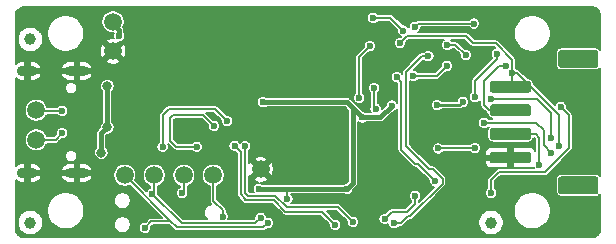
<source format=gbr>
%TF.GenerationSoftware,KiCad,Pcbnew,(5.1.5)-3*%
%TF.CreationDate,2020-08-07T14:40:55+02:00*%
%TF.ProjectId,bmp22,626d7032-322e-46b6-9963-61645f706362,rev?*%
%TF.SameCoordinates,Original*%
%TF.FileFunction,Copper,L2,Bot*%
%TF.FilePolarity,Positive*%
%FSLAX46Y46*%
G04 Gerber Fmt 4.6, Leading zero omitted, Abs format (unit mm)*
G04 Created by KiCad (PCBNEW (5.1.5)-3) date 2020-08-07 14:40:55*
%MOMM*%
%LPD*%
G04 APERTURE LIST*
%TA.AperFunction,BGAPad,CuDef*%
%ADD10C,1.500000*%
%TD*%
%TA.AperFunction,BGAPad,CuDef*%
%ADD11C,1.000000*%
%TD*%
%TA.AperFunction,SMDPad,CuDef*%
%ADD12C,0.100000*%
%TD*%
%TA.AperFunction,ComponentPad*%
%ADD13O,1.700000X0.900000*%
%TD*%
%TA.AperFunction,ComponentPad*%
%ADD14O,2.000000X0.900000*%
%TD*%
%TA.AperFunction,ViaPad*%
%ADD15C,0.600000*%
%TD*%
%TA.AperFunction,ViaPad*%
%ADD16C,0.800000*%
%TD*%
%TA.AperFunction,Conductor*%
%ADD17C,0.400000*%
%TD*%
%TA.AperFunction,Conductor*%
%ADD18C,0.200000*%
%TD*%
%TA.AperFunction,Conductor*%
%ADD19C,0.250000*%
%TD*%
%TA.AperFunction,Conductor*%
%ADD20C,0.150000*%
%TD*%
G04 APERTURE END LIST*
D10*
%TO.P,TP309,1*%
%TO.N,GND*%
X141000000Y-134000000D03*
%TD*%
%TO.P,TP308,1*%
%TO.N,/Sheet5F25207C/SDWIO*%
X134500000Y-134500000D03*
%TD*%
%TO.P,TP307,1*%
%TO.N,/Sheet5F25207C/SWDCLK*%
X132000000Y-134500000D03*
%TD*%
%TO.P,TP306,1*%
%TO.N,/Sheet5F25207C/TRACESWO*%
X129500000Y-134500000D03*
%TD*%
%TO.P,TP305,1*%
%TO.N,GND*%
X128500000Y-124000000D03*
%TD*%
%TO.P,TP304,1*%
%TO.N,/Sheet5F25207C/USBx1+*%
X122000000Y-131500000D03*
%TD*%
%TO.P,TP303,1*%
%TO.N,/Sheet5F25207C/USBx1-*%
X122000000Y-129000000D03*
%TD*%
%TO.P,TP302,1*%
%TO.N,+5V*%
X128500000Y-121500000D03*
%TD*%
%TO.P,TP301,1*%
%TO.N,/Sheet5F25207C/~RST*%
X137000000Y-134500000D03*
%TD*%
D11*
%TO.P,FID6,*%
%TO.N,*%
X121500000Y-138500000D03*
%TD*%
%TO.P,FID5,*%
%TO.N,*%
X160500000Y-138500000D03*
%TD*%
%TO.P,FID4,*%
%TO.N,*%
X121500000Y-123000000D03*
%TD*%
%TA.AperFunction,SMDPad,CuDef*%
D12*
%TO.P,J202,MP*%
%TO.N,N/C*%
G36*
X169374504Y-134601204D02*
G01*
X169398773Y-134604804D01*
X169422571Y-134610765D01*
X169445671Y-134619030D01*
X169467849Y-134629520D01*
X169488893Y-134642133D01*
X169508598Y-134656747D01*
X169526777Y-134673223D01*
X169543253Y-134691402D01*
X169557867Y-134711107D01*
X169570480Y-134732151D01*
X169580970Y-134754329D01*
X169589235Y-134777429D01*
X169595196Y-134801227D01*
X169598796Y-134825496D01*
X169600000Y-134850000D01*
X169600000Y-135850000D01*
X169598796Y-135874504D01*
X169595196Y-135898773D01*
X169589235Y-135922571D01*
X169580970Y-135945671D01*
X169570480Y-135967849D01*
X169557867Y-135988893D01*
X169543253Y-136008598D01*
X169526777Y-136026777D01*
X169508598Y-136043253D01*
X169488893Y-136057867D01*
X169467849Y-136070480D01*
X169445671Y-136080970D01*
X169422571Y-136089235D01*
X169398773Y-136095196D01*
X169374504Y-136098796D01*
X169350000Y-136100000D01*
X166450000Y-136100000D01*
X166425496Y-136098796D01*
X166401227Y-136095196D01*
X166377429Y-136089235D01*
X166354329Y-136080970D01*
X166332151Y-136070480D01*
X166311107Y-136057867D01*
X166291402Y-136043253D01*
X166273223Y-136026777D01*
X166256747Y-136008598D01*
X166242133Y-135988893D01*
X166229520Y-135967849D01*
X166219030Y-135945671D01*
X166210765Y-135922571D01*
X166204804Y-135898773D01*
X166201204Y-135874504D01*
X166200000Y-135850000D01*
X166200000Y-134850000D01*
X166201204Y-134825496D01*
X166204804Y-134801227D01*
X166210765Y-134777429D01*
X166219030Y-134754329D01*
X166229520Y-134732151D01*
X166242133Y-134711107D01*
X166256747Y-134691402D01*
X166273223Y-134673223D01*
X166291402Y-134656747D01*
X166311107Y-134642133D01*
X166332151Y-134629520D01*
X166354329Y-134619030D01*
X166377429Y-134610765D01*
X166401227Y-134604804D01*
X166425496Y-134601204D01*
X166450000Y-134600000D01*
X169350000Y-134600000D01*
X169374504Y-134601204D01*
G37*
%TD.AperFunction*%
%TA.AperFunction,SMDPad,CuDef*%
G36*
X169374504Y-123901204D02*
G01*
X169398773Y-123904804D01*
X169422571Y-123910765D01*
X169445671Y-123919030D01*
X169467849Y-123929520D01*
X169488893Y-123942133D01*
X169508598Y-123956747D01*
X169526777Y-123973223D01*
X169543253Y-123991402D01*
X169557867Y-124011107D01*
X169570480Y-124032151D01*
X169580970Y-124054329D01*
X169589235Y-124077429D01*
X169595196Y-124101227D01*
X169598796Y-124125496D01*
X169600000Y-124150000D01*
X169600000Y-125150000D01*
X169598796Y-125174504D01*
X169595196Y-125198773D01*
X169589235Y-125222571D01*
X169580970Y-125245671D01*
X169570480Y-125267849D01*
X169557867Y-125288893D01*
X169543253Y-125308598D01*
X169526777Y-125326777D01*
X169508598Y-125343253D01*
X169488893Y-125357867D01*
X169467849Y-125370480D01*
X169445671Y-125380970D01*
X169422571Y-125389235D01*
X169398773Y-125395196D01*
X169374504Y-125398796D01*
X169350000Y-125400000D01*
X166450000Y-125400000D01*
X166425496Y-125398796D01*
X166401227Y-125395196D01*
X166377429Y-125389235D01*
X166354329Y-125380970D01*
X166332151Y-125370480D01*
X166311107Y-125357867D01*
X166291402Y-125343253D01*
X166273223Y-125326777D01*
X166256747Y-125308598D01*
X166242133Y-125288893D01*
X166229520Y-125267849D01*
X166219030Y-125245671D01*
X166210765Y-125222571D01*
X166204804Y-125198773D01*
X166201204Y-125174504D01*
X166200000Y-125150000D01*
X166200000Y-124150000D01*
X166201204Y-124125496D01*
X166204804Y-124101227D01*
X166210765Y-124077429D01*
X166219030Y-124054329D01*
X166229520Y-124032151D01*
X166242133Y-124011107D01*
X166256747Y-123991402D01*
X166273223Y-123973223D01*
X166291402Y-123956747D01*
X166311107Y-123942133D01*
X166332151Y-123929520D01*
X166354329Y-123919030D01*
X166377429Y-123910765D01*
X166401227Y-123904804D01*
X166425496Y-123901204D01*
X166450000Y-123900000D01*
X169350000Y-123900000D01*
X169374504Y-123901204D01*
G37*
%TD.AperFunction*%
%TA.AperFunction,SMDPad,CuDef*%
%TO.P,J202,4*%
%TO.N,GND*%
G36*
X163674504Y-132501204D02*
G01*
X163698773Y-132504804D01*
X163722571Y-132510765D01*
X163745671Y-132519030D01*
X163767849Y-132529520D01*
X163788893Y-132542133D01*
X163808598Y-132556747D01*
X163826777Y-132573223D01*
X163843253Y-132591402D01*
X163857867Y-132611107D01*
X163870480Y-132632151D01*
X163880970Y-132654329D01*
X163889235Y-132677429D01*
X163895196Y-132701227D01*
X163898796Y-132725496D01*
X163900000Y-132750000D01*
X163900000Y-133250000D01*
X163898796Y-133274504D01*
X163895196Y-133298773D01*
X163889235Y-133322571D01*
X163880970Y-133345671D01*
X163870480Y-133367849D01*
X163857867Y-133388893D01*
X163843253Y-133408598D01*
X163826777Y-133426777D01*
X163808598Y-133443253D01*
X163788893Y-133457867D01*
X163767849Y-133470480D01*
X163745671Y-133480970D01*
X163722571Y-133489235D01*
X163698773Y-133495196D01*
X163674504Y-133498796D01*
X163650000Y-133500000D01*
X160650000Y-133500000D01*
X160625496Y-133498796D01*
X160601227Y-133495196D01*
X160577429Y-133489235D01*
X160554329Y-133480970D01*
X160532151Y-133470480D01*
X160511107Y-133457867D01*
X160491402Y-133443253D01*
X160473223Y-133426777D01*
X160456747Y-133408598D01*
X160442133Y-133388893D01*
X160429520Y-133367849D01*
X160419030Y-133345671D01*
X160410765Y-133322571D01*
X160404804Y-133298773D01*
X160401204Y-133274504D01*
X160400000Y-133250000D01*
X160400000Y-132750000D01*
X160401204Y-132725496D01*
X160404804Y-132701227D01*
X160410765Y-132677429D01*
X160419030Y-132654329D01*
X160429520Y-132632151D01*
X160442133Y-132611107D01*
X160456747Y-132591402D01*
X160473223Y-132573223D01*
X160491402Y-132556747D01*
X160511107Y-132542133D01*
X160532151Y-132529520D01*
X160554329Y-132519030D01*
X160577429Y-132510765D01*
X160601227Y-132504804D01*
X160625496Y-132501204D01*
X160650000Y-132500000D01*
X163650000Y-132500000D01*
X163674504Y-132501204D01*
G37*
%TD.AperFunction*%
%TA.AperFunction,SMDPad,CuDef*%
%TO.P,J202,3*%
%TO.N,/Sheet5F21D67E/RXD*%
G36*
X163674504Y-130501204D02*
G01*
X163698773Y-130504804D01*
X163722571Y-130510765D01*
X163745671Y-130519030D01*
X163767849Y-130529520D01*
X163788893Y-130542133D01*
X163808598Y-130556747D01*
X163826777Y-130573223D01*
X163843253Y-130591402D01*
X163857867Y-130611107D01*
X163870480Y-130632151D01*
X163880970Y-130654329D01*
X163889235Y-130677429D01*
X163895196Y-130701227D01*
X163898796Y-130725496D01*
X163900000Y-130750000D01*
X163900000Y-131250000D01*
X163898796Y-131274504D01*
X163895196Y-131298773D01*
X163889235Y-131322571D01*
X163880970Y-131345671D01*
X163870480Y-131367849D01*
X163857867Y-131388893D01*
X163843253Y-131408598D01*
X163826777Y-131426777D01*
X163808598Y-131443253D01*
X163788893Y-131457867D01*
X163767849Y-131470480D01*
X163745671Y-131480970D01*
X163722571Y-131489235D01*
X163698773Y-131495196D01*
X163674504Y-131498796D01*
X163650000Y-131500000D01*
X160650000Y-131500000D01*
X160625496Y-131498796D01*
X160601227Y-131495196D01*
X160577429Y-131489235D01*
X160554329Y-131480970D01*
X160532151Y-131470480D01*
X160511107Y-131457867D01*
X160491402Y-131443253D01*
X160473223Y-131426777D01*
X160456747Y-131408598D01*
X160442133Y-131388893D01*
X160429520Y-131367849D01*
X160419030Y-131345671D01*
X160410765Y-131322571D01*
X160404804Y-131298773D01*
X160401204Y-131274504D01*
X160400000Y-131250000D01*
X160400000Y-130750000D01*
X160401204Y-130725496D01*
X160404804Y-130701227D01*
X160410765Y-130677429D01*
X160419030Y-130654329D01*
X160429520Y-130632151D01*
X160442133Y-130611107D01*
X160456747Y-130591402D01*
X160473223Y-130573223D01*
X160491402Y-130556747D01*
X160511107Y-130542133D01*
X160532151Y-130529520D01*
X160554329Y-130519030D01*
X160577429Y-130510765D01*
X160601227Y-130504804D01*
X160625496Y-130501204D01*
X160650000Y-130500000D01*
X163650000Y-130500000D01*
X163674504Y-130501204D01*
G37*
%TD.AperFunction*%
%TA.AperFunction,SMDPad,CuDef*%
%TO.P,J202,2*%
%TO.N,/Sheet5F21D67E/TXD*%
G36*
X163674504Y-128501204D02*
G01*
X163698773Y-128504804D01*
X163722571Y-128510765D01*
X163745671Y-128519030D01*
X163767849Y-128529520D01*
X163788893Y-128542133D01*
X163808598Y-128556747D01*
X163826777Y-128573223D01*
X163843253Y-128591402D01*
X163857867Y-128611107D01*
X163870480Y-128632151D01*
X163880970Y-128654329D01*
X163889235Y-128677429D01*
X163895196Y-128701227D01*
X163898796Y-128725496D01*
X163900000Y-128750000D01*
X163900000Y-129250000D01*
X163898796Y-129274504D01*
X163895196Y-129298773D01*
X163889235Y-129322571D01*
X163880970Y-129345671D01*
X163870480Y-129367849D01*
X163857867Y-129388893D01*
X163843253Y-129408598D01*
X163826777Y-129426777D01*
X163808598Y-129443253D01*
X163788893Y-129457867D01*
X163767849Y-129470480D01*
X163745671Y-129480970D01*
X163722571Y-129489235D01*
X163698773Y-129495196D01*
X163674504Y-129498796D01*
X163650000Y-129500000D01*
X160650000Y-129500000D01*
X160625496Y-129498796D01*
X160601227Y-129495196D01*
X160577429Y-129489235D01*
X160554329Y-129480970D01*
X160532151Y-129470480D01*
X160511107Y-129457867D01*
X160491402Y-129443253D01*
X160473223Y-129426777D01*
X160456747Y-129408598D01*
X160442133Y-129388893D01*
X160429520Y-129367849D01*
X160419030Y-129345671D01*
X160410765Y-129322571D01*
X160404804Y-129298773D01*
X160401204Y-129274504D01*
X160400000Y-129250000D01*
X160400000Y-128750000D01*
X160401204Y-128725496D01*
X160404804Y-128701227D01*
X160410765Y-128677429D01*
X160419030Y-128654329D01*
X160429520Y-128632151D01*
X160442133Y-128611107D01*
X160456747Y-128591402D01*
X160473223Y-128573223D01*
X160491402Y-128556747D01*
X160511107Y-128542133D01*
X160532151Y-128529520D01*
X160554329Y-128519030D01*
X160577429Y-128510765D01*
X160601227Y-128504804D01*
X160625496Y-128501204D01*
X160650000Y-128500000D01*
X163650000Y-128500000D01*
X163674504Y-128501204D01*
G37*
%TD.AperFunction*%
%TA.AperFunction,SMDPad,CuDef*%
%TO.P,J202,1*%
%TO.N,TPWR*%
G36*
X163674504Y-126501204D02*
G01*
X163698773Y-126504804D01*
X163722571Y-126510765D01*
X163745671Y-126519030D01*
X163767849Y-126529520D01*
X163788893Y-126542133D01*
X163808598Y-126556747D01*
X163826777Y-126573223D01*
X163843253Y-126591402D01*
X163857867Y-126611107D01*
X163870480Y-126632151D01*
X163880970Y-126654329D01*
X163889235Y-126677429D01*
X163895196Y-126701227D01*
X163898796Y-126725496D01*
X163900000Y-126750000D01*
X163900000Y-127250000D01*
X163898796Y-127274504D01*
X163895196Y-127298773D01*
X163889235Y-127322571D01*
X163880970Y-127345671D01*
X163870480Y-127367849D01*
X163857867Y-127388893D01*
X163843253Y-127408598D01*
X163826777Y-127426777D01*
X163808598Y-127443253D01*
X163788893Y-127457867D01*
X163767849Y-127470480D01*
X163745671Y-127480970D01*
X163722571Y-127489235D01*
X163698773Y-127495196D01*
X163674504Y-127498796D01*
X163650000Y-127500000D01*
X160650000Y-127500000D01*
X160625496Y-127498796D01*
X160601227Y-127495196D01*
X160577429Y-127489235D01*
X160554329Y-127480970D01*
X160532151Y-127470480D01*
X160511107Y-127457867D01*
X160491402Y-127443253D01*
X160473223Y-127426777D01*
X160456747Y-127408598D01*
X160442133Y-127388893D01*
X160429520Y-127367849D01*
X160419030Y-127345671D01*
X160410765Y-127322571D01*
X160404804Y-127298773D01*
X160401204Y-127274504D01*
X160400000Y-127250000D01*
X160400000Y-126750000D01*
X160401204Y-126725496D01*
X160404804Y-126701227D01*
X160410765Y-126677429D01*
X160419030Y-126654329D01*
X160429520Y-126632151D01*
X160442133Y-126611107D01*
X160456747Y-126591402D01*
X160473223Y-126573223D01*
X160491402Y-126556747D01*
X160511107Y-126542133D01*
X160532151Y-126529520D01*
X160554329Y-126519030D01*
X160577429Y-126510765D01*
X160601227Y-126504804D01*
X160625496Y-126501204D01*
X160650000Y-126500000D01*
X163650000Y-126500000D01*
X163674504Y-126501204D01*
G37*
%TD.AperFunction*%
%TD*%
D13*
%TO.P,J301,S1*%
%TO.N,GND*%
X121260000Y-134320000D03*
X121260000Y-125680000D03*
D14*
X125430000Y-134320000D03*
X125430000Y-125680000D03*
%TD*%
D15*
%TO.N,GND*%
X153162000Y-121031000D03*
X153924000Y-131699000D03*
X158242000Y-136779000D03*
X159131000Y-125603000D03*
X148145500Y-122999500D03*
X151384000Y-123825000D03*
X153900000Y-123300000D03*
X159156400Y-129286000D03*
X129667000Y-124968000D03*
X130810000Y-125095000D03*
X145800000Y-120500000D03*
X138900000Y-120900000D03*
X127762000Y-134112000D03*
X130302000Y-128905000D03*
X131445000Y-128143000D03*
X138176000Y-137033000D03*
X152654000Y-133096000D03*
X159131000Y-133350000D03*
X154051000Y-129286000D03*
X154051000Y-127825500D03*
X137668000Y-135509000D03*
X135890000Y-135509000D03*
X136779000Y-132715000D03*
X160528000Y-120650000D03*
X161417000Y-120650000D03*
X156718000Y-120523000D03*
X137200000Y-124700000D03*
X138900000Y-126200000D03*
X132588000Y-127508000D03*
X129286000Y-125857000D03*
X148400000Y-120800000D03*
X156800000Y-139000000D03*
X127635000Y-135890000D03*
X127762000Y-137668000D03*
X127635000Y-138938000D03*
X121285000Y-136398000D03*
X123317000Y-133477000D03*
X123190000Y-127000000D03*
X159258000Y-136144000D03*
X161290000Y-135128000D03*
X168910000Y-133858000D03*
X167767000Y-137033000D03*
X168529000Y-126238000D03*
X166900000Y-120700000D03*
X136652000Y-127381000D03*
X141300000Y-125800000D03*
X139400000Y-123700000D03*
X149400000Y-136500000D03*
X149500000Y-137700000D03*
X143400000Y-138700000D03*
X127200000Y-125800000D03*
X133200000Y-139300000D03*
X133100000Y-135700000D03*
X141000000Y-137300000D03*
X152300000Y-130600000D03*
X159200000Y-130600000D03*
X156200000Y-131200000D03*
X165900000Y-127500000D03*
X145276000Y-136424000D03*
X160000000Y-122400000D03*
D16*
%TO.N,+5V*%
X128016000Y-130429000D03*
X127508000Y-132587992D03*
X128016000Y-126949200D03*
D15*
X129032000Y-122681992D03*
%TO.N,+3V3*%
X140843000Y-135636000D03*
X148335990Y-135636000D03*
X158115000Y-128270000D03*
X143259701Y-136486878D03*
X158369000Y-124333000D03*
X156799994Y-123444000D03*
X149600000Y-129600000D03*
X141200000Y-128300000D03*
X152120000Y-128600000D03*
X155933000Y-128567000D03*
%TO.N,xTPWR*%
X153924000Y-126085600D03*
X156768800Y-125222000D03*
%TO.N,/Sheet5F25207C/~RST*%
X137800000Y-137999979D03*
%TO.N,KEY*%
X160528000Y-136017000D03*
X166400000Y-128700000D03*
%TO.N,TCK*%
X160528000Y-128016000D03*
X165608000Y-131318000D03*
%TO.N,TMS*%
X159893000Y-130048000D03*
X165608000Y-132588000D03*
%TO.N,TPWR*%
X162306000Y-125857000D03*
X152799988Y-123312799D03*
X166300000Y-132000000D03*
%TO.N,/Sheet5F21D67E/RXD*%
X164592000Y-133604000D03*
%TO.N,/Sheet5F21D67E/TXD*%
X161756000Y-125229909D03*
%TO.N,/Sheet5F25207C/USBx1+*%
X124206000Y-130937000D03*
%TO.N,/Sheet5F25207C/USBx1-*%
X124206000Y-129032000D03*
%TO.N,/Sheet5F25207C/TRACESWO*%
X131191000Y-138938000D03*
X141624047Y-138516031D03*
%TO.N,/Sheet5F25207C/SWDCLK*%
X131826000Y-136042400D03*
X141000000Y-138100000D03*
%TO.N,/Sheet5F25207C/SDWIO*%
X134366000Y-136017000D03*
%TO.N,xTDI*%
X160994000Y-124213909D03*
X159131000Y-127889000D03*
%TO.N,Net-(Q201-Pad1)*%
X150495000Y-121158000D03*
X153074849Y-122247318D03*
%TO.N,xRST*%
X154051000Y-121920000D03*
X159048828Y-121651529D03*
%TO.N,iRST*%
X149352000Y-127952500D03*
X150241000Y-123571000D03*
%TO.N,/Sheet5F25207C/VBUS*%
X138176000Y-129921000D03*
X132700000Y-132100000D03*
%TO.N,Net-(R309-Pad2)*%
X137033000Y-130302000D03*
X135585200Y-132080000D03*
%TO.N,iTXD*%
X152273000Y-138557000D03*
X147300000Y-138700000D03*
X155200000Y-124400000D03*
X138800000Y-132000000D03*
%TO.N,iRXD*%
X151500000Y-138200000D03*
X148800000Y-138449990D03*
X139698317Y-132050010D03*
X154093000Y-136251000D03*
%TO.N,iTDO*%
X152527000Y-126200000D03*
X155800000Y-135000000D03*
%TO.N,iTMS_DIR*%
X159131000Y-132207000D03*
X156033586Y-132229980D03*
%TO.N,iTMS*%
X150622000Y-127127000D03*
X150740014Y-128862181D03*
%TD*%
D17*
%TO.N,+5V*%
X127508000Y-130937000D02*
X127508000Y-132587992D01*
X128016000Y-130429000D02*
X127508000Y-130937000D01*
X128016000Y-126949200D02*
X128016000Y-130429000D01*
X129032000Y-122174000D02*
X129032000Y-122681992D01*
X128500000Y-121500000D02*
X128500000Y-121642000D01*
X128500000Y-121642000D02*
X129032000Y-122174000D01*
%TO.N,+3V3*%
X143764000Y-135636000D02*
X148335990Y-135636000D01*
X143036000Y-135636000D02*
X143764000Y-135636000D01*
X140843000Y-135636000D02*
X143036000Y-135636000D01*
D18*
X143036000Y-135636000D02*
X143259701Y-135859701D01*
X143259701Y-135859701D02*
X143259701Y-136486878D01*
X158369000Y-124333000D02*
X157480000Y-123444000D01*
X157480000Y-123444000D02*
X156799994Y-123444000D01*
D17*
X148300000Y-128300000D02*
X141200000Y-128300000D01*
X148844000Y-128844000D02*
X148300000Y-128300000D01*
X148844000Y-135127990D02*
X148844000Y-128844000D01*
X148335990Y-135636000D02*
X148844000Y-135127990D01*
X148844000Y-128844000D02*
X149600000Y-129600000D01*
X151120000Y-129600000D02*
X152120000Y-128600000D01*
X149600000Y-129600000D02*
X151120000Y-129600000D01*
D19*
X157818000Y-128567000D02*
X158115000Y-128270000D01*
X155933000Y-128567000D02*
X157818000Y-128567000D01*
D18*
%TO.N,xTPWR*%
X153924000Y-126085600D02*
X155905200Y-126085600D01*
X155905200Y-126085600D02*
X156768800Y-125222000D01*
%TO.N,/Sheet5F25207C/~RST*%
X137800000Y-137458954D02*
X137800000Y-137999979D01*
X137000000Y-136658954D02*
X137800000Y-137458954D01*
X137000000Y-134500000D02*
X137000000Y-136658954D01*
%TO.N,KEY*%
X160528000Y-134874000D02*
X161163000Y-134239000D01*
X160528000Y-136017000D02*
X160528000Y-134874000D01*
X166400000Y-128700000D02*
X167100000Y-129400000D01*
X167100000Y-132200000D02*
X165061000Y-134239000D01*
X167100000Y-129400000D02*
X167100000Y-132200000D01*
X161163000Y-134239000D02*
X165061000Y-134239000D01*
%TO.N,TCK*%
X165608000Y-129216992D02*
X165608000Y-131318000D01*
X160528000Y-128016000D02*
X164407008Y-128016000D01*
X164407008Y-128016000D02*
X165608000Y-129216992D01*
%TO.N,TMS*%
X164973000Y-130683000D02*
X164973000Y-131953000D01*
X164973000Y-131953000D02*
X165608000Y-132588000D01*
X159893000Y-130048000D02*
X164338000Y-130048000D01*
X164338000Y-130048000D02*
X164973000Y-130683000D01*
%TO.N,TPWR*%
X162200800Y-126949200D02*
X162150000Y-127000000D01*
X162306000Y-126844000D02*
X162150000Y-127000000D01*
X162306000Y-125857000D02*
X162306000Y-126844000D01*
X162306000Y-124714000D02*
X160909000Y-123317000D01*
X158369000Y-122682000D02*
X153430787Y-122682000D01*
X159004000Y-123317000D02*
X158369000Y-122682000D01*
X160909000Y-123317000D02*
X159004000Y-123317000D01*
X162306000Y-125857000D02*
X162306000Y-124714000D01*
X153430787Y-122682000D02*
X152799988Y-123312799D01*
X166300000Y-129414002D02*
X166300000Y-132000000D01*
X162742998Y-125857000D02*
X166300000Y-129414002D01*
X162306000Y-125857000D02*
X162742998Y-125857000D01*
%TO.N,/Sheet5F21D67E/RXD*%
X162150000Y-131000000D02*
X164274000Y-131000000D01*
X164274000Y-131000000D02*
X164592000Y-131318000D01*
X164592000Y-131318000D02*
X164592000Y-133604000D01*
%TO.N,/Sheet5F21D67E/TXD*%
X162150000Y-129000000D02*
X160369000Y-129000000D01*
X160369000Y-129000000D02*
X159893000Y-128524000D01*
X159893000Y-128524000D02*
X159893000Y-126492000D01*
X159893000Y-126492000D02*
X161155091Y-125229909D01*
X161155091Y-125229909D02*
X161756000Y-125229909D01*
%TO.N,/Sheet5F25207C/USBx1+*%
X123643000Y-131500000D02*
X122000000Y-131500000D01*
X124206000Y-130937000D02*
X123643000Y-131500000D01*
%TO.N,/Sheet5F25207C/USBx1-*%
X122032000Y-129032000D02*
X122000000Y-129000000D01*
X124206000Y-129032000D02*
X122032000Y-129032000D01*
%TO.N,/Sheet5F25207C/TRACESWO*%
X133900000Y-138900000D02*
X141240078Y-138900000D01*
X141240078Y-138900000D02*
X141624047Y-138516031D01*
X131191000Y-138938000D02*
X131729000Y-138400000D01*
X133300000Y-138400000D02*
X133350000Y-138350000D01*
X131729000Y-138400000D02*
X133300000Y-138400000D01*
X133350000Y-138350000D02*
X133900000Y-138900000D01*
X129500000Y-134500000D02*
X133350000Y-138350000D01*
%TO.N,/Sheet5F25207C/SWDCLK*%
X132000000Y-135868400D02*
X131826000Y-136042400D01*
X132000000Y-134500000D02*
X132000000Y-135868400D01*
X134333589Y-138549989D02*
X140550011Y-138549989D01*
X131826000Y-136042400D02*
X134333589Y-138549989D01*
X140550011Y-138549989D02*
X141000000Y-138100000D01*
%TO.N,/Sheet5F25207C/SDWIO*%
X134500000Y-135883000D02*
X134366000Y-136017000D01*
X134500000Y-134500000D02*
X134500000Y-135883000D01*
%TO.N,xTDI*%
X160994000Y-124638173D02*
X159131000Y-126501173D01*
X160994000Y-124213909D02*
X160994000Y-124638173D01*
X159131000Y-126501173D02*
X159131000Y-127889000D01*
%TO.N,Net-(Q201-Pad1)*%
X151985531Y-121158000D02*
X153074849Y-122247318D01*
X150495000Y-121158000D02*
X151985531Y-121158000D01*
%TO.N,xRST*%
X154051000Y-121920000D02*
X154178000Y-121793000D01*
X154319471Y-121651529D02*
X154051000Y-121920000D01*
X159048828Y-121651529D02*
X154319471Y-121651529D01*
%TO.N,iRST*%
X149352000Y-127952500D02*
X149352000Y-124460000D01*
X149352000Y-124460000D02*
X150241000Y-123571000D01*
%TO.N,/Sheet5F25207C/VBUS*%
X132700000Y-129428000D02*
X132700000Y-132100000D01*
X137134600Y-128879600D02*
X133248400Y-128879600D01*
X133248400Y-128879600D02*
X132700000Y-129428000D01*
X138176000Y-129921000D02*
X137134600Y-128879600D01*
%TO.N,Net-(R309-Pad2)*%
X133858000Y-132080000D02*
X135585200Y-132080000D01*
X136144000Y-129413000D02*
X133604000Y-129413000D01*
X137033000Y-130302000D02*
X136144000Y-129413000D01*
X133350000Y-129667000D02*
X133350000Y-131572000D01*
X133604000Y-129413000D02*
X133350000Y-129667000D01*
X133350000Y-131572000D02*
X133858000Y-132080000D01*
%TO.N,iTXD*%
X154678000Y-124400000D02*
X153289000Y-125789000D01*
X153289000Y-125789000D02*
X153289000Y-131994010D01*
X153289000Y-131994010D02*
X155279990Y-133985000D01*
X155200000Y-124400000D02*
X154678000Y-124400000D01*
X155279990Y-133985000D02*
X155585000Y-133985000D01*
X155585000Y-133985000D02*
X156400000Y-134800000D01*
X139700000Y-136600000D02*
X139700000Y-136500000D01*
X142100000Y-136600000D02*
X139700000Y-136600000D01*
X139700000Y-136500000D02*
X139300000Y-136100000D01*
X139300000Y-132500000D02*
X138800000Y-132000000D01*
X139300000Y-136100000D02*
X139300000Y-132500000D01*
X146200000Y-137600000D02*
X147300000Y-138700000D01*
X143100000Y-137600000D02*
X146200000Y-137600000D01*
X143100000Y-137600000D02*
X142100000Y-136600000D01*
X152273000Y-138557000D02*
X152843000Y-138557000D01*
X153649990Y-137950010D02*
X156400000Y-135200000D01*
X153449990Y-137950010D02*
X153649990Y-137950010D01*
X152843000Y-138557000D02*
X153449990Y-137950010D01*
X156400000Y-134800000D02*
X156400000Y-135200000D01*
%TO.N,iRXD*%
X147775005Y-137424995D02*
X148800000Y-138449990D01*
X143197495Y-137202505D02*
X147552515Y-137202505D01*
X142244980Y-136249990D02*
X143197495Y-137202505D01*
X139944979Y-136249989D02*
X142244980Y-136249990D01*
X139698317Y-136003327D02*
X139944979Y-136249989D01*
X147552515Y-137202505D02*
X147775005Y-137424995D01*
X139698317Y-132050010D02*
X139698317Y-136003327D01*
X154093000Y-136907000D02*
X154093000Y-136251000D01*
X151500000Y-138200000D02*
X152100000Y-137600000D01*
X153400000Y-137600000D02*
X154093000Y-136907000D01*
X152100000Y-137600000D02*
X153400000Y-137600000D01*
%TO.N,iTDO*%
X152908000Y-132334000D02*
X154093000Y-133519000D01*
X152527000Y-126200000D02*
X152908000Y-126581000D01*
X152908000Y-126581000D02*
X152908000Y-132334000D01*
X155800000Y-135000000D02*
X154319000Y-133519000D01*
X154319000Y-133519000D02*
X154093000Y-133519000D01*
%TO.N,iTMS_DIR*%
X156056566Y-132207000D02*
X156033586Y-132229980D01*
X159131000Y-132207000D02*
X156056566Y-132207000D01*
%TO.N,iTMS*%
X150622000Y-128744167D02*
X150740014Y-128862181D01*
X150622000Y-127127000D02*
X150622000Y-128744167D01*
%TD*%
D20*
%TO.N,GND*%
G36*
X169145443Y-120265460D02*
G01*
X169285346Y-120307699D01*
X169414381Y-120376308D01*
X169527631Y-120468672D01*
X169620785Y-120581275D01*
X169690290Y-120709823D01*
X169733508Y-120849437D01*
X169750001Y-121006356D01*
X169750001Y-123893260D01*
X169745853Y-123885500D01*
X169686645Y-123813355D01*
X169614500Y-123754147D01*
X169532191Y-123710152D01*
X169442880Y-123683060D01*
X169350000Y-123673912D01*
X166450000Y-123673912D01*
X166357120Y-123683060D01*
X166267809Y-123710152D01*
X166185500Y-123754147D01*
X166113355Y-123813355D01*
X166054147Y-123885500D01*
X166010152Y-123967809D01*
X165983060Y-124057120D01*
X165973912Y-124150000D01*
X165973912Y-125150000D01*
X165983060Y-125242880D01*
X166010152Y-125332191D01*
X166054147Y-125414500D01*
X166113355Y-125486645D01*
X166185500Y-125545853D01*
X166267809Y-125589848D01*
X166357120Y-125616940D01*
X166450000Y-125626088D01*
X169350000Y-125626088D01*
X169442880Y-125616940D01*
X169532191Y-125589848D01*
X169614500Y-125545853D01*
X169686645Y-125486645D01*
X169745853Y-125414500D01*
X169750001Y-125406740D01*
X169750000Y-134593259D01*
X169745853Y-134585500D01*
X169686645Y-134513355D01*
X169614500Y-134454147D01*
X169532191Y-134410152D01*
X169442880Y-134383060D01*
X169350000Y-134373912D01*
X166450000Y-134373912D01*
X166357120Y-134383060D01*
X166267809Y-134410152D01*
X166185500Y-134454147D01*
X166113355Y-134513355D01*
X166054147Y-134585500D01*
X166010152Y-134667809D01*
X165983060Y-134757120D01*
X165973912Y-134850000D01*
X165973912Y-135850000D01*
X165983060Y-135942880D01*
X166010152Y-136032191D01*
X166054147Y-136114500D01*
X166113355Y-136186645D01*
X166185500Y-136245853D01*
X166267809Y-136289848D01*
X166357120Y-136316940D01*
X166450000Y-136326088D01*
X169350000Y-136326088D01*
X169442880Y-136316940D01*
X169532191Y-136289848D01*
X169614500Y-136245853D01*
X169686645Y-136186645D01*
X169745853Y-136114500D01*
X169750000Y-136106741D01*
X169750000Y-138987771D01*
X169734540Y-139145443D01*
X169692301Y-139285346D01*
X169623691Y-139414383D01*
X169531330Y-139527629D01*
X169418724Y-139620785D01*
X169290175Y-139690291D01*
X169150563Y-139733508D01*
X168993654Y-139750000D01*
X121012229Y-139750000D01*
X120854557Y-139734540D01*
X120714654Y-139692301D01*
X120585617Y-139623691D01*
X120472371Y-139531330D01*
X120379215Y-139418724D01*
X120309709Y-139290175D01*
X120266492Y-139150563D01*
X120250000Y-138993654D01*
X120250000Y-138394122D01*
X120425000Y-138394122D01*
X120425000Y-138605878D01*
X120466312Y-138813566D01*
X120547348Y-139009203D01*
X120664993Y-139185272D01*
X120814728Y-139335007D01*
X120990797Y-139452652D01*
X121186434Y-139533688D01*
X121394122Y-139575000D01*
X121605878Y-139575000D01*
X121813566Y-139533688D01*
X122009203Y-139452652D01*
X122185272Y-139335007D01*
X122335007Y-139185272D01*
X122452652Y-139009203D01*
X122533688Y-138813566D01*
X122575000Y-138605878D01*
X122575000Y-138394122D01*
X122533688Y-138186434D01*
X122452652Y-137990797D01*
X122335007Y-137814728D01*
X122185272Y-137664993D01*
X122009203Y-137547348D01*
X121813566Y-137466312D01*
X121605878Y-137425000D01*
X121394122Y-137425000D01*
X121186434Y-137466312D01*
X120990797Y-137547348D01*
X120814728Y-137664993D01*
X120664993Y-137814728D01*
X120547348Y-137990797D01*
X120466312Y-138186434D01*
X120425000Y-138394122D01*
X120250000Y-138394122D01*
X120250000Y-137344876D01*
X122925000Y-137344876D01*
X122925000Y-137655124D01*
X122985526Y-137959411D01*
X123104253Y-138246042D01*
X123276617Y-138504004D01*
X123495996Y-138723383D01*
X123753958Y-138895747D01*
X124040589Y-139014474D01*
X124344876Y-139075000D01*
X124655124Y-139075000D01*
X124959411Y-139014474D01*
X125246042Y-138895747D01*
X125504004Y-138723383D01*
X125614330Y-138613057D01*
X128565700Y-138613057D01*
X128565700Y-138754943D01*
X128593381Y-138894104D01*
X128647679Y-139025190D01*
X128726507Y-139143164D01*
X128826836Y-139243493D01*
X128944810Y-139322321D01*
X129075896Y-139376619D01*
X129215057Y-139404300D01*
X129356943Y-139404300D01*
X129496104Y-139376619D01*
X129627190Y-139322321D01*
X129745164Y-139243493D01*
X129845493Y-139143164D01*
X129924321Y-139025190D01*
X129978619Y-138894104D01*
X130006300Y-138754943D01*
X130006300Y-138613057D01*
X129978619Y-138473896D01*
X129924321Y-138342810D01*
X129845493Y-138224836D01*
X129745164Y-138124507D01*
X129627190Y-138045679D01*
X129496104Y-137991381D01*
X129356943Y-137963700D01*
X129215057Y-137963700D01*
X129075896Y-137991381D01*
X128944810Y-138045679D01*
X128826836Y-138124507D01*
X128726507Y-138224836D01*
X128647679Y-138342810D01*
X128593381Y-138473896D01*
X128565700Y-138613057D01*
X125614330Y-138613057D01*
X125723383Y-138504004D01*
X125895747Y-138246042D01*
X126014474Y-137959411D01*
X126075000Y-137655124D01*
X126075000Y-137344876D01*
X126014474Y-137040589D01*
X125895747Y-136753958D01*
X125780219Y-136581057D01*
X128565700Y-136581057D01*
X128565700Y-136722943D01*
X128593381Y-136862104D01*
X128647679Y-136993190D01*
X128726507Y-137111164D01*
X128826836Y-137211493D01*
X128944810Y-137290321D01*
X129075896Y-137344619D01*
X129215057Y-137372300D01*
X129356943Y-137372300D01*
X129496104Y-137344619D01*
X129627190Y-137290321D01*
X129745164Y-137211493D01*
X129845493Y-137111164D01*
X129924321Y-136993190D01*
X129978619Y-136862104D01*
X130006300Y-136722943D01*
X130006300Y-136581057D01*
X129978619Y-136441896D01*
X129924321Y-136310810D01*
X129845493Y-136192836D01*
X129745164Y-136092507D01*
X129627190Y-136013679D01*
X129496104Y-135959381D01*
X129356943Y-135931700D01*
X129215057Y-135931700D01*
X129075896Y-135959381D01*
X128944810Y-136013679D01*
X128826836Y-136092507D01*
X128726507Y-136192836D01*
X128647679Y-136310810D01*
X128593381Y-136441896D01*
X128565700Y-136581057D01*
X125780219Y-136581057D01*
X125723383Y-136495996D01*
X125504004Y-136276617D01*
X125246042Y-136104253D01*
X124959411Y-135985526D01*
X124655124Y-135925000D01*
X124344876Y-135925000D01*
X124040589Y-135985526D01*
X123753958Y-136104253D01*
X123495996Y-136276617D01*
X123276617Y-136495996D01*
X123104253Y-136753958D01*
X122985526Y-137040589D01*
X122925000Y-137344876D01*
X120250000Y-137344876D01*
X120250000Y-134901051D01*
X120256147Y-134908738D01*
X120382607Y-135015231D01*
X120527413Y-135095007D01*
X120685000Y-135145000D01*
X121085000Y-135145000D01*
X121085000Y-134495000D01*
X121435000Y-134495000D01*
X121435000Y-135145000D01*
X121835000Y-135145000D01*
X121992587Y-135095007D01*
X122137393Y-135015231D01*
X122263853Y-134908738D01*
X122367107Y-134779620D01*
X122428924Y-134618967D01*
X124111076Y-134618967D01*
X124172893Y-134779620D01*
X124276147Y-134908738D01*
X124402607Y-135015231D01*
X124547413Y-135095007D01*
X124705000Y-135145000D01*
X125255000Y-135145000D01*
X125255000Y-134495000D01*
X125605000Y-134495000D01*
X125605000Y-135145000D01*
X126155000Y-135145000D01*
X126312587Y-135095007D01*
X126457393Y-135015231D01*
X126583853Y-134908738D01*
X126687107Y-134779620D01*
X126748924Y-134618967D01*
X126690001Y-134495000D01*
X125605000Y-134495000D01*
X125255000Y-134495000D01*
X124169999Y-134495000D01*
X124111076Y-134618967D01*
X122428924Y-134618967D01*
X122370001Y-134495000D01*
X121435000Y-134495000D01*
X121085000Y-134495000D01*
X121065000Y-134495000D01*
X121065000Y-134403971D01*
X128525000Y-134403971D01*
X128525000Y-134596029D01*
X128562468Y-134784397D01*
X128635966Y-134961836D01*
X128742668Y-135121527D01*
X128878473Y-135257332D01*
X129038164Y-135364034D01*
X129215603Y-135437532D01*
X129403971Y-135475000D01*
X129596029Y-135475000D01*
X129784397Y-135437532D01*
X129921234Y-135380852D01*
X132615381Y-138075000D01*
X131744953Y-138075000D01*
X131729000Y-138073429D01*
X131713047Y-138075000D01*
X131713039Y-138075000D01*
X131665289Y-138079703D01*
X131604026Y-138098287D01*
X131547566Y-138128465D01*
X131498079Y-138169079D01*
X131487904Y-138181477D01*
X131254113Y-138415269D01*
X131242708Y-138413000D01*
X131139292Y-138413000D01*
X131037863Y-138433176D01*
X130942319Y-138472751D01*
X130856332Y-138530206D01*
X130783206Y-138603332D01*
X130725751Y-138689319D01*
X130686176Y-138784863D01*
X130666000Y-138886292D01*
X130666000Y-138989708D01*
X130686176Y-139091137D01*
X130725751Y-139186681D01*
X130783206Y-139272668D01*
X130856332Y-139345794D01*
X130942319Y-139403249D01*
X131037863Y-139442824D01*
X131139292Y-139463000D01*
X131242708Y-139463000D01*
X131344137Y-139442824D01*
X131439681Y-139403249D01*
X131525668Y-139345794D01*
X131598794Y-139272668D01*
X131656249Y-139186681D01*
X131695824Y-139091137D01*
X131716000Y-138989708D01*
X131716000Y-138886292D01*
X131713731Y-138874887D01*
X131863619Y-138725000D01*
X133265382Y-138725000D01*
X133658904Y-139118523D01*
X133669079Y-139130921D01*
X133718566Y-139171535D01*
X133775026Y-139201713D01*
X133817901Y-139214719D01*
X133836288Y-139220297D01*
X133842362Y-139220895D01*
X133884039Y-139225000D01*
X133884046Y-139225000D01*
X133899999Y-139226571D01*
X133915952Y-139225000D01*
X141224125Y-139225000D01*
X141240078Y-139226571D01*
X141256031Y-139225000D01*
X141256039Y-139225000D01*
X141303789Y-139220297D01*
X141365052Y-139201713D01*
X141421512Y-139171535D01*
X141470999Y-139130921D01*
X141481179Y-139118517D01*
X141560934Y-139038762D01*
X141572339Y-139041031D01*
X141675755Y-139041031D01*
X141777184Y-139020855D01*
X141872728Y-138981280D01*
X141958715Y-138923825D01*
X142031841Y-138850699D01*
X142089296Y-138764712D01*
X142128871Y-138669168D01*
X142149047Y-138567739D01*
X142149047Y-138464323D01*
X142128871Y-138362894D01*
X142089296Y-138267350D01*
X142031841Y-138181363D01*
X141958715Y-138108237D01*
X141872728Y-138050782D01*
X141777184Y-138011207D01*
X141675755Y-137991031D01*
X141572339Y-137991031D01*
X141515845Y-138002269D01*
X141504824Y-137946863D01*
X141465249Y-137851319D01*
X141407794Y-137765332D01*
X141334668Y-137692206D01*
X141248681Y-137634751D01*
X141153137Y-137595176D01*
X141051708Y-137575000D01*
X140948292Y-137575000D01*
X140846863Y-137595176D01*
X140751319Y-137634751D01*
X140665332Y-137692206D01*
X140592206Y-137765332D01*
X140534751Y-137851319D01*
X140495176Y-137946863D01*
X140475000Y-138048292D01*
X140475000Y-138151708D01*
X140477269Y-138163113D01*
X140415393Y-138224989D01*
X138275054Y-138224989D01*
X138304824Y-138153116D01*
X138325000Y-138051687D01*
X138325000Y-137948271D01*
X138304824Y-137846842D01*
X138265249Y-137751298D01*
X138207794Y-137665311D01*
X138134668Y-137592185D01*
X138125000Y-137585725D01*
X138125000Y-137474907D01*
X138126571Y-137458954D01*
X138125000Y-137443001D01*
X138125000Y-137442993D01*
X138120297Y-137395243D01*
X138101713Y-137333980D01*
X138071535Y-137277520D01*
X138030921Y-137228033D01*
X138018524Y-137217859D01*
X137325000Y-136524336D01*
X137325000Y-135420714D01*
X137461836Y-135364034D01*
X137621527Y-135257332D01*
X137757332Y-135121527D01*
X137864034Y-134961836D01*
X137937532Y-134784397D01*
X137975000Y-134596029D01*
X137975000Y-134403971D01*
X137937532Y-134215603D01*
X137864034Y-134038164D01*
X137757332Y-133878473D01*
X137621527Y-133742668D01*
X137461836Y-133635966D01*
X137284397Y-133562468D01*
X137096029Y-133525000D01*
X136903971Y-133525000D01*
X136715603Y-133562468D01*
X136538164Y-133635966D01*
X136378473Y-133742668D01*
X136242668Y-133878473D01*
X136135966Y-134038164D01*
X136062468Y-134215603D01*
X136025000Y-134403971D01*
X136025000Y-134596029D01*
X136062468Y-134784397D01*
X136135966Y-134961836D01*
X136242668Y-135121527D01*
X136378473Y-135257332D01*
X136538164Y-135364034D01*
X136675000Y-135420714D01*
X136675001Y-136642991D01*
X136673429Y-136658954D01*
X136679703Y-136722665D01*
X136698287Y-136783927D01*
X136710714Y-136807175D01*
X136728466Y-136840388D01*
X136769080Y-136889875D01*
X136781478Y-136900050D01*
X136830112Y-136948684D01*
X136695896Y-136975381D01*
X136564810Y-137029679D01*
X136446836Y-137108507D01*
X136346507Y-137208836D01*
X136267679Y-137326810D01*
X136213381Y-137457896D01*
X136185700Y-137597057D01*
X136185700Y-137738943D01*
X136213381Y-137878104D01*
X136267679Y-138009190D01*
X136346507Y-138127164D01*
X136444332Y-138224989D01*
X134468208Y-138224989D01*
X132348731Y-136105513D01*
X132351000Y-136094108D01*
X132351000Y-135990692D01*
X132330824Y-135889263D01*
X132325728Y-135876960D01*
X132326571Y-135868401D01*
X132325000Y-135852448D01*
X132325000Y-135420714D01*
X132461836Y-135364034D01*
X132621527Y-135257332D01*
X132757332Y-135121527D01*
X132864034Y-134961836D01*
X132937532Y-134784397D01*
X132975000Y-134596029D01*
X132975000Y-134403971D01*
X133525000Y-134403971D01*
X133525000Y-134596029D01*
X133562468Y-134784397D01*
X133635966Y-134961836D01*
X133742668Y-135121527D01*
X133878473Y-135257332D01*
X134038164Y-135364034D01*
X134175001Y-135420714D01*
X134175001Y-135527859D01*
X134117319Y-135551751D01*
X134031332Y-135609206D01*
X133958206Y-135682332D01*
X133900751Y-135768319D01*
X133861176Y-135863863D01*
X133841000Y-135965292D01*
X133841000Y-136068708D01*
X133861176Y-136170137D01*
X133900751Y-136265681D01*
X133958206Y-136351668D01*
X134031332Y-136424794D01*
X134117319Y-136482249D01*
X134212863Y-136521824D01*
X134314292Y-136542000D01*
X134417708Y-136542000D01*
X134519137Y-136521824D01*
X134614681Y-136482249D01*
X134700668Y-136424794D01*
X134773794Y-136351668D01*
X134831249Y-136265681D01*
X134870824Y-136170137D01*
X134891000Y-136068708D01*
X134891000Y-135965292D01*
X134870824Y-135863863D01*
X134831249Y-135768319D01*
X134825000Y-135758967D01*
X134825000Y-135420714D01*
X134961836Y-135364034D01*
X135121527Y-135257332D01*
X135257332Y-135121527D01*
X135364034Y-134961836D01*
X135437532Y-134784397D01*
X135475000Y-134596029D01*
X135475000Y-134403971D01*
X135437532Y-134215603D01*
X135364034Y-134038164D01*
X135257332Y-133878473D01*
X135121527Y-133742668D01*
X134961836Y-133635966D01*
X134784397Y-133562468D01*
X134596029Y-133525000D01*
X134403971Y-133525000D01*
X134215603Y-133562468D01*
X134038164Y-133635966D01*
X133878473Y-133742668D01*
X133742668Y-133878473D01*
X133635966Y-134038164D01*
X133562468Y-134215603D01*
X133525000Y-134403971D01*
X132975000Y-134403971D01*
X132937532Y-134215603D01*
X132864034Y-134038164D01*
X132757332Y-133878473D01*
X132621527Y-133742668D01*
X132461836Y-133635966D01*
X132284397Y-133562468D01*
X132096029Y-133525000D01*
X131903971Y-133525000D01*
X131715603Y-133562468D01*
X131538164Y-133635966D01*
X131378473Y-133742668D01*
X131242668Y-133878473D01*
X131135966Y-134038164D01*
X131062468Y-134215603D01*
X131025000Y-134403971D01*
X131025000Y-134596029D01*
X131062468Y-134784397D01*
X131135966Y-134961836D01*
X131242668Y-135121527D01*
X131378473Y-135257332D01*
X131538164Y-135364034D01*
X131675001Y-135420714D01*
X131675001Y-135537151D01*
X131672863Y-135537576D01*
X131577319Y-135577151D01*
X131491332Y-135634606D01*
X131418206Y-135707732D01*
X131360751Y-135793719D01*
X131329291Y-135869672D01*
X130380852Y-134921234D01*
X130437532Y-134784397D01*
X130475000Y-134596029D01*
X130475000Y-134403971D01*
X130437532Y-134215603D01*
X130364034Y-134038164D01*
X130257332Y-133878473D01*
X130121527Y-133742668D01*
X129961836Y-133635966D01*
X129784397Y-133562468D01*
X129596029Y-133525000D01*
X129403971Y-133525000D01*
X129215603Y-133562468D01*
X129038164Y-133635966D01*
X128878473Y-133742668D01*
X128742668Y-133878473D01*
X128635966Y-134038164D01*
X128562468Y-134215603D01*
X128525000Y-134403971D01*
X121065000Y-134403971D01*
X121065000Y-134145000D01*
X121085000Y-134145000D01*
X121085000Y-133495000D01*
X121435000Y-133495000D01*
X121435000Y-134145000D01*
X122370001Y-134145000D01*
X122428924Y-134021033D01*
X124111076Y-134021033D01*
X124169999Y-134145000D01*
X125255000Y-134145000D01*
X125255000Y-133495000D01*
X125605000Y-133495000D01*
X125605000Y-134145000D01*
X126690001Y-134145000D01*
X126748924Y-134021033D01*
X126687107Y-133860380D01*
X126583853Y-133731262D01*
X126457393Y-133624769D01*
X126312587Y-133544993D01*
X126155000Y-133495000D01*
X125605000Y-133495000D01*
X125255000Y-133495000D01*
X124705000Y-133495000D01*
X124547413Y-133544993D01*
X124402607Y-133624769D01*
X124276147Y-133731262D01*
X124172893Y-133860380D01*
X124111076Y-134021033D01*
X122428924Y-134021033D01*
X122367107Y-133860380D01*
X122263853Y-133731262D01*
X122137393Y-133624769D01*
X121992587Y-133544993D01*
X121835000Y-133495000D01*
X121435000Y-133495000D01*
X121085000Y-133495000D01*
X120685000Y-133495000D01*
X120527413Y-133544993D01*
X120382607Y-133624769D01*
X120256147Y-133731262D01*
X120250000Y-133738949D01*
X120250000Y-132838292D01*
X124425000Y-132838292D01*
X124425000Y-132941708D01*
X124445176Y-133043137D01*
X124484751Y-133138681D01*
X124542206Y-133224668D01*
X124615332Y-133297794D01*
X124701319Y-133355249D01*
X124796863Y-133394824D01*
X124898292Y-133415000D01*
X125001708Y-133415000D01*
X125103137Y-133394824D01*
X125198681Y-133355249D01*
X125284668Y-133297794D01*
X125357794Y-133224668D01*
X125415249Y-133138681D01*
X125454824Y-133043137D01*
X125475000Y-132941708D01*
X125475000Y-132838292D01*
X125454824Y-132736863D01*
X125415249Y-132641319D01*
X125357794Y-132555332D01*
X125328897Y-132526435D01*
X126883000Y-132526435D01*
X126883000Y-132649549D01*
X126907019Y-132770298D01*
X126954132Y-132884040D01*
X127022531Y-132986406D01*
X127109586Y-133073461D01*
X127211952Y-133141860D01*
X127325694Y-133188973D01*
X127446443Y-133212992D01*
X127569557Y-133212992D01*
X127690306Y-133188973D01*
X127804048Y-133141860D01*
X127906414Y-133073461D01*
X127993469Y-132986406D01*
X128061868Y-132884040D01*
X128108981Y-132770298D01*
X128133000Y-132649549D01*
X128133000Y-132526435D01*
X128108981Y-132405686D01*
X128061868Y-132291944D01*
X127993469Y-132189578D01*
X127933000Y-132129109D01*
X127933000Y-132048292D01*
X132175000Y-132048292D01*
X132175000Y-132151708D01*
X132195176Y-132253137D01*
X132234751Y-132348681D01*
X132292206Y-132434668D01*
X132365332Y-132507794D01*
X132451319Y-132565249D01*
X132546863Y-132604824D01*
X132648292Y-132625000D01*
X132751708Y-132625000D01*
X132853137Y-132604824D01*
X132948681Y-132565249D01*
X133034668Y-132507794D01*
X133107794Y-132434668D01*
X133165249Y-132348681D01*
X133204824Y-132253137D01*
X133225000Y-132151708D01*
X133225000Y-132048292D01*
X133204824Y-131946863D01*
X133165249Y-131851319D01*
X133156284Y-131837902D01*
X133616904Y-132298523D01*
X133627079Y-132310921D01*
X133676566Y-132351535D01*
X133733026Y-132381713D01*
X133780030Y-132395971D01*
X133794288Y-132400297D01*
X133800362Y-132400895D01*
X133842039Y-132405000D01*
X133842046Y-132405000D01*
X133857999Y-132406571D01*
X133873952Y-132405000D01*
X135170946Y-132405000D01*
X135177406Y-132414668D01*
X135250532Y-132487794D01*
X135336519Y-132545249D01*
X135432063Y-132584824D01*
X135533492Y-132605000D01*
X135636908Y-132605000D01*
X135738337Y-132584824D01*
X135833881Y-132545249D01*
X135919868Y-132487794D01*
X135992994Y-132414668D01*
X136050449Y-132328681D01*
X136090024Y-132233137D01*
X136110200Y-132131708D01*
X136110200Y-132028292D01*
X136094287Y-131948292D01*
X138275000Y-131948292D01*
X138275000Y-132051708D01*
X138295176Y-132153137D01*
X138334751Y-132248681D01*
X138392206Y-132334668D01*
X138465332Y-132407794D01*
X138551319Y-132465249D01*
X138646863Y-132504824D01*
X138748292Y-132525000D01*
X138851708Y-132525000D01*
X138863113Y-132522731D01*
X138975001Y-132634620D01*
X138975000Y-136084047D01*
X138973429Y-136100000D01*
X138975000Y-136115953D01*
X138975000Y-136115960D01*
X138977449Y-136140824D01*
X138979703Y-136163711D01*
X138987283Y-136188697D01*
X138998287Y-136224973D01*
X139028465Y-136281433D01*
X139069079Y-136330921D01*
X139081483Y-136341101D01*
X139377038Y-136636657D01*
X139379703Y-136663711D01*
X139398287Y-136724974D01*
X139428465Y-136781434D01*
X139449591Y-136807175D01*
X139469079Y-136830921D01*
X139518566Y-136871535D01*
X139575026Y-136901713D01*
X139636289Y-136920297D01*
X139700000Y-136926572D01*
X139715960Y-136925000D01*
X141965382Y-136925000D01*
X142858908Y-137818528D01*
X142869079Y-137830921D01*
X142881472Y-137841092D01*
X142881476Y-137841096D01*
X142888478Y-137846842D01*
X142918566Y-137871535D01*
X142975026Y-137901713D01*
X143036289Y-137920297D01*
X143084039Y-137925000D01*
X143084047Y-137925000D01*
X143100000Y-137926571D01*
X143115953Y-137925000D01*
X146065382Y-137925000D01*
X146777269Y-138636887D01*
X146775000Y-138648292D01*
X146775000Y-138751708D01*
X146795176Y-138853137D01*
X146834751Y-138948681D01*
X146892206Y-139034668D01*
X146965332Y-139107794D01*
X147051319Y-139165249D01*
X147146863Y-139204824D01*
X147248292Y-139225000D01*
X147351708Y-139225000D01*
X147453137Y-139204824D01*
X147548681Y-139165249D01*
X147634668Y-139107794D01*
X147707794Y-139034668D01*
X147765249Y-138948681D01*
X147804824Y-138853137D01*
X147825000Y-138751708D01*
X147825000Y-138648292D01*
X147804824Y-138546863D01*
X147765249Y-138451319D01*
X147707794Y-138365332D01*
X147634668Y-138292206D01*
X147548681Y-138234751D01*
X147453137Y-138195176D01*
X147351708Y-138175000D01*
X147248292Y-138175000D01*
X147236887Y-138177269D01*
X146587123Y-137527505D01*
X147417897Y-137527505D01*
X147556481Y-137666090D01*
X147556486Y-137666094D01*
X148277269Y-138386877D01*
X148275000Y-138398282D01*
X148275000Y-138501698D01*
X148295176Y-138603127D01*
X148334751Y-138698671D01*
X148392206Y-138784658D01*
X148465332Y-138857784D01*
X148551319Y-138915239D01*
X148646863Y-138954814D01*
X148748292Y-138974990D01*
X148851708Y-138974990D01*
X148953137Y-138954814D01*
X149048681Y-138915239D01*
X149134668Y-138857784D01*
X149207794Y-138784658D01*
X149265249Y-138698671D01*
X149304824Y-138603127D01*
X149325000Y-138501698D01*
X149325000Y-138398282D01*
X149304824Y-138296853D01*
X149265249Y-138201309D01*
X149207794Y-138115322D01*
X149134668Y-138042196D01*
X149048681Y-137984741D01*
X148953137Y-137945166D01*
X148851708Y-137924990D01*
X148748292Y-137924990D01*
X148736887Y-137927259D01*
X148016104Y-137206476D01*
X148016100Y-137206471D01*
X147793615Y-136983987D01*
X147783436Y-136971584D01*
X147733949Y-136930970D01*
X147677489Y-136900792D01*
X147616226Y-136882208D01*
X147568476Y-136877505D01*
X147568468Y-136877505D01*
X147552515Y-136875934D01*
X147536562Y-136877505D01*
X143611536Y-136877505D01*
X143667495Y-136821546D01*
X143724950Y-136735559D01*
X143764525Y-136640015D01*
X143784701Y-136538586D01*
X143784701Y-136435170D01*
X143764525Y-136333741D01*
X143724950Y-136238197D01*
X143667495Y-136152210D01*
X143594369Y-136079084D01*
X143584701Y-136072624D01*
X143584701Y-136061000D01*
X148027072Y-136061000D01*
X148087309Y-136101249D01*
X148182853Y-136140824D01*
X148284282Y-136161000D01*
X148387698Y-136161000D01*
X148489127Y-136140824D01*
X148584671Y-136101249D01*
X148670658Y-136043794D01*
X148743784Y-135970668D01*
X148801239Y-135884681D01*
X148840814Y-135789137D01*
X148854948Y-135718082D01*
X149129758Y-135443272D01*
X149145974Y-135429964D01*
X149199084Y-135365250D01*
X149238548Y-135291417D01*
X149262850Y-135211304D01*
X149269000Y-135148864D01*
X149269000Y-135148857D01*
X149271055Y-135127990D01*
X149269000Y-135107123D01*
X149269000Y-130010245D01*
X149351319Y-130065249D01*
X149446863Y-130104824D01*
X149548292Y-130125000D01*
X149651708Y-130125000D01*
X149753137Y-130104824D01*
X149848681Y-130065249D01*
X149908918Y-130025000D01*
X151099133Y-130025000D01*
X151120000Y-130027055D01*
X151140867Y-130025000D01*
X151140874Y-130025000D01*
X151203314Y-130018850D01*
X151283427Y-129994548D01*
X151357260Y-129955084D01*
X151421974Y-129901974D01*
X151435284Y-129885756D01*
X152202082Y-129118958D01*
X152273137Y-129104824D01*
X152368681Y-129065249D01*
X152454668Y-129007794D01*
X152527794Y-128934668D01*
X152583000Y-128852046D01*
X152583001Y-132318037D01*
X152581429Y-132334000D01*
X152587703Y-132397711D01*
X152606287Y-132458973D01*
X152609642Y-132465249D01*
X152636466Y-132515434D01*
X152677080Y-132564921D01*
X152689478Y-132575096D01*
X153851904Y-133737523D01*
X153862079Y-133749921D01*
X153911566Y-133790535D01*
X153954174Y-133813309D01*
X153968026Y-133820713D01*
X154029288Y-133839297D01*
X154035362Y-133839895D01*
X154077039Y-133844000D01*
X154077046Y-133844000D01*
X154092999Y-133845571D01*
X154108952Y-133844000D01*
X154184382Y-133844000D01*
X155277269Y-134936887D01*
X155275000Y-134948292D01*
X155275000Y-135051708D01*
X155295176Y-135153137D01*
X155334751Y-135248681D01*
X155392206Y-135334668D01*
X155465332Y-135407794D01*
X155551319Y-135465249D01*
X155638869Y-135501513D01*
X154418000Y-136722382D01*
X154418000Y-136665254D01*
X154427668Y-136658794D01*
X154500794Y-136585668D01*
X154558249Y-136499681D01*
X154597824Y-136404137D01*
X154618000Y-136302708D01*
X154618000Y-136199292D01*
X154597824Y-136097863D01*
X154558249Y-136002319D01*
X154500794Y-135916332D01*
X154427668Y-135843206D01*
X154341681Y-135785751D01*
X154246137Y-135746176D01*
X154144708Y-135726000D01*
X154041292Y-135726000D01*
X153939863Y-135746176D01*
X153844319Y-135785751D01*
X153758332Y-135843206D01*
X153685206Y-135916332D01*
X153627751Y-136002319D01*
X153588176Y-136097863D01*
X153568000Y-136199292D01*
X153568000Y-136302708D01*
X153588176Y-136404137D01*
X153627751Y-136499681D01*
X153685206Y-136585668D01*
X153758332Y-136658794D01*
X153768000Y-136665254D01*
X153768000Y-136772381D01*
X153265382Y-137275000D01*
X152115952Y-137275000D01*
X152099999Y-137273429D01*
X152084046Y-137275000D01*
X152084039Y-137275000D01*
X152042362Y-137279105D01*
X152036288Y-137279703D01*
X152001286Y-137290321D01*
X151975026Y-137298287D01*
X151918566Y-137328465D01*
X151869079Y-137369079D01*
X151858905Y-137381476D01*
X151563113Y-137677269D01*
X151551708Y-137675000D01*
X151448292Y-137675000D01*
X151346863Y-137695176D01*
X151251319Y-137734751D01*
X151165332Y-137792206D01*
X151092206Y-137865332D01*
X151034751Y-137951319D01*
X150995176Y-138046863D01*
X150975000Y-138148292D01*
X150975000Y-138251708D01*
X150995176Y-138353137D01*
X151034751Y-138448681D01*
X151092206Y-138534668D01*
X151165332Y-138607794D01*
X151251319Y-138665249D01*
X151346863Y-138704824D01*
X151448292Y-138725000D01*
X151551708Y-138725000D01*
X151653137Y-138704824D01*
X151748681Y-138665249D01*
X151758007Y-138659017D01*
X151768176Y-138710137D01*
X151807751Y-138805681D01*
X151865206Y-138891668D01*
X151938332Y-138964794D01*
X152024319Y-139022249D01*
X152119863Y-139061824D01*
X152221292Y-139082000D01*
X152324708Y-139082000D01*
X152426137Y-139061824D01*
X152521681Y-139022249D01*
X152607668Y-138964794D01*
X152680794Y-138891668D01*
X152687254Y-138882000D01*
X152827047Y-138882000D01*
X152843000Y-138883571D01*
X152858953Y-138882000D01*
X152858961Y-138882000D01*
X152906711Y-138877297D01*
X152967974Y-138858713D01*
X153024434Y-138828535D01*
X153073921Y-138787921D01*
X153084101Y-138775517D01*
X153465496Y-138394122D01*
X159425000Y-138394122D01*
X159425000Y-138605878D01*
X159466312Y-138813566D01*
X159547348Y-139009203D01*
X159664993Y-139185272D01*
X159814728Y-139335007D01*
X159990797Y-139452652D01*
X160186434Y-139533688D01*
X160394122Y-139575000D01*
X160605878Y-139575000D01*
X160813566Y-139533688D01*
X161009203Y-139452652D01*
X161185272Y-139335007D01*
X161335007Y-139185272D01*
X161452652Y-139009203D01*
X161533688Y-138813566D01*
X161575000Y-138605878D01*
X161575000Y-138394122D01*
X161533688Y-138186434D01*
X161452652Y-137990797D01*
X161335007Y-137814728D01*
X161185272Y-137664993D01*
X161009203Y-137547348D01*
X160813566Y-137466312D01*
X160605878Y-137425000D01*
X160394122Y-137425000D01*
X160186434Y-137466312D01*
X159990797Y-137547348D01*
X159814728Y-137664993D01*
X159664993Y-137814728D01*
X159547348Y-137990797D01*
X159466312Y-138186434D01*
X159425000Y-138394122D01*
X153465496Y-138394122D01*
X153584609Y-138275010D01*
X153634037Y-138275010D01*
X153649990Y-138276581D01*
X153665943Y-138275010D01*
X153665951Y-138275010D01*
X153713701Y-138270307D01*
X153774964Y-138251723D01*
X153831424Y-138221545D01*
X153880911Y-138180931D01*
X153891091Y-138168527D01*
X154714742Y-137344876D01*
X162425000Y-137344876D01*
X162425000Y-137655124D01*
X162485526Y-137959411D01*
X162604253Y-138246042D01*
X162776617Y-138504004D01*
X162995996Y-138723383D01*
X163253958Y-138895747D01*
X163540589Y-139014474D01*
X163844876Y-139075000D01*
X164155124Y-139075000D01*
X164459411Y-139014474D01*
X164746042Y-138895747D01*
X165004004Y-138723383D01*
X165223383Y-138504004D01*
X165395747Y-138246042D01*
X165514474Y-137959411D01*
X165575000Y-137655124D01*
X165575000Y-137344876D01*
X165514474Y-137040589D01*
X165395747Y-136753958D01*
X165223383Y-136495996D01*
X165004004Y-136276617D01*
X164746042Y-136104253D01*
X164459411Y-135985526D01*
X164155124Y-135925000D01*
X163844876Y-135925000D01*
X163540589Y-135985526D01*
X163253958Y-136104253D01*
X162995996Y-136276617D01*
X162776617Y-136495996D01*
X162604253Y-136753958D01*
X162485526Y-137040589D01*
X162425000Y-137344876D01*
X154714742Y-137344876D01*
X156618523Y-135441096D01*
X156630921Y-135430921D01*
X156671535Y-135381434D01*
X156701713Y-135324974D01*
X156720297Y-135263711D01*
X156725000Y-135215961D01*
X156725000Y-135215954D01*
X156726571Y-135200001D01*
X156725000Y-135184048D01*
X156725000Y-134815952D01*
X156726571Y-134799999D01*
X156725000Y-134784046D01*
X156725000Y-134784039D01*
X156720297Y-134736289D01*
X156719434Y-134733442D01*
X156701713Y-134675026D01*
X156697855Y-134667809D01*
X156671535Y-134618566D01*
X156630921Y-134569079D01*
X156618524Y-134558905D01*
X155826101Y-133766483D01*
X155815921Y-133754079D01*
X155766434Y-133713465D01*
X155709974Y-133683287D01*
X155648711Y-133664703D01*
X155600961Y-133660000D01*
X155600953Y-133660000D01*
X155585000Y-133658429D01*
X155569047Y-133660000D01*
X155414609Y-133660000D01*
X155254609Y-133500000D01*
X160023186Y-133500000D01*
X160030426Y-133573513D01*
X160051869Y-133644200D01*
X160086691Y-133709347D01*
X160133552Y-133766448D01*
X160190653Y-133813309D01*
X160255800Y-133848131D01*
X160326487Y-133869574D01*
X160400000Y-133876814D01*
X161881250Y-133875000D01*
X161975000Y-133781250D01*
X161975000Y-133175000D01*
X160118750Y-133175000D01*
X160025000Y-133268750D01*
X160023186Y-133500000D01*
X155254609Y-133500000D01*
X153932881Y-132178272D01*
X155508586Y-132178272D01*
X155508586Y-132281688D01*
X155528762Y-132383117D01*
X155568337Y-132478661D01*
X155625792Y-132564648D01*
X155698918Y-132637774D01*
X155784905Y-132695229D01*
X155880449Y-132734804D01*
X155981878Y-132754980D01*
X156085294Y-132754980D01*
X156186723Y-132734804D01*
X156282267Y-132695229D01*
X156368254Y-132637774D01*
X156441380Y-132564648D01*
X156463195Y-132532000D01*
X158716746Y-132532000D01*
X158723206Y-132541668D01*
X158796332Y-132614794D01*
X158882319Y-132672249D01*
X158977863Y-132711824D01*
X159079292Y-132732000D01*
X159182708Y-132732000D01*
X159284137Y-132711824D01*
X159379681Y-132672249D01*
X159465668Y-132614794D01*
X159538794Y-132541668D01*
X159566635Y-132500000D01*
X160023186Y-132500000D01*
X160025000Y-132731250D01*
X160118750Y-132825000D01*
X161975000Y-132825000D01*
X161975000Y-132218750D01*
X161881250Y-132125000D01*
X160400000Y-132123186D01*
X160326487Y-132130426D01*
X160255800Y-132151869D01*
X160190653Y-132186691D01*
X160133552Y-132233552D01*
X160086691Y-132290653D01*
X160051869Y-132355800D01*
X160030426Y-132426487D01*
X160023186Y-132500000D01*
X159566635Y-132500000D01*
X159596249Y-132455681D01*
X159635824Y-132360137D01*
X159656000Y-132258708D01*
X159656000Y-132155292D01*
X159635824Y-132053863D01*
X159596249Y-131958319D01*
X159538794Y-131872332D01*
X159465668Y-131799206D01*
X159379681Y-131741751D01*
X159284137Y-131702176D01*
X159182708Y-131682000D01*
X159079292Y-131682000D01*
X158977863Y-131702176D01*
X158882319Y-131741751D01*
X158796332Y-131799206D01*
X158723206Y-131872332D01*
X158716746Y-131882000D01*
X156428068Y-131882000D01*
X156368254Y-131822186D01*
X156282267Y-131764731D01*
X156186723Y-131725156D01*
X156085294Y-131704980D01*
X155981878Y-131704980D01*
X155880449Y-131725156D01*
X155784905Y-131764731D01*
X155698918Y-131822186D01*
X155625792Y-131895312D01*
X155568337Y-131981299D01*
X155528762Y-132076843D01*
X155508586Y-132178272D01*
X153932881Y-132178272D01*
X153614000Y-131859392D01*
X153614000Y-128515292D01*
X155408000Y-128515292D01*
X155408000Y-128618708D01*
X155428176Y-128720137D01*
X155467751Y-128815681D01*
X155525206Y-128901668D01*
X155598332Y-128974794D01*
X155684319Y-129032249D01*
X155779863Y-129071824D01*
X155881292Y-129092000D01*
X155984708Y-129092000D01*
X156086137Y-129071824D01*
X156181681Y-129032249D01*
X156267668Y-128974794D01*
X156325462Y-128917000D01*
X157800812Y-128917000D01*
X157818000Y-128918693D01*
X157835188Y-128917000D01*
X157835189Y-128917000D01*
X157886612Y-128911935D01*
X157952587Y-128891922D01*
X158013390Y-128859422D01*
X158066685Y-128815685D01*
X158077653Y-128802320D01*
X158084973Y-128795000D01*
X158166708Y-128795000D01*
X158268137Y-128774824D01*
X158363681Y-128735249D01*
X158449668Y-128677794D01*
X158522794Y-128604668D01*
X158580249Y-128518681D01*
X158619824Y-128423137D01*
X158640000Y-128321708D01*
X158640000Y-128218292D01*
X158619824Y-128116863D01*
X158580249Y-128021319D01*
X158522794Y-127935332D01*
X158449668Y-127862206D01*
X158363681Y-127804751D01*
X158268137Y-127765176D01*
X158166708Y-127745000D01*
X158063292Y-127745000D01*
X157961863Y-127765176D01*
X157866319Y-127804751D01*
X157780332Y-127862206D01*
X157707206Y-127935332D01*
X157649751Y-128021319D01*
X157610176Y-128116863D01*
X157590257Y-128217000D01*
X156325462Y-128217000D01*
X156267668Y-128159206D01*
X156181681Y-128101751D01*
X156086137Y-128062176D01*
X155984708Y-128042000D01*
X155881292Y-128042000D01*
X155779863Y-128062176D01*
X155684319Y-128101751D01*
X155598332Y-128159206D01*
X155525206Y-128232332D01*
X155467751Y-128318319D01*
X155428176Y-128413863D01*
X155408000Y-128515292D01*
X153614000Y-128515292D01*
X153614000Y-126509877D01*
X153675319Y-126550849D01*
X153770863Y-126590424D01*
X153872292Y-126610600D01*
X153975708Y-126610600D01*
X154077137Y-126590424D01*
X154172681Y-126550849D01*
X154258668Y-126493394D01*
X154331794Y-126420268D01*
X154338254Y-126410600D01*
X155889247Y-126410600D01*
X155905200Y-126412171D01*
X155921153Y-126410600D01*
X155921161Y-126410600D01*
X155968911Y-126405897D01*
X156030174Y-126387313D01*
X156086634Y-126357135D01*
X156136121Y-126316521D01*
X156146301Y-126304117D01*
X156705687Y-125744731D01*
X156717092Y-125747000D01*
X156820508Y-125747000D01*
X156921937Y-125726824D01*
X157017481Y-125687249D01*
X157103468Y-125629794D01*
X157176594Y-125556668D01*
X157234049Y-125470681D01*
X157273624Y-125375137D01*
X157293800Y-125273708D01*
X157293800Y-125170292D01*
X157273624Y-125068863D01*
X157234049Y-124973319D01*
X157176594Y-124887332D01*
X157103468Y-124814206D01*
X157017481Y-124756751D01*
X156921937Y-124717176D01*
X156820508Y-124697000D01*
X156717092Y-124697000D01*
X156615663Y-124717176D01*
X156520119Y-124756751D01*
X156434132Y-124814206D01*
X156361006Y-124887332D01*
X156303551Y-124973319D01*
X156263976Y-125068863D01*
X156243800Y-125170292D01*
X156243800Y-125273708D01*
X156246069Y-125285113D01*
X155770582Y-125760600D01*
X154338254Y-125760600D01*
X154331794Y-125750932D01*
X154258668Y-125677806D01*
X154172681Y-125620351D01*
X154077137Y-125580776D01*
X153976801Y-125560817D01*
X154797579Y-124740041D01*
X154865332Y-124807794D01*
X154951319Y-124865249D01*
X155046863Y-124904824D01*
X155148292Y-124925000D01*
X155251708Y-124925000D01*
X155353137Y-124904824D01*
X155448681Y-124865249D01*
X155534668Y-124807794D01*
X155607794Y-124734668D01*
X155665249Y-124648681D01*
X155704824Y-124553137D01*
X155725000Y-124451708D01*
X155725000Y-124348292D01*
X155704824Y-124246863D01*
X155665249Y-124151319D01*
X155607794Y-124065332D01*
X155534668Y-123992206D01*
X155448681Y-123934751D01*
X155353137Y-123895176D01*
X155251708Y-123875000D01*
X155148292Y-123875000D01*
X155046863Y-123895176D01*
X154951319Y-123934751D01*
X154865332Y-123992206D01*
X154792206Y-124065332D01*
X154785746Y-124075000D01*
X154693953Y-124075000D01*
X154678000Y-124073429D01*
X154662047Y-124075000D01*
X154662039Y-124075000D01*
X154614289Y-124079703D01*
X154553026Y-124098287D01*
X154496566Y-124128465D01*
X154482873Y-124139703D01*
X154459476Y-124158904D01*
X154459472Y-124158908D01*
X154447079Y-124169079D01*
X154436908Y-124181472D01*
X153070483Y-125547899D01*
X153058079Y-125558079D01*
X153017465Y-125607567D01*
X152987287Y-125664027D01*
X152968703Y-125725290D01*
X152964000Y-125773040D01*
X152964000Y-125773047D01*
X152962429Y-125789000D01*
X152964000Y-125804953D01*
X152964000Y-125909042D01*
X152934794Y-125865332D01*
X152861668Y-125792206D01*
X152775681Y-125734751D01*
X152680137Y-125695176D01*
X152578708Y-125675000D01*
X152475292Y-125675000D01*
X152373863Y-125695176D01*
X152278319Y-125734751D01*
X152192332Y-125792206D01*
X152119206Y-125865332D01*
X152061751Y-125951319D01*
X152022176Y-126046863D01*
X152002000Y-126148292D01*
X152002000Y-126251708D01*
X152022176Y-126353137D01*
X152061751Y-126448681D01*
X152119206Y-126534668D01*
X152192332Y-126607794D01*
X152278319Y-126665249D01*
X152373863Y-126704824D01*
X152475292Y-126725000D01*
X152578708Y-126725000D01*
X152583000Y-126724146D01*
X152583000Y-128347954D01*
X152527794Y-128265332D01*
X152454668Y-128192206D01*
X152368681Y-128134751D01*
X152273137Y-128095176D01*
X152171708Y-128075000D01*
X152068292Y-128075000D01*
X151966863Y-128095176D01*
X151871319Y-128134751D01*
X151785332Y-128192206D01*
X151712206Y-128265332D01*
X151654751Y-128351319D01*
X151615176Y-128446863D01*
X151601042Y-128517918D01*
X151265014Y-128853946D01*
X151265014Y-128810473D01*
X151244838Y-128709044D01*
X151205263Y-128613500D01*
X151147808Y-128527513D01*
X151074682Y-128454387D01*
X150988695Y-128396932D01*
X150947000Y-128379662D01*
X150947000Y-127541254D01*
X150956668Y-127534794D01*
X151029794Y-127461668D01*
X151087249Y-127375681D01*
X151126824Y-127280137D01*
X151147000Y-127178708D01*
X151147000Y-127075292D01*
X151126824Y-126973863D01*
X151087249Y-126878319D01*
X151029794Y-126792332D01*
X150956668Y-126719206D01*
X150870681Y-126661751D01*
X150775137Y-126622176D01*
X150673708Y-126602000D01*
X150570292Y-126602000D01*
X150468863Y-126622176D01*
X150373319Y-126661751D01*
X150287332Y-126719206D01*
X150214206Y-126792332D01*
X150156751Y-126878319D01*
X150117176Y-126973863D01*
X150097000Y-127075292D01*
X150097000Y-127178708D01*
X150117176Y-127280137D01*
X150156751Y-127375681D01*
X150214206Y-127461668D01*
X150287332Y-127534794D01*
X150297000Y-127541254D01*
X150297001Y-128580222D01*
X150274765Y-128613500D01*
X150235190Y-128709044D01*
X150215014Y-128810473D01*
X150215014Y-128913889D01*
X150235190Y-129015318D01*
X150274765Y-129110862D01*
X150317621Y-129175000D01*
X149908918Y-129175000D01*
X149848681Y-129134751D01*
X149753137Y-129095176D01*
X149682083Y-129081042D01*
X149159283Y-128558243D01*
X149145974Y-128542026D01*
X149129761Y-128528720D01*
X148615283Y-128014243D01*
X148601974Y-127998026D01*
X148537260Y-127944916D01*
X148463427Y-127905452D01*
X148448066Y-127900792D01*
X148827000Y-127900792D01*
X148827000Y-128004208D01*
X148847176Y-128105637D01*
X148886751Y-128201181D01*
X148944206Y-128287168D01*
X149017332Y-128360294D01*
X149103319Y-128417749D01*
X149198863Y-128457324D01*
X149300292Y-128477500D01*
X149403708Y-128477500D01*
X149505137Y-128457324D01*
X149600681Y-128417749D01*
X149686668Y-128360294D01*
X149759794Y-128287168D01*
X149817249Y-128201181D01*
X149856824Y-128105637D01*
X149877000Y-128004208D01*
X149877000Y-127900792D01*
X149856824Y-127799363D01*
X149817249Y-127703819D01*
X149759794Y-127617832D01*
X149686668Y-127544706D01*
X149677000Y-127538246D01*
X149677000Y-124594618D01*
X150177887Y-124093731D01*
X150189292Y-124096000D01*
X150292708Y-124096000D01*
X150394137Y-124075824D01*
X150489681Y-124036249D01*
X150575668Y-123978794D01*
X150648794Y-123905668D01*
X150706249Y-123819681D01*
X150745824Y-123724137D01*
X150766000Y-123622708D01*
X150766000Y-123519292D01*
X150745824Y-123417863D01*
X150706249Y-123322319D01*
X150648794Y-123236332D01*
X150575668Y-123163206D01*
X150489681Y-123105751D01*
X150394137Y-123066176D01*
X150292708Y-123046000D01*
X150189292Y-123046000D01*
X150087863Y-123066176D01*
X149992319Y-123105751D01*
X149906332Y-123163206D01*
X149833206Y-123236332D01*
X149775751Y-123322319D01*
X149736176Y-123417863D01*
X149716000Y-123519292D01*
X149716000Y-123622708D01*
X149718269Y-123634113D01*
X149133478Y-124218904D01*
X149121080Y-124229079D01*
X149080466Y-124278566D01*
X149079009Y-124281292D01*
X149050287Y-124335027D01*
X149031703Y-124396289D01*
X149025429Y-124460000D01*
X149027001Y-124475963D01*
X149027000Y-127538246D01*
X149017332Y-127544706D01*
X148944206Y-127617832D01*
X148886751Y-127703819D01*
X148847176Y-127799363D01*
X148827000Y-127900792D01*
X148448066Y-127900792D01*
X148383314Y-127881150D01*
X148320874Y-127875000D01*
X148320867Y-127875000D01*
X148300000Y-127872945D01*
X148279133Y-127875000D01*
X141508918Y-127875000D01*
X141448681Y-127834751D01*
X141353137Y-127795176D01*
X141251708Y-127775000D01*
X141148292Y-127775000D01*
X141046863Y-127795176D01*
X140951319Y-127834751D01*
X140865332Y-127892206D01*
X140792206Y-127965332D01*
X140734751Y-128051319D01*
X140695176Y-128146863D01*
X140675000Y-128248292D01*
X140675000Y-128351708D01*
X140695176Y-128453137D01*
X140734751Y-128548681D01*
X140792206Y-128634668D01*
X140865332Y-128707794D01*
X140951319Y-128765249D01*
X141046863Y-128804824D01*
X141148292Y-128825000D01*
X141251708Y-128825000D01*
X141353137Y-128804824D01*
X141448681Y-128765249D01*
X141508918Y-128725000D01*
X148123960Y-128725000D01*
X148419001Y-129020042D01*
X148419000Y-134951950D01*
X148253908Y-135117042D01*
X148182853Y-135131176D01*
X148087309Y-135170751D01*
X148027072Y-135211000D01*
X141151918Y-135211000D01*
X141091681Y-135170751D01*
X140996137Y-135131176D01*
X140968819Y-135125742D01*
X141131019Y-135122824D01*
X141347554Y-135075688D01*
X141514869Y-135006385D01*
X141598789Y-134846277D01*
X141000000Y-134247487D01*
X140401211Y-134846277D01*
X140485131Y-135006385D01*
X140691359Y-135087493D01*
X140821751Y-135111000D01*
X140791292Y-135111000D01*
X140689863Y-135131176D01*
X140594319Y-135170751D01*
X140508332Y-135228206D01*
X140435206Y-135301332D01*
X140377751Y-135387319D01*
X140338176Y-135482863D01*
X140318000Y-135584292D01*
X140318000Y-135687708D01*
X140338176Y-135789137D01*
X140377751Y-135884681D01*
X140404684Y-135924989D01*
X140079598Y-135924989D01*
X140023317Y-135868708D01*
X140023317Y-134530437D01*
X140153723Y-134598789D01*
X140752513Y-134000000D01*
X141247487Y-134000000D01*
X141846277Y-134598789D01*
X142006385Y-134514869D01*
X142087493Y-134308641D01*
X142126810Y-134090551D01*
X142122824Y-133868981D01*
X142075688Y-133652446D01*
X142006385Y-133485131D01*
X141846277Y-133401211D01*
X141247487Y-134000000D01*
X140752513Y-134000000D01*
X140153723Y-133401211D01*
X140023317Y-133469563D01*
X140023317Y-133153723D01*
X140401211Y-133153723D01*
X141000000Y-133752513D01*
X141598789Y-133153723D01*
X141514869Y-132993615D01*
X141308641Y-132912507D01*
X141090551Y-132873190D01*
X140868981Y-132877176D01*
X140652446Y-132924312D01*
X140485131Y-132993615D01*
X140401211Y-133153723D01*
X140023317Y-133153723D01*
X140023317Y-132464264D01*
X140032985Y-132457804D01*
X140106111Y-132384678D01*
X140163566Y-132298691D01*
X140203141Y-132203147D01*
X140223317Y-132101718D01*
X140223317Y-131998302D01*
X140203141Y-131896873D01*
X140163566Y-131801329D01*
X140106111Y-131715342D01*
X140032985Y-131642216D01*
X139946998Y-131584761D01*
X139851454Y-131545186D01*
X139750025Y-131525010D01*
X139646609Y-131525010D01*
X139545180Y-131545186D01*
X139449636Y-131584761D01*
X139363649Y-131642216D01*
X139290523Y-131715342D01*
X139265722Y-131752460D01*
X139265249Y-131751319D01*
X139207794Y-131665332D01*
X139134668Y-131592206D01*
X139048681Y-131534751D01*
X138953137Y-131495176D01*
X138851708Y-131475000D01*
X138748292Y-131475000D01*
X138646863Y-131495176D01*
X138551319Y-131534751D01*
X138465332Y-131592206D01*
X138392206Y-131665332D01*
X138334751Y-131751319D01*
X138295176Y-131846863D01*
X138275000Y-131948292D01*
X136094287Y-131948292D01*
X136090024Y-131926863D01*
X136050449Y-131831319D01*
X135992994Y-131745332D01*
X135919868Y-131672206D01*
X135833881Y-131614751D01*
X135738337Y-131575176D01*
X135636908Y-131555000D01*
X135533492Y-131555000D01*
X135432063Y-131575176D01*
X135336519Y-131614751D01*
X135250532Y-131672206D01*
X135177406Y-131745332D01*
X135170946Y-131755000D01*
X133992619Y-131755000D01*
X133675000Y-131437382D01*
X133675000Y-129801618D01*
X133738619Y-129738000D01*
X136009382Y-129738000D01*
X136510269Y-130238887D01*
X136508000Y-130250292D01*
X136508000Y-130353708D01*
X136528176Y-130455137D01*
X136567751Y-130550681D01*
X136625206Y-130636668D01*
X136698332Y-130709794D01*
X136784319Y-130767249D01*
X136879863Y-130806824D01*
X136981292Y-130827000D01*
X137084708Y-130827000D01*
X137186137Y-130806824D01*
X137281681Y-130767249D01*
X137367668Y-130709794D01*
X137440794Y-130636668D01*
X137498249Y-130550681D01*
X137537824Y-130455137D01*
X137558000Y-130353708D01*
X137558000Y-130250292D01*
X137537824Y-130148863D01*
X137498249Y-130053319D01*
X137440794Y-129967332D01*
X137367668Y-129894206D01*
X137281681Y-129836751D01*
X137186137Y-129797176D01*
X137084708Y-129777000D01*
X136981292Y-129777000D01*
X136969887Y-129779269D01*
X136395218Y-129204600D01*
X136999982Y-129204600D01*
X137653269Y-129857887D01*
X137651000Y-129869292D01*
X137651000Y-129972708D01*
X137671176Y-130074137D01*
X137710751Y-130169681D01*
X137768206Y-130255668D01*
X137841332Y-130328794D01*
X137927319Y-130386249D01*
X138022863Y-130425824D01*
X138124292Y-130446000D01*
X138227708Y-130446000D01*
X138329137Y-130425824D01*
X138424681Y-130386249D01*
X138510668Y-130328794D01*
X138583794Y-130255668D01*
X138641249Y-130169681D01*
X138680824Y-130074137D01*
X138701000Y-129972708D01*
X138701000Y-129869292D01*
X138680824Y-129767863D01*
X138641249Y-129672319D01*
X138583794Y-129586332D01*
X138510668Y-129513206D01*
X138424681Y-129455751D01*
X138329137Y-129416176D01*
X138227708Y-129396000D01*
X138124292Y-129396000D01*
X138112887Y-129398269D01*
X137375701Y-128661083D01*
X137365521Y-128648679D01*
X137316034Y-128608065D01*
X137259574Y-128577887D01*
X137198311Y-128559303D01*
X137150561Y-128554600D01*
X137150553Y-128554600D01*
X137134600Y-128553029D01*
X137118647Y-128554600D01*
X133264353Y-128554600D01*
X133248400Y-128553029D01*
X133232447Y-128554600D01*
X133232439Y-128554600D01*
X133184689Y-128559303D01*
X133123426Y-128577887D01*
X133066966Y-128608065D01*
X133060344Y-128613500D01*
X133029876Y-128638504D01*
X133029872Y-128638508D01*
X133017479Y-128648679D01*
X133007308Y-128661072D01*
X132481482Y-129186900D01*
X132469079Y-129197079D01*
X132428465Y-129246567D01*
X132405769Y-129289029D01*
X132398287Y-129303027D01*
X132383638Y-129351319D01*
X132379703Y-129364290D01*
X132375000Y-129412040D01*
X132375000Y-129412047D01*
X132373429Y-129428000D01*
X132375000Y-129443953D01*
X132375001Y-131685745D01*
X132365332Y-131692206D01*
X132292206Y-131765332D01*
X132234751Y-131851319D01*
X132195176Y-131946863D01*
X132175000Y-132048292D01*
X127933000Y-132048292D01*
X127933000Y-131113040D01*
X127992040Y-131054000D01*
X128077557Y-131054000D01*
X128198306Y-131029981D01*
X128312048Y-130982868D01*
X128414414Y-130914469D01*
X128501469Y-130827414D01*
X128569868Y-130725048D01*
X128616981Y-130611306D01*
X128641000Y-130490557D01*
X128641000Y-130367443D01*
X128616981Y-130246694D01*
X128569868Y-130132952D01*
X128501469Y-130030586D01*
X128441000Y-129970117D01*
X128441000Y-127408083D01*
X128501469Y-127347614D01*
X128569868Y-127245248D01*
X128616981Y-127131506D01*
X128641000Y-127010757D01*
X128641000Y-126887643D01*
X128616981Y-126766894D01*
X128569868Y-126653152D01*
X128501469Y-126550786D01*
X128414414Y-126463731D01*
X128312048Y-126395332D01*
X128198306Y-126348219D01*
X128077557Y-126324200D01*
X127954443Y-126324200D01*
X127833694Y-126348219D01*
X127719952Y-126395332D01*
X127617586Y-126463731D01*
X127530531Y-126550786D01*
X127462132Y-126653152D01*
X127415019Y-126766894D01*
X127391000Y-126887643D01*
X127391000Y-127010757D01*
X127415019Y-127131506D01*
X127462132Y-127245248D01*
X127530531Y-127347614D01*
X127591000Y-127408083D01*
X127591001Y-129970116D01*
X127530531Y-130030586D01*
X127462132Y-130132952D01*
X127415019Y-130246694D01*
X127391000Y-130367443D01*
X127391000Y-130452960D01*
X127222243Y-130621717D01*
X127206026Y-130635026D01*
X127152916Y-130699741D01*
X127113452Y-130773574D01*
X127101439Y-130813176D01*
X127090921Y-130847850D01*
X127089150Y-130853687D01*
X127083000Y-130916127D01*
X127083000Y-130916133D01*
X127080945Y-130937000D01*
X127083000Y-130957867D01*
X127083001Y-132129108D01*
X127022531Y-132189578D01*
X126954132Y-132291944D01*
X126907019Y-132405686D01*
X126883000Y-132526435D01*
X125328897Y-132526435D01*
X125284668Y-132482206D01*
X125198681Y-132424751D01*
X125103137Y-132385176D01*
X125001708Y-132365000D01*
X124898292Y-132365000D01*
X124796863Y-132385176D01*
X124701319Y-132424751D01*
X124615332Y-132482206D01*
X124542206Y-132555332D01*
X124484751Y-132641319D01*
X124445176Y-132736863D01*
X124425000Y-132838292D01*
X120250000Y-132838292D01*
X120250000Y-131403971D01*
X121025000Y-131403971D01*
X121025000Y-131596029D01*
X121062468Y-131784397D01*
X121135966Y-131961836D01*
X121242668Y-132121527D01*
X121378473Y-132257332D01*
X121538164Y-132364034D01*
X121715603Y-132437532D01*
X121903971Y-132475000D01*
X122096029Y-132475000D01*
X122284397Y-132437532D01*
X122461836Y-132364034D01*
X122621527Y-132257332D01*
X122757332Y-132121527D01*
X122864034Y-131961836D01*
X122920714Y-131825000D01*
X123627047Y-131825000D01*
X123643000Y-131826571D01*
X123658953Y-131825000D01*
X123658961Y-131825000D01*
X123706711Y-131820297D01*
X123767974Y-131801713D01*
X123824434Y-131771535D01*
X123873921Y-131730921D01*
X123884101Y-131718517D01*
X124142887Y-131459731D01*
X124154292Y-131462000D01*
X124257708Y-131462000D01*
X124359137Y-131441824D01*
X124454681Y-131402249D01*
X124540668Y-131344794D01*
X124613794Y-131271668D01*
X124671249Y-131185681D01*
X124710824Y-131090137D01*
X124731000Y-130988708D01*
X124731000Y-130885292D01*
X124710824Y-130783863D01*
X124671249Y-130688319D01*
X124613794Y-130602332D01*
X124540668Y-130529206D01*
X124454681Y-130471751D01*
X124359137Y-130432176D01*
X124257708Y-130412000D01*
X124154292Y-130412000D01*
X124052863Y-130432176D01*
X123957319Y-130471751D01*
X123871332Y-130529206D01*
X123798206Y-130602332D01*
X123740751Y-130688319D01*
X123701176Y-130783863D01*
X123681000Y-130885292D01*
X123681000Y-130988708D01*
X123683269Y-131000113D01*
X123508382Y-131175000D01*
X122920714Y-131175000D01*
X122864034Y-131038164D01*
X122757332Y-130878473D01*
X122621527Y-130742668D01*
X122461836Y-130635966D01*
X122284397Y-130562468D01*
X122096029Y-130525000D01*
X121903971Y-130525000D01*
X121715603Y-130562468D01*
X121538164Y-130635966D01*
X121378473Y-130742668D01*
X121242668Y-130878473D01*
X121135966Y-131038164D01*
X121062468Y-131215603D01*
X121025000Y-131403971D01*
X120250000Y-131403971D01*
X120250000Y-128903971D01*
X121025000Y-128903971D01*
X121025000Y-129096029D01*
X121062468Y-129284397D01*
X121135966Y-129461836D01*
X121242668Y-129621527D01*
X121378473Y-129757332D01*
X121538164Y-129864034D01*
X121715603Y-129937532D01*
X121903971Y-129975000D01*
X122096029Y-129975000D01*
X122284397Y-129937532D01*
X122461836Y-129864034D01*
X122621527Y-129757332D01*
X122757332Y-129621527D01*
X122864034Y-129461836D01*
X122907459Y-129357000D01*
X123791746Y-129357000D01*
X123798206Y-129366668D01*
X123871332Y-129439794D01*
X123957319Y-129497249D01*
X124052863Y-129536824D01*
X124154292Y-129557000D01*
X124257708Y-129557000D01*
X124359137Y-129536824D01*
X124454681Y-129497249D01*
X124540668Y-129439794D01*
X124613794Y-129366668D01*
X124671249Y-129280681D01*
X124710824Y-129185137D01*
X124731000Y-129083708D01*
X124731000Y-128980292D01*
X124710824Y-128878863D01*
X124671249Y-128783319D01*
X124613794Y-128697332D01*
X124540668Y-128624206D01*
X124454681Y-128566751D01*
X124359137Y-128527176D01*
X124257708Y-128507000D01*
X124154292Y-128507000D01*
X124052863Y-128527176D01*
X123957319Y-128566751D01*
X123871332Y-128624206D01*
X123798206Y-128697332D01*
X123791746Y-128707000D01*
X122933969Y-128707000D01*
X122864034Y-128538164D01*
X122757332Y-128378473D01*
X122621527Y-128242668D01*
X122461836Y-128135966D01*
X122284397Y-128062468D01*
X122096029Y-128025000D01*
X121903971Y-128025000D01*
X121715603Y-128062468D01*
X121538164Y-128135966D01*
X121378473Y-128242668D01*
X121242668Y-128378473D01*
X121135966Y-128538164D01*
X121062468Y-128715603D01*
X121025000Y-128903971D01*
X120250000Y-128903971D01*
X120250000Y-127058292D01*
X124425000Y-127058292D01*
X124425000Y-127161708D01*
X124445176Y-127263137D01*
X124484751Y-127358681D01*
X124542206Y-127444668D01*
X124615332Y-127517794D01*
X124701319Y-127575249D01*
X124796863Y-127614824D01*
X124898292Y-127635000D01*
X125001708Y-127635000D01*
X125103137Y-127614824D01*
X125198681Y-127575249D01*
X125284668Y-127517794D01*
X125357794Y-127444668D01*
X125415249Y-127358681D01*
X125454824Y-127263137D01*
X125475000Y-127161708D01*
X125475000Y-127058292D01*
X125454824Y-126956863D01*
X125415249Y-126861319D01*
X125357794Y-126775332D01*
X125284668Y-126702206D01*
X125198681Y-126644751D01*
X125103137Y-126605176D01*
X125001708Y-126585000D01*
X124898292Y-126585000D01*
X124796863Y-126605176D01*
X124701319Y-126644751D01*
X124615332Y-126702206D01*
X124542206Y-126775332D01*
X124484751Y-126861319D01*
X124445176Y-126956863D01*
X124425000Y-127058292D01*
X120250000Y-127058292D01*
X120250000Y-126261051D01*
X120256147Y-126268738D01*
X120382607Y-126375231D01*
X120527413Y-126455007D01*
X120685000Y-126505000D01*
X121085000Y-126505000D01*
X121085000Y-125855000D01*
X121435000Y-125855000D01*
X121435000Y-126505000D01*
X121835000Y-126505000D01*
X121992587Y-126455007D01*
X122137393Y-126375231D01*
X122263853Y-126268738D01*
X122367107Y-126139620D01*
X122428924Y-125978967D01*
X124111076Y-125978967D01*
X124172893Y-126139620D01*
X124276147Y-126268738D01*
X124402607Y-126375231D01*
X124547413Y-126455007D01*
X124705000Y-126505000D01*
X125255000Y-126505000D01*
X125255000Y-125855000D01*
X125605000Y-125855000D01*
X125605000Y-126505000D01*
X126155000Y-126505000D01*
X126312587Y-126455007D01*
X126457393Y-126375231D01*
X126583853Y-126268738D01*
X126687107Y-126139620D01*
X126748924Y-125978967D01*
X126690001Y-125855000D01*
X125605000Y-125855000D01*
X125255000Y-125855000D01*
X124169999Y-125855000D01*
X124111076Y-125978967D01*
X122428924Y-125978967D01*
X122370001Y-125855000D01*
X121435000Y-125855000D01*
X121085000Y-125855000D01*
X121065000Y-125855000D01*
X121065000Y-125505000D01*
X121085000Y-125505000D01*
X121085000Y-124855000D01*
X121435000Y-124855000D01*
X121435000Y-125505000D01*
X122370001Y-125505000D01*
X122428924Y-125381033D01*
X124111076Y-125381033D01*
X124169999Y-125505000D01*
X125255000Y-125505000D01*
X125255000Y-124855000D01*
X125605000Y-124855000D01*
X125605000Y-125505000D01*
X126690001Y-125505000D01*
X126748924Y-125381033D01*
X126687107Y-125220380D01*
X126583853Y-125091262D01*
X126457393Y-124984769D01*
X126312587Y-124904993D01*
X126155000Y-124855000D01*
X125605000Y-124855000D01*
X125255000Y-124855000D01*
X124705000Y-124855000D01*
X124547413Y-124904993D01*
X124402607Y-124984769D01*
X124276147Y-125091262D01*
X124172893Y-125220380D01*
X124111076Y-125381033D01*
X122428924Y-125381033D01*
X122367107Y-125220380D01*
X122263853Y-125091262D01*
X122137393Y-124984769D01*
X121992587Y-124904993D01*
X121835000Y-124855000D01*
X121435000Y-124855000D01*
X121085000Y-124855000D01*
X120685000Y-124855000D01*
X120527413Y-124904993D01*
X120382607Y-124984769D01*
X120256147Y-125091262D01*
X120250000Y-125098949D01*
X120250000Y-124846277D01*
X127901211Y-124846277D01*
X127985131Y-125006385D01*
X128191359Y-125087493D01*
X128409449Y-125126810D01*
X128631019Y-125122824D01*
X128847554Y-125075688D01*
X129014869Y-125006385D01*
X129098789Y-124846277D01*
X128500000Y-124247487D01*
X127901211Y-124846277D01*
X120250000Y-124846277D01*
X120250000Y-122894122D01*
X120425000Y-122894122D01*
X120425000Y-123105878D01*
X120466312Y-123313566D01*
X120547348Y-123509203D01*
X120664993Y-123685272D01*
X120814728Y-123835007D01*
X120990797Y-123952652D01*
X121186434Y-124033688D01*
X121394122Y-124075000D01*
X121605878Y-124075000D01*
X121813566Y-124033688D01*
X122009203Y-123952652D01*
X122185272Y-123835007D01*
X122335007Y-123685272D01*
X122452652Y-123509203D01*
X122533688Y-123313566D01*
X122575000Y-123105878D01*
X122575000Y-122894122D01*
X122533688Y-122686434D01*
X122452652Y-122490797D01*
X122355152Y-122344876D01*
X122925000Y-122344876D01*
X122925000Y-122655124D01*
X122985526Y-122959411D01*
X123104253Y-123246042D01*
X123276617Y-123504004D01*
X123495996Y-123723383D01*
X123753958Y-123895747D01*
X124040589Y-124014474D01*
X124344876Y-124075000D01*
X124655124Y-124075000D01*
X124959411Y-124014474D01*
X125212962Y-123909449D01*
X127373190Y-123909449D01*
X127377176Y-124131019D01*
X127424312Y-124347554D01*
X127493615Y-124514869D01*
X127653723Y-124598789D01*
X128252513Y-124000000D01*
X128747487Y-124000000D01*
X129346277Y-124598789D01*
X129506385Y-124514869D01*
X129587493Y-124308641D01*
X129626810Y-124090551D01*
X129622824Y-123868981D01*
X129575688Y-123652446D01*
X129506385Y-123485131D01*
X129346277Y-123401211D01*
X128747487Y-124000000D01*
X128252513Y-124000000D01*
X127653723Y-123401211D01*
X127493615Y-123485131D01*
X127412507Y-123691359D01*
X127373190Y-123909449D01*
X125212962Y-123909449D01*
X125246042Y-123895747D01*
X125504004Y-123723383D01*
X125723383Y-123504004D01*
X125895747Y-123246042D01*
X126014474Y-122959411D01*
X126075000Y-122655124D01*
X126075000Y-122344876D01*
X126014474Y-122040589D01*
X125895747Y-121753958D01*
X125723383Y-121495996D01*
X125631358Y-121403971D01*
X127525000Y-121403971D01*
X127525000Y-121596029D01*
X127562468Y-121784397D01*
X127635966Y-121961836D01*
X127742668Y-122121527D01*
X127878473Y-122257332D01*
X128038164Y-122364034D01*
X128215603Y-122437532D01*
X128403971Y-122475000D01*
X128549483Y-122475000D01*
X128527176Y-122528855D01*
X128507000Y-122630284D01*
X128507000Y-122733700D01*
X128527176Y-122835129D01*
X128543293Y-122874040D01*
X128368981Y-122877176D01*
X128152446Y-122924312D01*
X127985131Y-122993615D01*
X127901211Y-123153723D01*
X128500000Y-123752513D01*
X129045520Y-123206992D01*
X129083708Y-123206992D01*
X129185137Y-123186816D01*
X129280681Y-123147241D01*
X129366668Y-123089786D01*
X129439794Y-123016660D01*
X129497249Y-122930673D01*
X129536824Y-122835129D01*
X129557000Y-122733700D01*
X129557000Y-122630284D01*
X129536824Y-122528855D01*
X129497249Y-122433311D01*
X129457000Y-122373074D01*
X129457000Y-122194867D01*
X129459055Y-122174000D01*
X129457000Y-122153133D01*
X129457000Y-122153126D01*
X129450850Y-122090686D01*
X129426548Y-122010573D01*
X129387084Y-121936740D01*
X129378674Y-121926492D01*
X129437532Y-121784397D01*
X129475000Y-121596029D01*
X129475000Y-121403971D01*
X129437532Y-121215603D01*
X129392254Y-121106292D01*
X149970000Y-121106292D01*
X149970000Y-121209708D01*
X149990176Y-121311137D01*
X150029751Y-121406681D01*
X150087206Y-121492668D01*
X150160332Y-121565794D01*
X150246319Y-121623249D01*
X150341863Y-121662824D01*
X150443292Y-121683000D01*
X150546708Y-121683000D01*
X150648137Y-121662824D01*
X150743681Y-121623249D01*
X150829668Y-121565794D01*
X150902794Y-121492668D01*
X150909254Y-121483000D01*
X151850913Y-121483000D01*
X152552118Y-122184205D01*
X152549849Y-122195610D01*
X152549849Y-122299026D01*
X152570025Y-122400455D01*
X152609600Y-122495999D01*
X152667055Y-122581986D01*
X152740181Y-122655112D01*
X152826168Y-122712567D01*
X152907085Y-122746083D01*
X152863101Y-122790068D01*
X152851696Y-122787799D01*
X152748280Y-122787799D01*
X152646851Y-122807975D01*
X152551307Y-122847550D01*
X152465320Y-122905005D01*
X152392194Y-122978131D01*
X152334739Y-123064118D01*
X152295164Y-123159662D01*
X152274988Y-123261091D01*
X152274988Y-123364507D01*
X152295164Y-123465936D01*
X152334739Y-123561480D01*
X152392194Y-123647467D01*
X152465320Y-123720593D01*
X152551307Y-123778048D01*
X152646851Y-123817623D01*
X152748280Y-123837799D01*
X152851696Y-123837799D01*
X152953125Y-123817623D01*
X153048669Y-123778048D01*
X153134656Y-123720593D01*
X153207782Y-123647467D01*
X153265237Y-123561480D01*
X153304812Y-123465936D01*
X153324988Y-123364507D01*
X153324988Y-123261091D01*
X153322719Y-123249686D01*
X153565407Y-123007000D01*
X156509036Y-123007000D01*
X156465326Y-123036206D01*
X156392200Y-123109332D01*
X156334745Y-123195319D01*
X156295170Y-123290863D01*
X156274994Y-123392292D01*
X156274994Y-123495708D01*
X156295170Y-123597137D01*
X156334745Y-123692681D01*
X156392200Y-123778668D01*
X156465326Y-123851794D01*
X156551313Y-123909249D01*
X156646857Y-123948824D01*
X156748286Y-123969000D01*
X156851702Y-123969000D01*
X156953131Y-123948824D01*
X157048675Y-123909249D01*
X157134662Y-123851794D01*
X157207788Y-123778668D01*
X157214248Y-123769000D01*
X157345382Y-123769000D01*
X157846269Y-124269887D01*
X157844000Y-124281292D01*
X157844000Y-124384708D01*
X157864176Y-124486137D01*
X157903751Y-124581681D01*
X157961206Y-124667668D01*
X158034332Y-124740794D01*
X158120319Y-124798249D01*
X158215863Y-124837824D01*
X158317292Y-124858000D01*
X158420708Y-124858000D01*
X158522137Y-124837824D01*
X158617681Y-124798249D01*
X158703668Y-124740794D01*
X158776794Y-124667668D01*
X158834249Y-124581681D01*
X158873824Y-124486137D01*
X158894000Y-124384708D01*
X158894000Y-124281292D01*
X158873824Y-124179863D01*
X158834249Y-124084319D01*
X158776794Y-123998332D01*
X158703668Y-123925206D01*
X158617681Y-123867751D01*
X158522137Y-123828176D01*
X158420708Y-123808000D01*
X158317292Y-123808000D01*
X158305887Y-123810269D01*
X157721101Y-123225483D01*
X157710921Y-123213079D01*
X157661434Y-123172465D01*
X157604974Y-123142287D01*
X157543711Y-123123703D01*
X157495961Y-123119000D01*
X157495953Y-123119000D01*
X157480000Y-123117429D01*
X157464047Y-123119000D01*
X157214248Y-123119000D01*
X157207788Y-123109332D01*
X157134662Y-123036206D01*
X157090952Y-123007000D01*
X158234382Y-123007000D01*
X158762908Y-123535528D01*
X158773079Y-123547921D01*
X158785472Y-123558092D01*
X158785476Y-123558096D01*
X158789600Y-123561480D01*
X158822566Y-123588535D01*
X158879026Y-123618713D01*
X158940289Y-123637297D01*
X158988039Y-123642000D01*
X158988047Y-123642000D01*
X159004000Y-123643571D01*
X159019953Y-123642000D01*
X160774382Y-123642000D01*
X160841367Y-123708985D01*
X160840863Y-123709085D01*
X160745319Y-123748660D01*
X160659332Y-123806115D01*
X160586206Y-123879241D01*
X160528751Y-123965228D01*
X160489176Y-124060772D01*
X160469000Y-124162201D01*
X160469000Y-124265617D01*
X160489176Y-124367046D01*
X160528751Y-124462590D01*
X160586206Y-124548577D01*
X160605092Y-124567463D01*
X158912483Y-126260072D01*
X158900079Y-126270252D01*
X158859465Y-126319740D01*
X158829287Y-126376200D01*
X158810703Y-126437463D01*
X158806000Y-126485213D01*
X158806000Y-126485220D01*
X158804429Y-126501173D01*
X158806000Y-126517126D01*
X158806001Y-127474746D01*
X158796332Y-127481206D01*
X158723206Y-127554332D01*
X158665751Y-127640319D01*
X158626176Y-127735863D01*
X158606000Y-127837292D01*
X158606000Y-127940708D01*
X158626176Y-128042137D01*
X158665751Y-128137681D01*
X158723206Y-128223668D01*
X158796332Y-128296794D01*
X158882319Y-128354249D01*
X158977863Y-128393824D01*
X159079292Y-128414000D01*
X159182708Y-128414000D01*
X159284137Y-128393824D01*
X159379681Y-128354249D01*
X159465668Y-128296794D01*
X159538794Y-128223668D01*
X159568000Y-128179958D01*
X159568000Y-128508047D01*
X159566429Y-128524000D01*
X159568000Y-128539953D01*
X159568000Y-128539960D01*
X159569905Y-128559303D01*
X159572703Y-128587711D01*
X159583774Y-128624206D01*
X159591287Y-128648973D01*
X159621465Y-128705433D01*
X159662079Y-128754921D01*
X159674482Y-128765100D01*
X160127908Y-129218528D01*
X160138079Y-129230921D01*
X160150472Y-129241092D01*
X160150476Y-129241096D01*
X160157143Y-129246567D01*
X160175019Y-129261238D01*
X160183060Y-129342880D01*
X160210152Y-129432191D01*
X160254147Y-129514500D01*
X160313355Y-129586645D01*
X160385500Y-129645853D01*
X160467809Y-129689848D01*
X160557120Y-129716940D01*
X160618647Y-129723000D01*
X160307254Y-129723000D01*
X160300794Y-129713332D01*
X160227668Y-129640206D01*
X160141681Y-129582751D01*
X160046137Y-129543176D01*
X159944708Y-129523000D01*
X159841292Y-129523000D01*
X159739863Y-129543176D01*
X159644319Y-129582751D01*
X159558332Y-129640206D01*
X159485206Y-129713332D01*
X159427751Y-129799319D01*
X159388176Y-129894863D01*
X159368000Y-129996292D01*
X159368000Y-130099708D01*
X159388176Y-130201137D01*
X159427751Y-130296681D01*
X159485206Y-130382668D01*
X159558332Y-130455794D01*
X159644319Y-130513249D01*
X159739863Y-130552824D01*
X159841292Y-130573000D01*
X159944708Y-130573000D01*
X160046137Y-130552824D01*
X160141681Y-130513249D01*
X160227668Y-130455794D01*
X160300794Y-130382668D01*
X160307254Y-130373000D01*
X160362528Y-130373000D01*
X160313355Y-130413355D01*
X160254147Y-130485500D01*
X160210152Y-130567809D01*
X160183060Y-130657120D01*
X160173912Y-130750000D01*
X160173912Y-131250000D01*
X160183060Y-131342880D01*
X160210152Y-131432191D01*
X160254147Y-131514500D01*
X160313355Y-131586645D01*
X160385500Y-131645853D01*
X160467809Y-131689848D01*
X160557120Y-131716940D01*
X160650000Y-131726088D01*
X163650000Y-131726088D01*
X163742880Y-131716940D01*
X163832191Y-131689848D01*
X163914500Y-131645853D01*
X163986645Y-131586645D01*
X164045853Y-131514500D01*
X164089848Y-131432191D01*
X164116940Y-131342880D01*
X164118701Y-131325000D01*
X164139382Y-131325000D01*
X164267000Y-131452619D01*
X164267000Y-132418003D01*
X164248131Y-132355800D01*
X164213309Y-132290653D01*
X164166448Y-132233552D01*
X164109347Y-132186691D01*
X164044200Y-132151869D01*
X163973513Y-132130426D01*
X163900000Y-132123186D01*
X162418750Y-132125000D01*
X162325000Y-132218750D01*
X162325000Y-132825000D01*
X162345000Y-132825000D01*
X162345000Y-133175000D01*
X162325000Y-133175000D01*
X162325000Y-133781250D01*
X162418750Y-133875000D01*
X163900000Y-133876814D01*
X163973513Y-133869574D01*
X164044200Y-133848131D01*
X164109347Y-133813309D01*
X164110165Y-133812638D01*
X164126751Y-133852681D01*
X164167723Y-133914000D01*
X161178953Y-133914000D01*
X161163000Y-133912429D01*
X161147047Y-133914000D01*
X161147039Y-133914000D01*
X161099289Y-133918703D01*
X161038026Y-133937287D01*
X160981566Y-133967465D01*
X160960697Y-133984592D01*
X160944476Y-133997904D01*
X160944472Y-133997908D01*
X160932079Y-134008079D01*
X160921908Y-134020472D01*
X160309478Y-134632904D01*
X160297080Y-134643079D01*
X160256466Y-134692566D01*
X160251993Y-134700935D01*
X160226287Y-134749027D01*
X160207703Y-134810289D01*
X160201429Y-134874000D01*
X160203001Y-134889963D01*
X160203000Y-135602746D01*
X160193332Y-135609206D01*
X160120206Y-135682332D01*
X160062751Y-135768319D01*
X160023176Y-135863863D01*
X160003000Y-135965292D01*
X160003000Y-136068708D01*
X160023176Y-136170137D01*
X160062751Y-136265681D01*
X160120206Y-136351668D01*
X160193332Y-136424794D01*
X160279319Y-136482249D01*
X160374863Y-136521824D01*
X160476292Y-136542000D01*
X160579708Y-136542000D01*
X160681137Y-136521824D01*
X160776681Y-136482249D01*
X160862668Y-136424794D01*
X160935794Y-136351668D01*
X160993249Y-136265681D01*
X161032824Y-136170137D01*
X161053000Y-136068708D01*
X161053000Y-135965292D01*
X161032824Y-135863863D01*
X160993249Y-135768319D01*
X160935794Y-135682332D01*
X160862668Y-135609206D01*
X160853000Y-135602746D01*
X160853000Y-135008618D01*
X161297620Y-134564000D01*
X165045047Y-134564000D01*
X165061000Y-134565571D01*
X165076953Y-134564000D01*
X165076961Y-134564000D01*
X165124711Y-134559297D01*
X165185974Y-134540713D01*
X165242434Y-134510535D01*
X165291921Y-134469921D01*
X165302101Y-134457517D01*
X167318523Y-132441096D01*
X167330921Y-132430921D01*
X167371535Y-132381434D01*
X167401713Y-132324974D01*
X167420297Y-132263711D01*
X167425000Y-132215961D01*
X167425000Y-132215954D01*
X167426571Y-132200001D01*
X167425000Y-132184048D01*
X167425000Y-129415952D01*
X167426571Y-129399999D01*
X167425000Y-129384046D01*
X167425000Y-129384039D01*
X167420297Y-129336289D01*
X167401713Y-129275026D01*
X167371535Y-129218566D01*
X167330921Y-129169079D01*
X167318524Y-129158905D01*
X166922731Y-128763113D01*
X166925000Y-128751708D01*
X166925000Y-128648292D01*
X166904824Y-128546863D01*
X166865249Y-128451319D01*
X166807794Y-128365332D01*
X166734668Y-128292206D01*
X166648681Y-128234751D01*
X166553137Y-128195176D01*
X166451708Y-128175000D01*
X166348292Y-128175000D01*
X166246863Y-128195176D01*
X166151319Y-128234751D01*
X166065332Y-128292206D01*
X165992206Y-128365332D01*
X165934751Y-128451319D01*
X165895176Y-128546863D01*
X165894729Y-128549112D01*
X164126088Y-126780472D01*
X164126088Y-126750000D01*
X164116940Y-126657120D01*
X164089848Y-126567809D01*
X164045853Y-126485500D01*
X163986645Y-126413355D01*
X163914500Y-126354147D01*
X163832191Y-126310152D01*
X163742880Y-126283060D01*
X163650000Y-126273912D01*
X163619528Y-126273912D01*
X162984099Y-125638483D01*
X162973919Y-125626079D01*
X162924432Y-125585465D01*
X162867972Y-125555287D01*
X162806709Y-125536703D01*
X162758959Y-125532000D01*
X162758951Y-125532000D01*
X162742998Y-125530429D01*
X162727045Y-125532000D01*
X162720254Y-125532000D01*
X162713794Y-125522332D01*
X162640668Y-125449206D01*
X162631000Y-125442746D01*
X162631000Y-124729952D01*
X162632571Y-124713999D01*
X162631000Y-124698046D01*
X162631000Y-124698039D01*
X162626297Y-124650289D01*
X162625810Y-124648681D01*
X162607713Y-124589026D01*
X162603655Y-124581434D01*
X162577535Y-124532566D01*
X162536921Y-124483079D01*
X162524523Y-124472904D01*
X161150101Y-123098483D01*
X161139921Y-123086079D01*
X161090434Y-123045465D01*
X161033974Y-123015287D01*
X160972711Y-122996703D01*
X160924961Y-122992000D01*
X160924953Y-122992000D01*
X160909000Y-122990429D01*
X160893047Y-122992000D01*
X159138620Y-122992000D01*
X158610101Y-122463482D01*
X158599921Y-122451079D01*
X158550434Y-122410465D01*
X158493974Y-122380287D01*
X158432711Y-122361703D01*
X158384961Y-122357000D01*
X158384953Y-122357000D01*
X158369000Y-122355429D01*
X158353047Y-122357000D01*
X154341958Y-122357000D01*
X154360102Y-122344876D01*
X162425000Y-122344876D01*
X162425000Y-122655124D01*
X162485526Y-122959411D01*
X162604253Y-123246042D01*
X162776617Y-123504004D01*
X162995996Y-123723383D01*
X163253958Y-123895747D01*
X163540589Y-124014474D01*
X163844876Y-124075000D01*
X164155124Y-124075000D01*
X164459411Y-124014474D01*
X164746042Y-123895747D01*
X165004004Y-123723383D01*
X165223383Y-123504004D01*
X165395747Y-123246042D01*
X165514474Y-122959411D01*
X165575000Y-122655124D01*
X165575000Y-122344876D01*
X165514474Y-122040589D01*
X165395747Y-121753958D01*
X165223383Y-121495996D01*
X165004004Y-121276617D01*
X164746042Y-121104253D01*
X164459411Y-120985526D01*
X164155124Y-120925000D01*
X163844876Y-120925000D01*
X163540589Y-120985526D01*
X163253958Y-121104253D01*
X162995996Y-121276617D01*
X162776617Y-121495996D01*
X162604253Y-121753958D01*
X162485526Y-122040589D01*
X162425000Y-122344876D01*
X154360102Y-122344876D01*
X154385668Y-122327794D01*
X154458794Y-122254668D01*
X154516249Y-122168681D01*
X154555824Y-122073137D01*
X154575041Y-121976529D01*
X158634574Y-121976529D01*
X158641034Y-121986197D01*
X158714160Y-122059323D01*
X158800147Y-122116778D01*
X158895691Y-122156353D01*
X158997120Y-122176529D01*
X159100536Y-122176529D01*
X159201965Y-122156353D01*
X159297509Y-122116778D01*
X159383496Y-122059323D01*
X159456622Y-121986197D01*
X159514077Y-121900210D01*
X159553652Y-121804666D01*
X159573828Y-121703237D01*
X159573828Y-121599821D01*
X159553652Y-121498392D01*
X159514077Y-121402848D01*
X159456622Y-121316861D01*
X159383496Y-121243735D01*
X159297509Y-121186280D01*
X159201965Y-121146705D01*
X159100536Y-121126529D01*
X158997120Y-121126529D01*
X158895691Y-121146705D01*
X158800147Y-121186280D01*
X158714160Y-121243735D01*
X158641034Y-121316861D01*
X158634574Y-121326529D01*
X154335423Y-121326529D01*
X154319470Y-121324958D01*
X154303517Y-121326529D01*
X154303510Y-121326529D01*
X154261833Y-121330634D01*
X154255759Y-121331232D01*
X154226770Y-121340026D01*
X154194497Y-121349816D01*
X154138037Y-121379994D01*
X154116427Y-121397729D01*
X154102708Y-121395000D01*
X153999292Y-121395000D01*
X153897863Y-121415176D01*
X153802319Y-121454751D01*
X153716332Y-121512206D01*
X153643206Y-121585332D01*
X153585751Y-121671319D01*
X153546176Y-121766863D01*
X153526000Y-121868292D01*
X153526000Y-121971708D01*
X153527651Y-121980009D01*
X153482643Y-121912650D01*
X153409517Y-121839524D01*
X153323530Y-121782069D01*
X153227986Y-121742494D01*
X153126557Y-121722318D01*
X153023141Y-121722318D01*
X153011736Y-121724587D01*
X152226632Y-120939483D01*
X152216452Y-120927079D01*
X152166965Y-120886465D01*
X152110505Y-120856287D01*
X152049242Y-120837703D01*
X152001492Y-120833000D01*
X152001484Y-120833000D01*
X151985531Y-120831429D01*
X151969578Y-120833000D01*
X150909254Y-120833000D01*
X150902794Y-120823332D01*
X150829668Y-120750206D01*
X150743681Y-120692751D01*
X150648137Y-120653176D01*
X150546708Y-120633000D01*
X150443292Y-120633000D01*
X150341863Y-120653176D01*
X150246319Y-120692751D01*
X150160332Y-120750206D01*
X150087206Y-120823332D01*
X150029751Y-120909319D01*
X149990176Y-121004863D01*
X149970000Y-121106292D01*
X129392254Y-121106292D01*
X129364034Y-121038164D01*
X129257332Y-120878473D01*
X129121527Y-120742668D01*
X128961836Y-120635966D01*
X128784397Y-120562468D01*
X128596029Y-120525000D01*
X128403971Y-120525000D01*
X128215603Y-120562468D01*
X128038164Y-120635966D01*
X127878473Y-120742668D01*
X127742668Y-120878473D01*
X127635966Y-121038164D01*
X127562468Y-121215603D01*
X127525000Y-121403971D01*
X125631358Y-121403971D01*
X125504004Y-121276617D01*
X125246042Y-121104253D01*
X124959411Y-120985526D01*
X124655124Y-120925000D01*
X124344876Y-120925000D01*
X124040589Y-120985526D01*
X123753958Y-121104253D01*
X123495996Y-121276617D01*
X123276617Y-121495996D01*
X123104253Y-121753958D01*
X122985526Y-122040589D01*
X122925000Y-122344876D01*
X122355152Y-122344876D01*
X122335007Y-122314728D01*
X122185272Y-122164993D01*
X122009203Y-122047348D01*
X121813566Y-121966312D01*
X121605878Y-121925000D01*
X121394122Y-121925000D01*
X121186434Y-121966312D01*
X120990797Y-122047348D01*
X120814728Y-122164993D01*
X120664993Y-122314728D01*
X120547348Y-122490797D01*
X120466312Y-122686434D01*
X120425000Y-122894122D01*
X120250000Y-122894122D01*
X120250000Y-121012229D01*
X120265460Y-120854557D01*
X120307699Y-120714654D01*
X120376308Y-120585619D01*
X120468672Y-120472369D01*
X120581275Y-120379215D01*
X120709823Y-120309710D01*
X120849437Y-120266492D01*
X121006346Y-120250000D01*
X168987771Y-120250000D01*
X169145443Y-120265460D01*
G37*
X169145443Y-120265460D02*
X169285346Y-120307699D01*
X169414381Y-120376308D01*
X169527631Y-120468672D01*
X169620785Y-120581275D01*
X169690290Y-120709823D01*
X169733508Y-120849437D01*
X169750001Y-121006356D01*
X169750001Y-123893260D01*
X169745853Y-123885500D01*
X169686645Y-123813355D01*
X169614500Y-123754147D01*
X169532191Y-123710152D01*
X169442880Y-123683060D01*
X169350000Y-123673912D01*
X166450000Y-123673912D01*
X166357120Y-123683060D01*
X166267809Y-123710152D01*
X166185500Y-123754147D01*
X166113355Y-123813355D01*
X166054147Y-123885500D01*
X166010152Y-123967809D01*
X165983060Y-124057120D01*
X165973912Y-124150000D01*
X165973912Y-125150000D01*
X165983060Y-125242880D01*
X166010152Y-125332191D01*
X166054147Y-125414500D01*
X166113355Y-125486645D01*
X166185500Y-125545853D01*
X166267809Y-125589848D01*
X166357120Y-125616940D01*
X166450000Y-125626088D01*
X169350000Y-125626088D01*
X169442880Y-125616940D01*
X169532191Y-125589848D01*
X169614500Y-125545853D01*
X169686645Y-125486645D01*
X169745853Y-125414500D01*
X169750001Y-125406740D01*
X169750000Y-134593259D01*
X169745853Y-134585500D01*
X169686645Y-134513355D01*
X169614500Y-134454147D01*
X169532191Y-134410152D01*
X169442880Y-134383060D01*
X169350000Y-134373912D01*
X166450000Y-134373912D01*
X166357120Y-134383060D01*
X166267809Y-134410152D01*
X166185500Y-134454147D01*
X166113355Y-134513355D01*
X166054147Y-134585500D01*
X166010152Y-134667809D01*
X165983060Y-134757120D01*
X165973912Y-134850000D01*
X165973912Y-135850000D01*
X165983060Y-135942880D01*
X166010152Y-136032191D01*
X166054147Y-136114500D01*
X166113355Y-136186645D01*
X166185500Y-136245853D01*
X166267809Y-136289848D01*
X166357120Y-136316940D01*
X166450000Y-136326088D01*
X169350000Y-136326088D01*
X169442880Y-136316940D01*
X169532191Y-136289848D01*
X169614500Y-136245853D01*
X169686645Y-136186645D01*
X169745853Y-136114500D01*
X169750000Y-136106741D01*
X169750000Y-138987771D01*
X169734540Y-139145443D01*
X169692301Y-139285346D01*
X169623691Y-139414383D01*
X169531330Y-139527629D01*
X169418724Y-139620785D01*
X169290175Y-139690291D01*
X169150563Y-139733508D01*
X168993654Y-139750000D01*
X121012229Y-139750000D01*
X120854557Y-139734540D01*
X120714654Y-139692301D01*
X120585617Y-139623691D01*
X120472371Y-139531330D01*
X120379215Y-139418724D01*
X120309709Y-139290175D01*
X120266492Y-139150563D01*
X120250000Y-138993654D01*
X120250000Y-138394122D01*
X120425000Y-138394122D01*
X120425000Y-138605878D01*
X120466312Y-138813566D01*
X120547348Y-139009203D01*
X120664993Y-139185272D01*
X120814728Y-139335007D01*
X120990797Y-139452652D01*
X121186434Y-139533688D01*
X121394122Y-139575000D01*
X121605878Y-139575000D01*
X121813566Y-139533688D01*
X122009203Y-139452652D01*
X122185272Y-139335007D01*
X122335007Y-139185272D01*
X122452652Y-139009203D01*
X122533688Y-138813566D01*
X122575000Y-138605878D01*
X122575000Y-138394122D01*
X122533688Y-138186434D01*
X122452652Y-137990797D01*
X122335007Y-137814728D01*
X122185272Y-137664993D01*
X122009203Y-137547348D01*
X121813566Y-137466312D01*
X121605878Y-137425000D01*
X121394122Y-137425000D01*
X121186434Y-137466312D01*
X120990797Y-137547348D01*
X120814728Y-137664993D01*
X120664993Y-137814728D01*
X120547348Y-137990797D01*
X120466312Y-138186434D01*
X120425000Y-138394122D01*
X120250000Y-138394122D01*
X120250000Y-137344876D01*
X122925000Y-137344876D01*
X122925000Y-137655124D01*
X122985526Y-137959411D01*
X123104253Y-138246042D01*
X123276617Y-138504004D01*
X123495996Y-138723383D01*
X123753958Y-138895747D01*
X124040589Y-139014474D01*
X124344876Y-139075000D01*
X124655124Y-139075000D01*
X124959411Y-139014474D01*
X125246042Y-138895747D01*
X125504004Y-138723383D01*
X125614330Y-138613057D01*
X128565700Y-138613057D01*
X128565700Y-138754943D01*
X128593381Y-138894104D01*
X128647679Y-139025190D01*
X128726507Y-139143164D01*
X128826836Y-139243493D01*
X128944810Y-139322321D01*
X129075896Y-139376619D01*
X129215057Y-139404300D01*
X129356943Y-139404300D01*
X129496104Y-139376619D01*
X129627190Y-139322321D01*
X129745164Y-139243493D01*
X129845493Y-139143164D01*
X129924321Y-139025190D01*
X129978619Y-138894104D01*
X130006300Y-138754943D01*
X130006300Y-138613057D01*
X129978619Y-138473896D01*
X129924321Y-138342810D01*
X129845493Y-138224836D01*
X129745164Y-138124507D01*
X129627190Y-138045679D01*
X129496104Y-137991381D01*
X129356943Y-137963700D01*
X129215057Y-137963700D01*
X129075896Y-137991381D01*
X128944810Y-138045679D01*
X128826836Y-138124507D01*
X128726507Y-138224836D01*
X128647679Y-138342810D01*
X128593381Y-138473896D01*
X128565700Y-138613057D01*
X125614330Y-138613057D01*
X125723383Y-138504004D01*
X125895747Y-138246042D01*
X126014474Y-137959411D01*
X126075000Y-137655124D01*
X126075000Y-137344876D01*
X126014474Y-137040589D01*
X125895747Y-136753958D01*
X125780219Y-136581057D01*
X128565700Y-136581057D01*
X128565700Y-136722943D01*
X128593381Y-136862104D01*
X128647679Y-136993190D01*
X128726507Y-137111164D01*
X128826836Y-137211493D01*
X128944810Y-137290321D01*
X129075896Y-137344619D01*
X129215057Y-137372300D01*
X129356943Y-137372300D01*
X129496104Y-137344619D01*
X129627190Y-137290321D01*
X129745164Y-137211493D01*
X129845493Y-137111164D01*
X129924321Y-136993190D01*
X129978619Y-136862104D01*
X130006300Y-136722943D01*
X130006300Y-136581057D01*
X129978619Y-136441896D01*
X129924321Y-136310810D01*
X129845493Y-136192836D01*
X129745164Y-136092507D01*
X129627190Y-136013679D01*
X129496104Y-135959381D01*
X129356943Y-135931700D01*
X129215057Y-135931700D01*
X129075896Y-135959381D01*
X128944810Y-136013679D01*
X128826836Y-136092507D01*
X128726507Y-136192836D01*
X128647679Y-136310810D01*
X128593381Y-136441896D01*
X128565700Y-136581057D01*
X125780219Y-136581057D01*
X125723383Y-136495996D01*
X125504004Y-136276617D01*
X125246042Y-136104253D01*
X124959411Y-135985526D01*
X124655124Y-135925000D01*
X124344876Y-135925000D01*
X124040589Y-135985526D01*
X123753958Y-136104253D01*
X123495996Y-136276617D01*
X123276617Y-136495996D01*
X123104253Y-136753958D01*
X122985526Y-137040589D01*
X122925000Y-137344876D01*
X120250000Y-137344876D01*
X120250000Y-134901051D01*
X120256147Y-134908738D01*
X120382607Y-135015231D01*
X120527413Y-135095007D01*
X120685000Y-135145000D01*
X121085000Y-135145000D01*
X121085000Y-134495000D01*
X121435000Y-134495000D01*
X121435000Y-135145000D01*
X121835000Y-135145000D01*
X121992587Y-135095007D01*
X122137393Y-135015231D01*
X122263853Y-134908738D01*
X122367107Y-134779620D01*
X122428924Y-134618967D01*
X124111076Y-134618967D01*
X124172893Y-134779620D01*
X124276147Y-134908738D01*
X124402607Y-135015231D01*
X124547413Y-135095007D01*
X124705000Y-135145000D01*
X125255000Y-135145000D01*
X125255000Y-134495000D01*
X125605000Y-134495000D01*
X125605000Y-135145000D01*
X126155000Y-135145000D01*
X126312587Y-135095007D01*
X126457393Y-135015231D01*
X126583853Y-134908738D01*
X126687107Y-134779620D01*
X126748924Y-134618967D01*
X126690001Y-134495000D01*
X125605000Y-134495000D01*
X125255000Y-134495000D01*
X124169999Y-134495000D01*
X124111076Y-134618967D01*
X122428924Y-134618967D01*
X122370001Y-134495000D01*
X121435000Y-134495000D01*
X121085000Y-134495000D01*
X121065000Y-134495000D01*
X121065000Y-134403971D01*
X128525000Y-134403971D01*
X128525000Y-134596029D01*
X128562468Y-134784397D01*
X128635966Y-134961836D01*
X128742668Y-135121527D01*
X128878473Y-135257332D01*
X129038164Y-135364034D01*
X129215603Y-135437532D01*
X129403971Y-135475000D01*
X129596029Y-135475000D01*
X129784397Y-135437532D01*
X129921234Y-135380852D01*
X132615381Y-138075000D01*
X131744953Y-138075000D01*
X131729000Y-138073429D01*
X131713047Y-138075000D01*
X131713039Y-138075000D01*
X131665289Y-138079703D01*
X131604026Y-138098287D01*
X131547566Y-138128465D01*
X131498079Y-138169079D01*
X131487904Y-138181477D01*
X131254113Y-138415269D01*
X131242708Y-138413000D01*
X131139292Y-138413000D01*
X131037863Y-138433176D01*
X130942319Y-138472751D01*
X130856332Y-138530206D01*
X130783206Y-138603332D01*
X130725751Y-138689319D01*
X130686176Y-138784863D01*
X130666000Y-138886292D01*
X130666000Y-138989708D01*
X130686176Y-139091137D01*
X130725751Y-139186681D01*
X130783206Y-139272668D01*
X130856332Y-139345794D01*
X130942319Y-139403249D01*
X131037863Y-139442824D01*
X131139292Y-139463000D01*
X131242708Y-139463000D01*
X131344137Y-139442824D01*
X131439681Y-139403249D01*
X131525668Y-139345794D01*
X131598794Y-139272668D01*
X131656249Y-139186681D01*
X131695824Y-139091137D01*
X131716000Y-138989708D01*
X131716000Y-138886292D01*
X131713731Y-138874887D01*
X131863619Y-138725000D01*
X133265382Y-138725000D01*
X133658904Y-139118523D01*
X133669079Y-139130921D01*
X133718566Y-139171535D01*
X133775026Y-139201713D01*
X133817901Y-139214719D01*
X133836288Y-139220297D01*
X133842362Y-139220895D01*
X133884039Y-139225000D01*
X133884046Y-139225000D01*
X133899999Y-139226571D01*
X133915952Y-139225000D01*
X141224125Y-139225000D01*
X141240078Y-139226571D01*
X141256031Y-139225000D01*
X141256039Y-139225000D01*
X141303789Y-139220297D01*
X141365052Y-139201713D01*
X141421512Y-139171535D01*
X141470999Y-139130921D01*
X141481179Y-139118517D01*
X141560934Y-139038762D01*
X141572339Y-139041031D01*
X141675755Y-139041031D01*
X141777184Y-139020855D01*
X141872728Y-138981280D01*
X141958715Y-138923825D01*
X142031841Y-138850699D01*
X142089296Y-138764712D01*
X142128871Y-138669168D01*
X142149047Y-138567739D01*
X142149047Y-138464323D01*
X142128871Y-138362894D01*
X142089296Y-138267350D01*
X142031841Y-138181363D01*
X141958715Y-138108237D01*
X141872728Y-138050782D01*
X141777184Y-138011207D01*
X141675755Y-137991031D01*
X141572339Y-137991031D01*
X141515845Y-138002269D01*
X141504824Y-137946863D01*
X141465249Y-137851319D01*
X141407794Y-137765332D01*
X141334668Y-137692206D01*
X141248681Y-137634751D01*
X141153137Y-137595176D01*
X141051708Y-137575000D01*
X140948292Y-137575000D01*
X140846863Y-137595176D01*
X140751319Y-137634751D01*
X140665332Y-137692206D01*
X140592206Y-137765332D01*
X140534751Y-137851319D01*
X140495176Y-137946863D01*
X140475000Y-138048292D01*
X140475000Y-138151708D01*
X140477269Y-138163113D01*
X140415393Y-138224989D01*
X138275054Y-138224989D01*
X138304824Y-138153116D01*
X138325000Y-138051687D01*
X138325000Y-137948271D01*
X138304824Y-137846842D01*
X138265249Y-137751298D01*
X138207794Y-137665311D01*
X138134668Y-137592185D01*
X138125000Y-137585725D01*
X138125000Y-137474907D01*
X138126571Y-137458954D01*
X138125000Y-137443001D01*
X138125000Y-137442993D01*
X138120297Y-137395243D01*
X138101713Y-137333980D01*
X138071535Y-137277520D01*
X138030921Y-137228033D01*
X138018524Y-137217859D01*
X137325000Y-136524336D01*
X137325000Y-135420714D01*
X137461836Y-135364034D01*
X137621527Y-135257332D01*
X137757332Y-135121527D01*
X137864034Y-134961836D01*
X137937532Y-134784397D01*
X137975000Y-134596029D01*
X137975000Y-134403971D01*
X137937532Y-134215603D01*
X137864034Y-134038164D01*
X137757332Y-133878473D01*
X137621527Y-133742668D01*
X137461836Y-133635966D01*
X137284397Y-133562468D01*
X137096029Y-133525000D01*
X136903971Y-133525000D01*
X136715603Y-133562468D01*
X136538164Y-133635966D01*
X136378473Y-133742668D01*
X136242668Y-133878473D01*
X136135966Y-134038164D01*
X136062468Y-134215603D01*
X136025000Y-134403971D01*
X136025000Y-134596029D01*
X136062468Y-134784397D01*
X136135966Y-134961836D01*
X136242668Y-135121527D01*
X136378473Y-135257332D01*
X136538164Y-135364034D01*
X136675000Y-135420714D01*
X136675001Y-136642991D01*
X136673429Y-136658954D01*
X136679703Y-136722665D01*
X136698287Y-136783927D01*
X136710714Y-136807175D01*
X136728466Y-136840388D01*
X136769080Y-136889875D01*
X136781478Y-136900050D01*
X136830112Y-136948684D01*
X136695896Y-136975381D01*
X136564810Y-137029679D01*
X136446836Y-137108507D01*
X136346507Y-137208836D01*
X136267679Y-137326810D01*
X136213381Y-137457896D01*
X136185700Y-137597057D01*
X136185700Y-137738943D01*
X136213381Y-137878104D01*
X136267679Y-138009190D01*
X136346507Y-138127164D01*
X136444332Y-138224989D01*
X134468208Y-138224989D01*
X132348731Y-136105513D01*
X132351000Y-136094108D01*
X132351000Y-135990692D01*
X132330824Y-135889263D01*
X132325728Y-135876960D01*
X132326571Y-135868401D01*
X132325000Y-135852448D01*
X132325000Y-135420714D01*
X132461836Y-135364034D01*
X132621527Y-135257332D01*
X132757332Y-135121527D01*
X132864034Y-134961836D01*
X132937532Y-134784397D01*
X132975000Y-134596029D01*
X132975000Y-134403971D01*
X133525000Y-134403971D01*
X133525000Y-134596029D01*
X133562468Y-134784397D01*
X133635966Y-134961836D01*
X133742668Y-135121527D01*
X133878473Y-135257332D01*
X134038164Y-135364034D01*
X134175001Y-135420714D01*
X134175001Y-135527859D01*
X134117319Y-135551751D01*
X134031332Y-135609206D01*
X133958206Y-135682332D01*
X133900751Y-135768319D01*
X133861176Y-135863863D01*
X133841000Y-135965292D01*
X133841000Y-136068708D01*
X133861176Y-136170137D01*
X133900751Y-136265681D01*
X133958206Y-136351668D01*
X134031332Y-136424794D01*
X134117319Y-136482249D01*
X134212863Y-136521824D01*
X134314292Y-136542000D01*
X134417708Y-136542000D01*
X134519137Y-136521824D01*
X134614681Y-136482249D01*
X134700668Y-136424794D01*
X134773794Y-136351668D01*
X134831249Y-136265681D01*
X134870824Y-136170137D01*
X134891000Y-136068708D01*
X134891000Y-135965292D01*
X134870824Y-135863863D01*
X134831249Y-135768319D01*
X134825000Y-135758967D01*
X134825000Y-135420714D01*
X134961836Y-135364034D01*
X135121527Y-135257332D01*
X135257332Y-135121527D01*
X135364034Y-134961836D01*
X135437532Y-134784397D01*
X135475000Y-134596029D01*
X135475000Y-134403971D01*
X135437532Y-134215603D01*
X135364034Y-134038164D01*
X135257332Y-133878473D01*
X135121527Y-133742668D01*
X134961836Y-133635966D01*
X134784397Y-133562468D01*
X134596029Y-133525000D01*
X134403971Y-133525000D01*
X134215603Y-133562468D01*
X134038164Y-133635966D01*
X133878473Y-133742668D01*
X133742668Y-133878473D01*
X133635966Y-134038164D01*
X133562468Y-134215603D01*
X133525000Y-134403971D01*
X132975000Y-134403971D01*
X132937532Y-134215603D01*
X132864034Y-134038164D01*
X132757332Y-133878473D01*
X132621527Y-133742668D01*
X132461836Y-133635966D01*
X132284397Y-133562468D01*
X132096029Y-133525000D01*
X131903971Y-133525000D01*
X131715603Y-133562468D01*
X131538164Y-133635966D01*
X131378473Y-133742668D01*
X131242668Y-133878473D01*
X131135966Y-134038164D01*
X131062468Y-134215603D01*
X131025000Y-134403971D01*
X131025000Y-134596029D01*
X131062468Y-134784397D01*
X131135966Y-134961836D01*
X131242668Y-135121527D01*
X131378473Y-135257332D01*
X131538164Y-135364034D01*
X131675001Y-135420714D01*
X131675001Y-135537151D01*
X131672863Y-135537576D01*
X131577319Y-135577151D01*
X131491332Y-135634606D01*
X131418206Y-135707732D01*
X131360751Y-135793719D01*
X131329291Y-135869672D01*
X130380852Y-134921234D01*
X130437532Y-134784397D01*
X130475000Y-134596029D01*
X130475000Y-134403971D01*
X130437532Y-134215603D01*
X130364034Y-134038164D01*
X130257332Y-133878473D01*
X130121527Y-133742668D01*
X129961836Y-133635966D01*
X129784397Y-133562468D01*
X129596029Y-133525000D01*
X129403971Y-133525000D01*
X129215603Y-133562468D01*
X129038164Y-133635966D01*
X128878473Y-133742668D01*
X128742668Y-133878473D01*
X128635966Y-134038164D01*
X128562468Y-134215603D01*
X128525000Y-134403971D01*
X121065000Y-134403971D01*
X121065000Y-134145000D01*
X121085000Y-134145000D01*
X121085000Y-133495000D01*
X121435000Y-133495000D01*
X121435000Y-134145000D01*
X122370001Y-134145000D01*
X122428924Y-134021033D01*
X124111076Y-134021033D01*
X124169999Y-134145000D01*
X125255000Y-134145000D01*
X125255000Y-133495000D01*
X125605000Y-133495000D01*
X125605000Y-134145000D01*
X126690001Y-134145000D01*
X126748924Y-134021033D01*
X126687107Y-133860380D01*
X126583853Y-133731262D01*
X126457393Y-133624769D01*
X126312587Y-133544993D01*
X126155000Y-133495000D01*
X125605000Y-133495000D01*
X125255000Y-133495000D01*
X124705000Y-133495000D01*
X124547413Y-133544993D01*
X124402607Y-133624769D01*
X124276147Y-133731262D01*
X124172893Y-133860380D01*
X124111076Y-134021033D01*
X122428924Y-134021033D01*
X122367107Y-133860380D01*
X122263853Y-133731262D01*
X122137393Y-133624769D01*
X121992587Y-133544993D01*
X121835000Y-133495000D01*
X121435000Y-133495000D01*
X121085000Y-133495000D01*
X120685000Y-133495000D01*
X120527413Y-133544993D01*
X120382607Y-133624769D01*
X120256147Y-133731262D01*
X120250000Y-133738949D01*
X120250000Y-132838292D01*
X124425000Y-132838292D01*
X124425000Y-132941708D01*
X124445176Y-133043137D01*
X124484751Y-133138681D01*
X124542206Y-133224668D01*
X124615332Y-133297794D01*
X124701319Y-133355249D01*
X124796863Y-133394824D01*
X124898292Y-133415000D01*
X125001708Y-133415000D01*
X125103137Y-133394824D01*
X125198681Y-133355249D01*
X125284668Y-133297794D01*
X125357794Y-133224668D01*
X125415249Y-133138681D01*
X125454824Y-133043137D01*
X125475000Y-132941708D01*
X125475000Y-132838292D01*
X125454824Y-132736863D01*
X125415249Y-132641319D01*
X125357794Y-132555332D01*
X125328897Y-132526435D01*
X126883000Y-132526435D01*
X126883000Y-132649549D01*
X126907019Y-132770298D01*
X126954132Y-132884040D01*
X127022531Y-132986406D01*
X127109586Y-133073461D01*
X127211952Y-133141860D01*
X127325694Y-133188973D01*
X127446443Y-133212992D01*
X127569557Y-133212992D01*
X127690306Y-133188973D01*
X127804048Y-133141860D01*
X127906414Y-133073461D01*
X127993469Y-132986406D01*
X128061868Y-132884040D01*
X128108981Y-132770298D01*
X128133000Y-132649549D01*
X128133000Y-132526435D01*
X128108981Y-132405686D01*
X128061868Y-132291944D01*
X127993469Y-132189578D01*
X127933000Y-132129109D01*
X127933000Y-132048292D01*
X132175000Y-132048292D01*
X132175000Y-132151708D01*
X132195176Y-132253137D01*
X132234751Y-132348681D01*
X132292206Y-132434668D01*
X132365332Y-132507794D01*
X132451319Y-132565249D01*
X132546863Y-132604824D01*
X132648292Y-132625000D01*
X132751708Y-132625000D01*
X132853137Y-132604824D01*
X132948681Y-132565249D01*
X133034668Y-132507794D01*
X133107794Y-132434668D01*
X133165249Y-132348681D01*
X133204824Y-132253137D01*
X133225000Y-132151708D01*
X133225000Y-132048292D01*
X133204824Y-131946863D01*
X133165249Y-131851319D01*
X133156284Y-131837902D01*
X133616904Y-132298523D01*
X133627079Y-132310921D01*
X133676566Y-132351535D01*
X133733026Y-132381713D01*
X133780030Y-132395971D01*
X133794288Y-132400297D01*
X133800362Y-132400895D01*
X133842039Y-132405000D01*
X133842046Y-132405000D01*
X133857999Y-132406571D01*
X133873952Y-132405000D01*
X135170946Y-132405000D01*
X135177406Y-132414668D01*
X135250532Y-132487794D01*
X135336519Y-132545249D01*
X135432063Y-132584824D01*
X135533492Y-132605000D01*
X135636908Y-132605000D01*
X135738337Y-132584824D01*
X135833881Y-132545249D01*
X135919868Y-132487794D01*
X135992994Y-132414668D01*
X136050449Y-132328681D01*
X136090024Y-132233137D01*
X136110200Y-132131708D01*
X136110200Y-132028292D01*
X136094287Y-131948292D01*
X138275000Y-131948292D01*
X138275000Y-132051708D01*
X138295176Y-132153137D01*
X138334751Y-132248681D01*
X138392206Y-132334668D01*
X138465332Y-132407794D01*
X138551319Y-132465249D01*
X138646863Y-132504824D01*
X138748292Y-132525000D01*
X138851708Y-132525000D01*
X138863113Y-132522731D01*
X138975001Y-132634620D01*
X138975000Y-136084047D01*
X138973429Y-136100000D01*
X138975000Y-136115953D01*
X138975000Y-136115960D01*
X138977449Y-136140824D01*
X138979703Y-136163711D01*
X138987283Y-136188697D01*
X138998287Y-136224973D01*
X139028465Y-136281433D01*
X139069079Y-136330921D01*
X139081483Y-136341101D01*
X139377038Y-136636657D01*
X139379703Y-136663711D01*
X139398287Y-136724974D01*
X139428465Y-136781434D01*
X139449591Y-136807175D01*
X139469079Y-136830921D01*
X139518566Y-136871535D01*
X139575026Y-136901713D01*
X139636289Y-136920297D01*
X139700000Y-136926572D01*
X139715960Y-136925000D01*
X141965382Y-136925000D01*
X142858908Y-137818528D01*
X142869079Y-137830921D01*
X142881472Y-137841092D01*
X142881476Y-137841096D01*
X142888478Y-137846842D01*
X142918566Y-137871535D01*
X142975026Y-137901713D01*
X143036289Y-137920297D01*
X143084039Y-137925000D01*
X143084047Y-137925000D01*
X143100000Y-137926571D01*
X143115953Y-137925000D01*
X146065382Y-137925000D01*
X146777269Y-138636887D01*
X146775000Y-138648292D01*
X146775000Y-138751708D01*
X146795176Y-138853137D01*
X146834751Y-138948681D01*
X146892206Y-139034668D01*
X146965332Y-139107794D01*
X147051319Y-139165249D01*
X147146863Y-139204824D01*
X147248292Y-139225000D01*
X147351708Y-139225000D01*
X147453137Y-139204824D01*
X147548681Y-139165249D01*
X147634668Y-139107794D01*
X147707794Y-139034668D01*
X147765249Y-138948681D01*
X147804824Y-138853137D01*
X147825000Y-138751708D01*
X147825000Y-138648292D01*
X147804824Y-138546863D01*
X147765249Y-138451319D01*
X147707794Y-138365332D01*
X147634668Y-138292206D01*
X147548681Y-138234751D01*
X147453137Y-138195176D01*
X147351708Y-138175000D01*
X147248292Y-138175000D01*
X147236887Y-138177269D01*
X146587123Y-137527505D01*
X147417897Y-137527505D01*
X147556481Y-137666090D01*
X147556486Y-137666094D01*
X148277269Y-138386877D01*
X148275000Y-138398282D01*
X148275000Y-138501698D01*
X148295176Y-138603127D01*
X148334751Y-138698671D01*
X148392206Y-138784658D01*
X148465332Y-138857784D01*
X148551319Y-138915239D01*
X148646863Y-138954814D01*
X148748292Y-138974990D01*
X148851708Y-138974990D01*
X148953137Y-138954814D01*
X149048681Y-138915239D01*
X149134668Y-138857784D01*
X149207794Y-138784658D01*
X149265249Y-138698671D01*
X149304824Y-138603127D01*
X149325000Y-138501698D01*
X149325000Y-138398282D01*
X149304824Y-138296853D01*
X149265249Y-138201309D01*
X149207794Y-138115322D01*
X149134668Y-138042196D01*
X149048681Y-137984741D01*
X148953137Y-137945166D01*
X148851708Y-137924990D01*
X148748292Y-137924990D01*
X148736887Y-137927259D01*
X148016104Y-137206476D01*
X148016100Y-137206471D01*
X147793615Y-136983987D01*
X147783436Y-136971584D01*
X147733949Y-136930970D01*
X147677489Y-136900792D01*
X147616226Y-136882208D01*
X147568476Y-136877505D01*
X147568468Y-136877505D01*
X147552515Y-136875934D01*
X147536562Y-136877505D01*
X143611536Y-136877505D01*
X143667495Y-136821546D01*
X143724950Y-136735559D01*
X143764525Y-136640015D01*
X143784701Y-136538586D01*
X143784701Y-136435170D01*
X143764525Y-136333741D01*
X143724950Y-136238197D01*
X143667495Y-136152210D01*
X143594369Y-136079084D01*
X143584701Y-136072624D01*
X143584701Y-136061000D01*
X148027072Y-136061000D01*
X148087309Y-136101249D01*
X148182853Y-136140824D01*
X148284282Y-136161000D01*
X148387698Y-136161000D01*
X148489127Y-136140824D01*
X148584671Y-136101249D01*
X148670658Y-136043794D01*
X148743784Y-135970668D01*
X148801239Y-135884681D01*
X148840814Y-135789137D01*
X148854948Y-135718082D01*
X149129758Y-135443272D01*
X149145974Y-135429964D01*
X149199084Y-135365250D01*
X149238548Y-135291417D01*
X149262850Y-135211304D01*
X149269000Y-135148864D01*
X149269000Y-135148857D01*
X149271055Y-135127990D01*
X149269000Y-135107123D01*
X149269000Y-130010245D01*
X149351319Y-130065249D01*
X149446863Y-130104824D01*
X149548292Y-130125000D01*
X149651708Y-130125000D01*
X149753137Y-130104824D01*
X149848681Y-130065249D01*
X149908918Y-130025000D01*
X151099133Y-130025000D01*
X151120000Y-130027055D01*
X151140867Y-130025000D01*
X151140874Y-130025000D01*
X151203314Y-130018850D01*
X151283427Y-129994548D01*
X151357260Y-129955084D01*
X151421974Y-129901974D01*
X151435284Y-129885756D01*
X152202082Y-129118958D01*
X152273137Y-129104824D01*
X152368681Y-129065249D01*
X152454668Y-129007794D01*
X152527794Y-128934668D01*
X152583000Y-128852046D01*
X152583001Y-132318037D01*
X152581429Y-132334000D01*
X152587703Y-132397711D01*
X152606287Y-132458973D01*
X152609642Y-132465249D01*
X152636466Y-132515434D01*
X152677080Y-132564921D01*
X152689478Y-132575096D01*
X153851904Y-133737523D01*
X153862079Y-133749921D01*
X153911566Y-133790535D01*
X153954174Y-133813309D01*
X153968026Y-133820713D01*
X154029288Y-133839297D01*
X154035362Y-133839895D01*
X154077039Y-133844000D01*
X154077046Y-133844000D01*
X154092999Y-133845571D01*
X154108952Y-133844000D01*
X154184382Y-133844000D01*
X155277269Y-134936887D01*
X155275000Y-134948292D01*
X155275000Y-135051708D01*
X155295176Y-135153137D01*
X155334751Y-135248681D01*
X155392206Y-135334668D01*
X155465332Y-135407794D01*
X155551319Y-135465249D01*
X155638869Y-135501513D01*
X154418000Y-136722382D01*
X154418000Y-136665254D01*
X154427668Y-136658794D01*
X154500794Y-136585668D01*
X154558249Y-136499681D01*
X154597824Y-136404137D01*
X154618000Y-136302708D01*
X154618000Y-136199292D01*
X154597824Y-136097863D01*
X154558249Y-136002319D01*
X154500794Y-135916332D01*
X154427668Y-135843206D01*
X154341681Y-135785751D01*
X154246137Y-135746176D01*
X154144708Y-135726000D01*
X154041292Y-135726000D01*
X153939863Y-135746176D01*
X153844319Y-135785751D01*
X153758332Y-135843206D01*
X153685206Y-135916332D01*
X153627751Y-136002319D01*
X153588176Y-136097863D01*
X153568000Y-136199292D01*
X153568000Y-136302708D01*
X153588176Y-136404137D01*
X153627751Y-136499681D01*
X153685206Y-136585668D01*
X153758332Y-136658794D01*
X153768000Y-136665254D01*
X153768000Y-136772381D01*
X153265382Y-137275000D01*
X152115952Y-137275000D01*
X152099999Y-137273429D01*
X152084046Y-137275000D01*
X152084039Y-137275000D01*
X152042362Y-137279105D01*
X152036288Y-137279703D01*
X152001286Y-137290321D01*
X151975026Y-137298287D01*
X151918566Y-137328465D01*
X151869079Y-137369079D01*
X151858905Y-137381476D01*
X151563113Y-137677269D01*
X151551708Y-137675000D01*
X151448292Y-137675000D01*
X151346863Y-137695176D01*
X151251319Y-137734751D01*
X151165332Y-137792206D01*
X151092206Y-137865332D01*
X151034751Y-137951319D01*
X150995176Y-138046863D01*
X150975000Y-138148292D01*
X150975000Y-138251708D01*
X150995176Y-138353137D01*
X151034751Y-138448681D01*
X151092206Y-138534668D01*
X151165332Y-138607794D01*
X151251319Y-138665249D01*
X151346863Y-138704824D01*
X151448292Y-138725000D01*
X151551708Y-138725000D01*
X151653137Y-138704824D01*
X151748681Y-138665249D01*
X151758007Y-138659017D01*
X151768176Y-138710137D01*
X151807751Y-138805681D01*
X151865206Y-138891668D01*
X151938332Y-138964794D01*
X152024319Y-139022249D01*
X152119863Y-139061824D01*
X152221292Y-139082000D01*
X152324708Y-139082000D01*
X152426137Y-139061824D01*
X152521681Y-139022249D01*
X152607668Y-138964794D01*
X152680794Y-138891668D01*
X152687254Y-138882000D01*
X152827047Y-138882000D01*
X152843000Y-138883571D01*
X152858953Y-138882000D01*
X152858961Y-138882000D01*
X152906711Y-138877297D01*
X152967974Y-138858713D01*
X153024434Y-138828535D01*
X153073921Y-138787921D01*
X153084101Y-138775517D01*
X153465496Y-138394122D01*
X159425000Y-138394122D01*
X159425000Y-138605878D01*
X159466312Y-138813566D01*
X159547348Y-139009203D01*
X159664993Y-139185272D01*
X159814728Y-139335007D01*
X159990797Y-139452652D01*
X160186434Y-139533688D01*
X160394122Y-139575000D01*
X160605878Y-139575000D01*
X160813566Y-139533688D01*
X161009203Y-139452652D01*
X161185272Y-139335007D01*
X161335007Y-139185272D01*
X161452652Y-139009203D01*
X161533688Y-138813566D01*
X161575000Y-138605878D01*
X161575000Y-138394122D01*
X161533688Y-138186434D01*
X161452652Y-137990797D01*
X161335007Y-137814728D01*
X161185272Y-137664993D01*
X161009203Y-137547348D01*
X160813566Y-137466312D01*
X160605878Y-137425000D01*
X160394122Y-137425000D01*
X160186434Y-137466312D01*
X159990797Y-137547348D01*
X159814728Y-137664993D01*
X159664993Y-137814728D01*
X159547348Y-137990797D01*
X159466312Y-138186434D01*
X159425000Y-138394122D01*
X153465496Y-138394122D01*
X153584609Y-138275010D01*
X153634037Y-138275010D01*
X153649990Y-138276581D01*
X153665943Y-138275010D01*
X153665951Y-138275010D01*
X153713701Y-138270307D01*
X153774964Y-138251723D01*
X153831424Y-138221545D01*
X153880911Y-138180931D01*
X153891091Y-138168527D01*
X154714742Y-137344876D01*
X162425000Y-137344876D01*
X162425000Y-137655124D01*
X162485526Y-137959411D01*
X162604253Y-138246042D01*
X162776617Y-138504004D01*
X162995996Y-138723383D01*
X163253958Y-138895747D01*
X163540589Y-139014474D01*
X163844876Y-139075000D01*
X164155124Y-139075000D01*
X164459411Y-139014474D01*
X164746042Y-138895747D01*
X165004004Y-138723383D01*
X165223383Y-138504004D01*
X165395747Y-138246042D01*
X165514474Y-137959411D01*
X165575000Y-137655124D01*
X165575000Y-137344876D01*
X165514474Y-137040589D01*
X165395747Y-136753958D01*
X165223383Y-136495996D01*
X165004004Y-136276617D01*
X164746042Y-136104253D01*
X164459411Y-135985526D01*
X164155124Y-135925000D01*
X163844876Y-135925000D01*
X163540589Y-135985526D01*
X163253958Y-136104253D01*
X162995996Y-136276617D01*
X162776617Y-136495996D01*
X162604253Y-136753958D01*
X162485526Y-137040589D01*
X162425000Y-137344876D01*
X154714742Y-137344876D01*
X156618523Y-135441096D01*
X156630921Y-135430921D01*
X156671535Y-135381434D01*
X156701713Y-135324974D01*
X156720297Y-135263711D01*
X156725000Y-135215961D01*
X156725000Y-135215954D01*
X156726571Y-135200001D01*
X156725000Y-135184048D01*
X156725000Y-134815952D01*
X156726571Y-134799999D01*
X156725000Y-134784046D01*
X156725000Y-134784039D01*
X156720297Y-134736289D01*
X156719434Y-134733442D01*
X156701713Y-134675026D01*
X156697855Y-134667809D01*
X156671535Y-134618566D01*
X156630921Y-134569079D01*
X156618524Y-134558905D01*
X155826101Y-133766483D01*
X155815921Y-133754079D01*
X155766434Y-133713465D01*
X155709974Y-133683287D01*
X155648711Y-133664703D01*
X155600961Y-133660000D01*
X155600953Y-133660000D01*
X155585000Y-133658429D01*
X155569047Y-133660000D01*
X155414609Y-133660000D01*
X155254609Y-133500000D01*
X160023186Y-133500000D01*
X160030426Y-133573513D01*
X160051869Y-133644200D01*
X160086691Y-133709347D01*
X160133552Y-133766448D01*
X160190653Y-133813309D01*
X160255800Y-133848131D01*
X160326487Y-133869574D01*
X160400000Y-133876814D01*
X161881250Y-133875000D01*
X161975000Y-133781250D01*
X161975000Y-133175000D01*
X160118750Y-133175000D01*
X160025000Y-133268750D01*
X160023186Y-133500000D01*
X155254609Y-133500000D01*
X153932881Y-132178272D01*
X155508586Y-132178272D01*
X155508586Y-132281688D01*
X155528762Y-132383117D01*
X155568337Y-132478661D01*
X155625792Y-132564648D01*
X155698918Y-132637774D01*
X155784905Y-132695229D01*
X155880449Y-132734804D01*
X155981878Y-132754980D01*
X156085294Y-132754980D01*
X156186723Y-132734804D01*
X156282267Y-132695229D01*
X156368254Y-132637774D01*
X156441380Y-132564648D01*
X156463195Y-132532000D01*
X158716746Y-132532000D01*
X158723206Y-132541668D01*
X158796332Y-132614794D01*
X158882319Y-132672249D01*
X158977863Y-132711824D01*
X159079292Y-132732000D01*
X159182708Y-132732000D01*
X159284137Y-132711824D01*
X159379681Y-132672249D01*
X159465668Y-132614794D01*
X159538794Y-132541668D01*
X159566635Y-132500000D01*
X160023186Y-132500000D01*
X160025000Y-132731250D01*
X160118750Y-132825000D01*
X161975000Y-132825000D01*
X161975000Y-132218750D01*
X161881250Y-132125000D01*
X160400000Y-132123186D01*
X160326487Y-132130426D01*
X160255800Y-132151869D01*
X160190653Y-132186691D01*
X160133552Y-132233552D01*
X160086691Y-132290653D01*
X160051869Y-132355800D01*
X160030426Y-132426487D01*
X160023186Y-132500000D01*
X159566635Y-132500000D01*
X159596249Y-132455681D01*
X159635824Y-132360137D01*
X159656000Y-132258708D01*
X159656000Y-132155292D01*
X159635824Y-132053863D01*
X159596249Y-131958319D01*
X159538794Y-131872332D01*
X159465668Y-131799206D01*
X159379681Y-131741751D01*
X159284137Y-131702176D01*
X159182708Y-131682000D01*
X159079292Y-131682000D01*
X158977863Y-131702176D01*
X158882319Y-131741751D01*
X158796332Y-131799206D01*
X158723206Y-131872332D01*
X158716746Y-131882000D01*
X156428068Y-131882000D01*
X156368254Y-131822186D01*
X156282267Y-131764731D01*
X156186723Y-131725156D01*
X156085294Y-131704980D01*
X155981878Y-131704980D01*
X155880449Y-131725156D01*
X155784905Y-131764731D01*
X155698918Y-131822186D01*
X155625792Y-131895312D01*
X155568337Y-131981299D01*
X155528762Y-132076843D01*
X155508586Y-132178272D01*
X153932881Y-132178272D01*
X153614000Y-131859392D01*
X153614000Y-128515292D01*
X155408000Y-128515292D01*
X155408000Y-128618708D01*
X155428176Y-128720137D01*
X155467751Y-128815681D01*
X155525206Y-128901668D01*
X155598332Y-128974794D01*
X155684319Y-129032249D01*
X155779863Y-129071824D01*
X155881292Y-129092000D01*
X155984708Y-129092000D01*
X156086137Y-129071824D01*
X156181681Y-129032249D01*
X156267668Y-128974794D01*
X156325462Y-128917000D01*
X157800812Y-128917000D01*
X157818000Y-128918693D01*
X157835188Y-128917000D01*
X157835189Y-128917000D01*
X157886612Y-128911935D01*
X157952587Y-128891922D01*
X158013390Y-128859422D01*
X158066685Y-128815685D01*
X158077653Y-128802320D01*
X158084973Y-128795000D01*
X158166708Y-128795000D01*
X158268137Y-128774824D01*
X158363681Y-128735249D01*
X158449668Y-128677794D01*
X158522794Y-128604668D01*
X158580249Y-128518681D01*
X158619824Y-128423137D01*
X158640000Y-128321708D01*
X158640000Y-128218292D01*
X158619824Y-128116863D01*
X158580249Y-128021319D01*
X158522794Y-127935332D01*
X158449668Y-127862206D01*
X158363681Y-127804751D01*
X158268137Y-127765176D01*
X158166708Y-127745000D01*
X158063292Y-127745000D01*
X157961863Y-127765176D01*
X157866319Y-127804751D01*
X157780332Y-127862206D01*
X157707206Y-127935332D01*
X157649751Y-128021319D01*
X157610176Y-128116863D01*
X157590257Y-128217000D01*
X156325462Y-128217000D01*
X156267668Y-128159206D01*
X156181681Y-128101751D01*
X156086137Y-128062176D01*
X155984708Y-128042000D01*
X155881292Y-128042000D01*
X155779863Y-128062176D01*
X155684319Y-128101751D01*
X155598332Y-128159206D01*
X155525206Y-128232332D01*
X155467751Y-128318319D01*
X155428176Y-128413863D01*
X155408000Y-128515292D01*
X153614000Y-128515292D01*
X153614000Y-126509877D01*
X153675319Y-126550849D01*
X153770863Y-126590424D01*
X153872292Y-126610600D01*
X153975708Y-126610600D01*
X154077137Y-126590424D01*
X154172681Y-126550849D01*
X154258668Y-126493394D01*
X154331794Y-126420268D01*
X154338254Y-126410600D01*
X155889247Y-126410600D01*
X155905200Y-126412171D01*
X155921153Y-126410600D01*
X155921161Y-126410600D01*
X155968911Y-126405897D01*
X156030174Y-126387313D01*
X156086634Y-126357135D01*
X156136121Y-126316521D01*
X156146301Y-126304117D01*
X156705687Y-125744731D01*
X156717092Y-125747000D01*
X156820508Y-125747000D01*
X156921937Y-125726824D01*
X157017481Y-125687249D01*
X157103468Y-125629794D01*
X157176594Y-125556668D01*
X157234049Y-125470681D01*
X157273624Y-125375137D01*
X157293800Y-125273708D01*
X157293800Y-125170292D01*
X157273624Y-125068863D01*
X157234049Y-124973319D01*
X157176594Y-124887332D01*
X157103468Y-124814206D01*
X157017481Y-124756751D01*
X156921937Y-124717176D01*
X156820508Y-124697000D01*
X156717092Y-124697000D01*
X156615663Y-124717176D01*
X156520119Y-124756751D01*
X156434132Y-124814206D01*
X156361006Y-124887332D01*
X156303551Y-124973319D01*
X156263976Y-125068863D01*
X156243800Y-125170292D01*
X156243800Y-125273708D01*
X156246069Y-125285113D01*
X155770582Y-125760600D01*
X154338254Y-125760600D01*
X154331794Y-125750932D01*
X154258668Y-125677806D01*
X154172681Y-125620351D01*
X154077137Y-125580776D01*
X153976801Y-125560817D01*
X154797579Y-124740041D01*
X154865332Y-124807794D01*
X154951319Y-124865249D01*
X155046863Y-124904824D01*
X155148292Y-124925000D01*
X155251708Y-124925000D01*
X155353137Y-124904824D01*
X155448681Y-124865249D01*
X155534668Y-124807794D01*
X155607794Y-124734668D01*
X155665249Y-124648681D01*
X155704824Y-124553137D01*
X155725000Y-124451708D01*
X155725000Y-124348292D01*
X155704824Y-124246863D01*
X155665249Y-124151319D01*
X155607794Y-124065332D01*
X155534668Y-123992206D01*
X155448681Y-123934751D01*
X155353137Y-123895176D01*
X155251708Y-123875000D01*
X155148292Y-123875000D01*
X155046863Y-123895176D01*
X154951319Y-123934751D01*
X154865332Y-123992206D01*
X154792206Y-124065332D01*
X154785746Y-124075000D01*
X154693953Y-124075000D01*
X154678000Y-124073429D01*
X154662047Y-124075000D01*
X154662039Y-124075000D01*
X154614289Y-124079703D01*
X154553026Y-124098287D01*
X154496566Y-124128465D01*
X154482873Y-124139703D01*
X154459476Y-124158904D01*
X154459472Y-124158908D01*
X154447079Y-124169079D01*
X154436908Y-124181472D01*
X153070483Y-125547899D01*
X153058079Y-125558079D01*
X153017465Y-125607567D01*
X152987287Y-125664027D01*
X152968703Y-125725290D01*
X152964000Y-125773040D01*
X152964000Y-125773047D01*
X152962429Y-125789000D01*
X152964000Y-125804953D01*
X152964000Y-125909042D01*
X152934794Y-125865332D01*
X152861668Y-125792206D01*
X152775681Y-125734751D01*
X152680137Y-125695176D01*
X152578708Y-125675000D01*
X152475292Y-125675000D01*
X152373863Y-125695176D01*
X152278319Y-125734751D01*
X152192332Y-125792206D01*
X152119206Y-125865332D01*
X152061751Y-125951319D01*
X152022176Y-126046863D01*
X152002000Y-126148292D01*
X152002000Y-126251708D01*
X152022176Y-126353137D01*
X152061751Y-126448681D01*
X152119206Y-126534668D01*
X152192332Y-126607794D01*
X152278319Y-126665249D01*
X152373863Y-126704824D01*
X152475292Y-126725000D01*
X152578708Y-126725000D01*
X152583000Y-126724146D01*
X152583000Y-128347954D01*
X152527794Y-128265332D01*
X152454668Y-128192206D01*
X152368681Y-128134751D01*
X152273137Y-128095176D01*
X152171708Y-128075000D01*
X152068292Y-128075000D01*
X151966863Y-128095176D01*
X151871319Y-128134751D01*
X151785332Y-128192206D01*
X151712206Y-128265332D01*
X151654751Y-128351319D01*
X151615176Y-128446863D01*
X151601042Y-128517918D01*
X151265014Y-128853946D01*
X151265014Y-128810473D01*
X151244838Y-128709044D01*
X151205263Y-128613500D01*
X151147808Y-128527513D01*
X151074682Y-128454387D01*
X150988695Y-128396932D01*
X150947000Y-128379662D01*
X150947000Y-127541254D01*
X150956668Y-127534794D01*
X151029794Y-127461668D01*
X151087249Y-127375681D01*
X151126824Y-127280137D01*
X151147000Y-127178708D01*
X151147000Y-127075292D01*
X151126824Y-126973863D01*
X151087249Y-126878319D01*
X151029794Y-126792332D01*
X150956668Y-126719206D01*
X150870681Y-126661751D01*
X150775137Y-126622176D01*
X150673708Y-126602000D01*
X150570292Y-126602000D01*
X150468863Y-126622176D01*
X150373319Y-126661751D01*
X150287332Y-126719206D01*
X150214206Y-126792332D01*
X150156751Y-126878319D01*
X150117176Y-126973863D01*
X150097000Y-127075292D01*
X150097000Y-127178708D01*
X150117176Y-127280137D01*
X150156751Y-127375681D01*
X150214206Y-127461668D01*
X150287332Y-127534794D01*
X150297000Y-127541254D01*
X150297001Y-128580222D01*
X150274765Y-128613500D01*
X150235190Y-128709044D01*
X150215014Y-128810473D01*
X150215014Y-128913889D01*
X150235190Y-129015318D01*
X150274765Y-129110862D01*
X150317621Y-129175000D01*
X149908918Y-129175000D01*
X149848681Y-129134751D01*
X149753137Y-129095176D01*
X149682083Y-129081042D01*
X149159283Y-128558243D01*
X149145974Y-128542026D01*
X149129761Y-128528720D01*
X148615283Y-128014243D01*
X148601974Y-127998026D01*
X148537260Y-127944916D01*
X148463427Y-127905452D01*
X148448066Y-127900792D01*
X148827000Y-127900792D01*
X148827000Y-128004208D01*
X148847176Y-128105637D01*
X148886751Y-128201181D01*
X148944206Y-128287168D01*
X149017332Y-128360294D01*
X149103319Y-128417749D01*
X149198863Y-128457324D01*
X149300292Y-128477500D01*
X149403708Y-128477500D01*
X149505137Y-128457324D01*
X149600681Y-128417749D01*
X149686668Y-128360294D01*
X149759794Y-128287168D01*
X149817249Y-128201181D01*
X149856824Y-128105637D01*
X149877000Y-128004208D01*
X149877000Y-127900792D01*
X149856824Y-127799363D01*
X149817249Y-127703819D01*
X149759794Y-127617832D01*
X149686668Y-127544706D01*
X149677000Y-127538246D01*
X149677000Y-124594618D01*
X150177887Y-124093731D01*
X150189292Y-124096000D01*
X150292708Y-124096000D01*
X150394137Y-124075824D01*
X150489681Y-124036249D01*
X150575668Y-123978794D01*
X150648794Y-123905668D01*
X150706249Y-123819681D01*
X150745824Y-123724137D01*
X150766000Y-123622708D01*
X150766000Y-123519292D01*
X150745824Y-123417863D01*
X150706249Y-123322319D01*
X150648794Y-123236332D01*
X150575668Y-123163206D01*
X150489681Y-123105751D01*
X150394137Y-123066176D01*
X150292708Y-123046000D01*
X150189292Y-123046000D01*
X150087863Y-123066176D01*
X149992319Y-123105751D01*
X149906332Y-123163206D01*
X149833206Y-123236332D01*
X149775751Y-123322319D01*
X149736176Y-123417863D01*
X149716000Y-123519292D01*
X149716000Y-123622708D01*
X149718269Y-123634113D01*
X149133478Y-124218904D01*
X149121080Y-124229079D01*
X149080466Y-124278566D01*
X149079009Y-124281292D01*
X149050287Y-124335027D01*
X149031703Y-124396289D01*
X149025429Y-124460000D01*
X149027001Y-124475963D01*
X149027000Y-127538246D01*
X149017332Y-127544706D01*
X148944206Y-127617832D01*
X148886751Y-127703819D01*
X148847176Y-127799363D01*
X148827000Y-127900792D01*
X148448066Y-127900792D01*
X148383314Y-127881150D01*
X148320874Y-127875000D01*
X148320867Y-127875000D01*
X148300000Y-127872945D01*
X148279133Y-127875000D01*
X141508918Y-127875000D01*
X141448681Y-127834751D01*
X141353137Y-127795176D01*
X141251708Y-127775000D01*
X141148292Y-127775000D01*
X141046863Y-127795176D01*
X140951319Y-127834751D01*
X140865332Y-127892206D01*
X140792206Y-127965332D01*
X140734751Y-128051319D01*
X140695176Y-128146863D01*
X140675000Y-128248292D01*
X140675000Y-128351708D01*
X140695176Y-128453137D01*
X140734751Y-128548681D01*
X140792206Y-128634668D01*
X140865332Y-128707794D01*
X140951319Y-128765249D01*
X141046863Y-128804824D01*
X141148292Y-128825000D01*
X141251708Y-128825000D01*
X141353137Y-128804824D01*
X141448681Y-128765249D01*
X141508918Y-128725000D01*
X148123960Y-128725000D01*
X148419001Y-129020042D01*
X148419000Y-134951950D01*
X148253908Y-135117042D01*
X148182853Y-135131176D01*
X148087309Y-135170751D01*
X148027072Y-135211000D01*
X141151918Y-135211000D01*
X141091681Y-135170751D01*
X140996137Y-135131176D01*
X140968819Y-135125742D01*
X141131019Y-135122824D01*
X141347554Y-135075688D01*
X141514869Y-135006385D01*
X141598789Y-134846277D01*
X141000000Y-134247487D01*
X140401211Y-134846277D01*
X140485131Y-135006385D01*
X140691359Y-135087493D01*
X140821751Y-135111000D01*
X140791292Y-135111000D01*
X140689863Y-135131176D01*
X140594319Y-135170751D01*
X140508332Y-135228206D01*
X140435206Y-135301332D01*
X140377751Y-135387319D01*
X140338176Y-135482863D01*
X140318000Y-135584292D01*
X140318000Y-135687708D01*
X140338176Y-135789137D01*
X140377751Y-135884681D01*
X140404684Y-135924989D01*
X140079598Y-135924989D01*
X140023317Y-135868708D01*
X140023317Y-134530437D01*
X140153723Y-134598789D01*
X140752513Y-134000000D01*
X141247487Y-134000000D01*
X141846277Y-134598789D01*
X142006385Y-134514869D01*
X142087493Y-134308641D01*
X142126810Y-134090551D01*
X142122824Y-133868981D01*
X142075688Y-133652446D01*
X142006385Y-133485131D01*
X141846277Y-133401211D01*
X141247487Y-134000000D01*
X140752513Y-134000000D01*
X140153723Y-133401211D01*
X140023317Y-133469563D01*
X140023317Y-133153723D01*
X140401211Y-133153723D01*
X141000000Y-133752513D01*
X141598789Y-133153723D01*
X141514869Y-132993615D01*
X141308641Y-132912507D01*
X141090551Y-132873190D01*
X140868981Y-132877176D01*
X140652446Y-132924312D01*
X140485131Y-132993615D01*
X140401211Y-133153723D01*
X140023317Y-133153723D01*
X140023317Y-132464264D01*
X140032985Y-132457804D01*
X140106111Y-132384678D01*
X140163566Y-132298691D01*
X140203141Y-132203147D01*
X140223317Y-132101718D01*
X140223317Y-131998302D01*
X140203141Y-131896873D01*
X140163566Y-131801329D01*
X140106111Y-131715342D01*
X140032985Y-131642216D01*
X139946998Y-131584761D01*
X139851454Y-131545186D01*
X139750025Y-131525010D01*
X139646609Y-131525010D01*
X139545180Y-131545186D01*
X139449636Y-131584761D01*
X139363649Y-131642216D01*
X139290523Y-131715342D01*
X139265722Y-131752460D01*
X139265249Y-131751319D01*
X139207794Y-131665332D01*
X139134668Y-131592206D01*
X139048681Y-131534751D01*
X138953137Y-131495176D01*
X138851708Y-131475000D01*
X138748292Y-131475000D01*
X138646863Y-131495176D01*
X138551319Y-131534751D01*
X138465332Y-131592206D01*
X138392206Y-131665332D01*
X138334751Y-131751319D01*
X138295176Y-131846863D01*
X138275000Y-131948292D01*
X136094287Y-131948292D01*
X136090024Y-131926863D01*
X136050449Y-131831319D01*
X135992994Y-131745332D01*
X135919868Y-131672206D01*
X135833881Y-131614751D01*
X135738337Y-131575176D01*
X135636908Y-131555000D01*
X135533492Y-131555000D01*
X135432063Y-131575176D01*
X135336519Y-131614751D01*
X135250532Y-131672206D01*
X135177406Y-131745332D01*
X135170946Y-131755000D01*
X133992619Y-131755000D01*
X133675000Y-131437382D01*
X133675000Y-129801618D01*
X133738619Y-129738000D01*
X136009382Y-129738000D01*
X136510269Y-130238887D01*
X136508000Y-130250292D01*
X136508000Y-130353708D01*
X136528176Y-130455137D01*
X136567751Y-130550681D01*
X136625206Y-130636668D01*
X136698332Y-130709794D01*
X136784319Y-130767249D01*
X136879863Y-130806824D01*
X136981292Y-130827000D01*
X137084708Y-130827000D01*
X137186137Y-130806824D01*
X137281681Y-130767249D01*
X137367668Y-130709794D01*
X137440794Y-130636668D01*
X137498249Y-130550681D01*
X137537824Y-130455137D01*
X137558000Y-130353708D01*
X137558000Y-130250292D01*
X137537824Y-130148863D01*
X137498249Y-130053319D01*
X137440794Y-129967332D01*
X137367668Y-129894206D01*
X137281681Y-129836751D01*
X137186137Y-129797176D01*
X137084708Y-129777000D01*
X136981292Y-129777000D01*
X136969887Y-129779269D01*
X136395218Y-129204600D01*
X136999982Y-129204600D01*
X137653269Y-129857887D01*
X137651000Y-129869292D01*
X137651000Y-129972708D01*
X137671176Y-130074137D01*
X137710751Y-130169681D01*
X137768206Y-130255668D01*
X137841332Y-130328794D01*
X137927319Y-130386249D01*
X138022863Y-130425824D01*
X138124292Y-130446000D01*
X138227708Y-130446000D01*
X138329137Y-130425824D01*
X138424681Y-130386249D01*
X138510668Y-130328794D01*
X138583794Y-130255668D01*
X138641249Y-130169681D01*
X138680824Y-130074137D01*
X138701000Y-129972708D01*
X138701000Y-129869292D01*
X138680824Y-129767863D01*
X138641249Y-129672319D01*
X138583794Y-129586332D01*
X138510668Y-129513206D01*
X138424681Y-129455751D01*
X138329137Y-129416176D01*
X138227708Y-129396000D01*
X138124292Y-129396000D01*
X138112887Y-129398269D01*
X137375701Y-128661083D01*
X137365521Y-128648679D01*
X137316034Y-128608065D01*
X137259574Y-128577887D01*
X137198311Y-128559303D01*
X137150561Y-128554600D01*
X137150553Y-128554600D01*
X137134600Y-128553029D01*
X137118647Y-128554600D01*
X133264353Y-128554600D01*
X133248400Y-128553029D01*
X133232447Y-128554600D01*
X133232439Y-128554600D01*
X133184689Y-128559303D01*
X133123426Y-128577887D01*
X133066966Y-128608065D01*
X133060344Y-128613500D01*
X133029876Y-128638504D01*
X133029872Y-128638508D01*
X133017479Y-128648679D01*
X133007308Y-128661072D01*
X132481482Y-129186900D01*
X132469079Y-129197079D01*
X132428465Y-129246567D01*
X132405769Y-129289029D01*
X132398287Y-129303027D01*
X132383638Y-129351319D01*
X132379703Y-129364290D01*
X132375000Y-129412040D01*
X132375000Y-129412047D01*
X132373429Y-129428000D01*
X132375000Y-129443953D01*
X132375001Y-131685745D01*
X132365332Y-131692206D01*
X132292206Y-131765332D01*
X132234751Y-131851319D01*
X132195176Y-131946863D01*
X132175000Y-132048292D01*
X127933000Y-132048292D01*
X127933000Y-131113040D01*
X127992040Y-131054000D01*
X128077557Y-131054000D01*
X128198306Y-131029981D01*
X128312048Y-130982868D01*
X128414414Y-130914469D01*
X128501469Y-130827414D01*
X128569868Y-130725048D01*
X128616981Y-130611306D01*
X128641000Y-130490557D01*
X128641000Y-130367443D01*
X128616981Y-130246694D01*
X128569868Y-130132952D01*
X128501469Y-130030586D01*
X128441000Y-129970117D01*
X128441000Y-127408083D01*
X128501469Y-127347614D01*
X128569868Y-127245248D01*
X128616981Y-127131506D01*
X128641000Y-127010757D01*
X128641000Y-126887643D01*
X128616981Y-126766894D01*
X128569868Y-126653152D01*
X128501469Y-126550786D01*
X128414414Y-126463731D01*
X128312048Y-126395332D01*
X128198306Y-126348219D01*
X128077557Y-126324200D01*
X127954443Y-126324200D01*
X127833694Y-126348219D01*
X127719952Y-126395332D01*
X127617586Y-126463731D01*
X127530531Y-126550786D01*
X127462132Y-126653152D01*
X127415019Y-126766894D01*
X127391000Y-126887643D01*
X127391000Y-127010757D01*
X127415019Y-127131506D01*
X127462132Y-127245248D01*
X127530531Y-127347614D01*
X127591000Y-127408083D01*
X127591001Y-129970116D01*
X127530531Y-130030586D01*
X127462132Y-130132952D01*
X127415019Y-130246694D01*
X127391000Y-130367443D01*
X127391000Y-130452960D01*
X127222243Y-130621717D01*
X127206026Y-130635026D01*
X127152916Y-130699741D01*
X127113452Y-130773574D01*
X127101439Y-130813176D01*
X127090921Y-130847850D01*
X127089150Y-130853687D01*
X127083000Y-130916127D01*
X127083000Y-130916133D01*
X127080945Y-130937000D01*
X127083000Y-130957867D01*
X127083001Y-132129108D01*
X127022531Y-132189578D01*
X126954132Y-132291944D01*
X126907019Y-132405686D01*
X126883000Y-132526435D01*
X125328897Y-132526435D01*
X125284668Y-132482206D01*
X125198681Y-132424751D01*
X125103137Y-132385176D01*
X125001708Y-132365000D01*
X124898292Y-132365000D01*
X124796863Y-132385176D01*
X124701319Y-132424751D01*
X124615332Y-132482206D01*
X124542206Y-132555332D01*
X124484751Y-132641319D01*
X124445176Y-132736863D01*
X124425000Y-132838292D01*
X120250000Y-132838292D01*
X120250000Y-131403971D01*
X121025000Y-131403971D01*
X121025000Y-131596029D01*
X121062468Y-131784397D01*
X121135966Y-131961836D01*
X121242668Y-132121527D01*
X121378473Y-132257332D01*
X121538164Y-132364034D01*
X121715603Y-132437532D01*
X121903971Y-132475000D01*
X122096029Y-132475000D01*
X122284397Y-132437532D01*
X122461836Y-132364034D01*
X122621527Y-132257332D01*
X122757332Y-132121527D01*
X122864034Y-131961836D01*
X122920714Y-131825000D01*
X123627047Y-131825000D01*
X123643000Y-131826571D01*
X123658953Y-131825000D01*
X123658961Y-131825000D01*
X123706711Y-131820297D01*
X123767974Y-131801713D01*
X123824434Y-131771535D01*
X123873921Y-131730921D01*
X123884101Y-131718517D01*
X124142887Y-131459731D01*
X124154292Y-131462000D01*
X124257708Y-131462000D01*
X124359137Y-131441824D01*
X124454681Y-131402249D01*
X124540668Y-131344794D01*
X124613794Y-131271668D01*
X124671249Y-131185681D01*
X124710824Y-131090137D01*
X124731000Y-130988708D01*
X124731000Y-130885292D01*
X124710824Y-130783863D01*
X124671249Y-130688319D01*
X124613794Y-130602332D01*
X124540668Y-130529206D01*
X124454681Y-130471751D01*
X124359137Y-130432176D01*
X124257708Y-130412000D01*
X124154292Y-130412000D01*
X124052863Y-130432176D01*
X123957319Y-130471751D01*
X123871332Y-130529206D01*
X123798206Y-130602332D01*
X123740751Y-130688319D01*
X123701176Y-130783863D01*
X123681000Y-130885292D01*
X123681000Y-130988708D01*
X123683269Y-131000113D01*
X123508382Y-131175000D01*
X122920714Y-131175000D01*
X122864034Y-131038164D01*
X122757332Y-130878473D01*
X122621527Y-130742668D01*
X122461836Y-130635966D01*
X122284397Y-130562468D01*
X122096029Y-130525000D01*
X121903971Y-130525000D01*
X121715603Y-130562468D01*
X121538164Y-130635966D01*
X121378473Y-130742668D01*
X121242668Y-130878473D01*
X121135966Y-131038164D01*
X121062468Y-131215603D01*
X121025000Y-131403971D01*
X120250000Y-131403971D01*
X120250000Y-128903971D01*
X121025000Y-128903971D01*
X121025000Y-129096029D01*
X121062468Y-129284397D01*
X121135966Y-129461836D01*
X121242668Y-129621527D01*
X121378473Y-129757332D01*
X121538164Y-129864034D01*
X121715603Y-129937532D01*
X121903971Y-129975000D01*
X122096029Y-129975000D01*
X122284397Y-129937532D01*
X122461836Y-129864034D01*
X122621527Y-129757332D01*
X122757332Y-129621527D01*
X122864034Y-129461836D01*
X122907459Y-129357000D01*
X123791746Y-129357000D01*
X123798206Y-129366668D01*
X123871332Y-129439794D01*
X123957319Y-129497249D01*
X124052863Y-129536824D01*
X124154292Y-129557000D01*
X124257708Y-129557000D01*
X124359137Y-129536824D01*
X124454681Y-129497249D01*
X124540668Y-129439794D01*
X124613794Y-129366668D01*
X124671249Y-129280681D01*
X124710824Y-129185137D01*
X124731000Y-129083708D01*
X124731000Y-128980292D01*
X124710824Y-128878863D01*
X124671249Y-128783319D01*
X124613794Y-128697332D01*
X124540668Y-128624206D01*
X124454681Y-128566751D01*
X124359137Y-128527176D01*
X124257708Y-128507000D01*
X124154292Y-128507000D01*
X124052863Y-128527176D01*
X123957319Y-128566751D01*
X123871332Y-128624206D01*
X123798206Y-128697332D01*
X123791746Y-128707000D01*
X122933969Y-128707000D01*
X122864034Y-128538164D01*
X122757332Y-128378473D01*
X122621527Y-128242668D01*
X122461836Y-128135966D01*
X122284397Y-128062468D01*
X122096029Y-128025000D01*
X121903971Y-128025000D01*
X121715603Y-128062468D01*
X121538164Y-128135966D01*
X121378473Y-128242668D01*
X121242668Y-128378473D01*
X121135966Y-128538164D01*
X121062468Y-128715603D01*
X121025000Y-128903971D01*
X120250000Y-128903971D01*
X120250000Y-127058292D01*
X124425000Y-127058292D01*
X124425000Y-127161708D01*
X124445176Y-127263137D01*
X124484751Y-127358681D01*
X124542206Y-127444668D01*
X124615332Y-127517794D01*
X124701319Y-127575249D01*
X124796863Y-127614824D01*
X124898292Y-127635000D01*
X125001708Y-127635000D01*
X125103137Y-127614824D01*
X125198681Y-127575249D01*
X125284668Y-127517794D01*
X125357794Y-127444668D01*
X125415249Y-127358681D01*
X125454824Y-127263137D01*
X125475000Y-127161708D01*
X125475000Y-127058292D01*
X125454824Y-126956863D01*
X125415249Y-126861319D01*
X125357794Y-126775332D01*
X125284668Y-126702206D01*
X125198681Y-126644751D01*
X125103137Y-126605176D01*
X125001708Y-126585000D01*
X124898292Y-126585000D01*
X124796863Y-126605176D01*
X124701319Y-126644751D01*
X124615332Y-126702206D01*
X124542206Y-126775332D01*
X124484751Y-126861319D01*
X124445176Y-126956863D01*
X124425000Y-127058292D01*
X120250000Y-127058292D01*
X120250000Y-126261051D01*
X120256147Y-126268738D01*
X120382607Y-126375231D01*
X120527413Y-126455007D01*
X120685000Y-126505000D01*
X121085000Y-126505000D01*
X121085000Y-125855000D01*
X121435000Y-125855000D01*
X121435000Y-126505000D01*
X121835000Y-126505000D01*
X121992587Y-126455007D01*
X122137393Y-126375231D01*
X122263853Y-126268738D01*
X122367107Y-126139620D01*
X122428924Y-125978967D01*
X124111076Y-125978967D01*
X124172893Y-126139620D01*
X124276147Y-126268738D01*
X124402607Y-126375231D01*
X124547413Y-126455007D01*
X124705000Y-126505000D01*
X125255000Y-126505000D01*
X125255000Y-125855000D01*
X125605000Y-125855000D01*
X125605000Y-126505000D01*
X126155000Y-126505000D01*
X126312587Y-126455007D01*
X126457393Y-126375231D01*
X126583853Y-126268738D01*
X126687107Y-126139620D01*
X126748924Y-125978967D01*
X126690001Y-125855000D01*
X125605000Y-125855000D01*
X125255000Y-125855000D01*
X124169999Y-125855000D01*
X124111076Y-125978967D01*
X122428924Y-125978967D01*
X122370001Y-125855000D01*
X121435000Y-125855000D01*
X121085000Y-125855000D01*
X121065000Y-125855000D01*
X121065000Y-125505000D01*
X121085000Y-125505000D01*
X121085000Y-124855000D01*
X121435000Y-124855000D01*
X121435000Y-125505000D01*
X122370001Y-125505000D01*
X122428924Y-125381033D01*
X124111076Y-125381033D01*
X124169999Y-125505000D01*
X125255000Y-125505000D01*
X125255000Y-124855000D01*
X125605000Y-124855000D01*
X125605000Y-125505000D01*
X126690001Y-125505000D01*
X126748924Y-125381033D01*
X126687107Y-125220380D01*
X126583853Y-125091262D01*
X126457393Y-124984769D01*
X126312587Y-124904993D01*
X126155000Y-124855000D01*
X125605000Y-124855000D01*
X125255000Y-124855000D01*
X124705000Y-124855000D01*
X124547413Y-124904993D01*
X124402607Y-124984769D01*
X124276147Y-125091262D01*
X124172893Y-125220380D01*
X124111076Y-125381033D01*
X122428924Y-125381033D01*
X122367107Y-125220380D01*
X122263853Y-125091262D01*
X122137393Y-124984769D01*
X121992587Y-124904993D01*
X121835000Y-124855000D01*
X121435000Y-124855000D01*
X121085000Y-124855000D01*
X120685000Y-124855000D01*
X120527413Y-124904993D01*
X120382607Y-124984769D01*
X120256147Y-125091262D01*
X120250000Y-125098949D01*
X120250000Y-124846277D01*
X127901211Y-124846277D01*
X127985131Y-125006385D01*
X128191359Y-125087493D01*
X128409449Y-125126810D01*
X128631019Y-125122824D01*
X128847554Y-125075688D01*
X129014869Y-125006385D01*
X129098789Y-124846277D01*
X128500000Y-124247487D01*
X127901211Y-124846277D01*
X120250000Y-124846277D01*
X120250000Y-122894122D01*
X120425000Y-122894122D01*
X120425000Y-123105878D01*
X120466312Y-123313566D01*
X120547348Y-123509203D01*
X120664993Y-123685272D01*
X120814728Y-123835007D01*
X120990797Y-123952652D01*
X121186434Y-124033688D01*
X121394122Y-124075000D01*
X121605878Y-124075000D01*
X121813566Y-124033688D01*
X122009203Y-123952652D01*
X122185272Y-123835007D01*
X122335007Y-123685272D01*
X122452652Y-123509203D01*
X122533688Y-123313566D01*
X122575000Y-123105878D01*
X122575000Y-122894122D01*
X122533688Y-122686434D01*
X122452652Y-122490797D01*
X122355152Y-122344876D01*
X122925000Y-122344876D01*
X122925000Y-122655124D01*
X122985526Y-122959411D01*
X123104253Y-123246042D01*
X123276617Y-123504004D01*
X123495996Y-123723383D01*
X123753958Y-123895747D01*
X124040589Y-124014474D01*
X124344876Y-124075000D01*
X124655124Y-124075000D01*
X124959411Y-124014474D01*
X125212962Y-123909449D01*
X127373190Y-123909449D01*
X127377176Y-124131019D01*
X127424312Y-124347554D01*
X127493615Y-124514869D01*
X127653723Y-124598789D01*
X128252513Y-124000000D01*
X128747487Y-124000000D01*
X129346277Y-124598789D01*
X129506385Y-124514869D01*
X129587493Y-124308641D01*
X129626810Y-124090551D01*
X129622824Y-123868981D01*
X129575688Y-123652446D01*
X129506385Y-123485131D01*
X129346277Y-123401211D01*
X128747487Y-124000000D01*
X128252513Y-124000000D01*
X127653723Y-123401211D01*
X127493615Y-123485131D01*
X127412507Y-123691359D01*
X127373190Y-123909449D01*
X125212962Y-123909449D01*
X125246042Y-123895747D01*
X125504004Y-123723383D01*
X125723383Y-123504004D01*
X125895747Y-123246042D01*
X126014474Y-122959411D01*
X126075000Y-122655124D01*
X126075000Y-122344876D01*
X126014474Y-122040589D01*
X125895747Y-121753958D01*
X125723383Y-121495996D01*
X125631358Y-121403971D01*
X127525000Y-121403971D01*
X127525000Y-121596029D01*
X127562468Y-121784397D01*
X127635966Y-121961836D01*
X127742668Y-122121527D01*
X127878473Y-122257332D01*
X128038164Y-122364034D01*
X128215603Y-122437532D01*
X128403971Y-122475000D01*
X128549483Y-122475000D01*
X128527176Y-122528855D01*
X128507000Y-122630284D01*
X128507000Y-122733700D01*
X128527176Y-122835129D01*
X128543293Y-122874040D01*
X128368981Y-122877176D01*
X128152446Y-122924312D01*
X127985131Y-122993615D01*
X127901211Y-123153723D01*
X128500000Y-123752513D01*
X129045520Y-123206992D01*
X129083708Y-123206992D01*
X129185137Y-123186816D01*
X129280681Y-123147241D01*
X129366668Y-123089786D01*
X129439794Y-123016660D01*
X129497249Y-122930673D01*
X129536824Y-122835129D01*
X129557000Y-122733700D01*
X129557000Y-122630284D01*
X129536824Y-122528855D01*
X129497249Y-122433311D01*
X129457000Y-122373074D01*
X129457000Y-122194867D01*
X129459055Y-122174000D01*
X129457000Y-122153133D01*
X129457000Y-122153126D01*
X129450850Y-122090686D01*
X129426548Y-122010573D01*
X129387084Y-121936740D01*
X129378674Y-121926492D01*
X129437532Y-121784397D01*
X129475000Y-121596029D01*
X129475000Y-121403971D01*
X129437532Y-121215603D01*
X129392254Y-121106292D01*
X149970000Y-121106292D01*
X149970000Y-121209708D01*
X149990176Y-121311137D01*
X150029751Y-121406681D01*
X150087206Y-121492668D01*
X150160332Y-121565794D01*
X150246319Y-121623249D01*
X150341863Y-121662824D01*
X150443292Y-121683000D01*
X150546708Y-121683000D01*
X150648137Y-121662824D01*
X150743681Y-121623249D01*
X150829668Y-121565794D01*
X150902794Y-121492668D01*
X150909254Y-121483000D01*
X151850913Y-121483000D01*
X152552118Y-122184205D01*
X152549849Y-122195610D01*
X152549849Y-122299026D01*
X152570025Y-122400455D01*
X152609600Y-122495999D01*
X152667055Y-122581986D01*
X152740181Y-122655112D01*
X152826168Y-122712567D01*
X152907085Y-122746083D01*
X152863101Y-122790068D01*
X152851696Y-122787799D01*
X152748280Y-122787799D01*
X152646851Y-122807975D01*
X152551307Y-122847550D01*
X152465320Y-122905005D01*
X152392194Y-122978131D01*
X152334739Y-123064118D01*
X152295164Y-123159662D01*
X152274988Y-123261091D01*
X152274988Y-123364507D01*
X152295164Y-123465936D01*
X152334739Y-123561480D01*
X152392194Y-123647467D01*
X152465320Y-123720593D01*
X152551307Y-123778048D01*
X152646851Y-123817623D01*
X152748280Y-123837799D01*
X152851696Y-123837799D01*
X152953125Y-123817623D01*
X153048669Y-123778048D01*
X153134656Y-123720593D01*
X153207782Y-123647467D01*
X153265237Y-123561480D01*
X153304812Y-123465936D01*
X153324988Y-123364507D01*
X153324988Y-123261091D01*
X153322719Y-123249686D01*
X153565407Y-123007000D01*
X156509036Y-123007000D01*
X156465326Y-123036206D01*
X156392200Y-123109332D01*
X156334745Y-123195319D01*
X156295170Y-123290863D01*
X156274994Y-123392292D01*
X156274994Y-123495708D01*
X156295170Y-123597137D01*
X156334745Y-123692681D01*
X156392200Y-123778668D01*
X156465326Y-123851794D01*
X156551313Y-123909249D01*
X156646857Y-123948824D01*
X156748286Y-123969000D01*
X156851702Y-123969000D01*
X156953131Y-123948824D01*
X157048675Y-123909249D01*
X157134662Y-123851794D01*
X157207788Y-123778668D01*
X157214248Y-123769000D01*
X157345382Y-123769000D01*
X157846269Y-124269887D01*
X157844000Y-124281292D01*
X157844000Y-124384708D01*
X157864176Y-124486137D01*
X157903751Y-124581681D01*
X157961206Y-124667668D01*
X158034332Y-124740794D01*
X158120319Y-124798249D01*
X158215863Y-124837824D01*
X158317292Y-124858000D01*
X158420708Y-124858000D01*
X158522137Y-124837824D01*
X158617681Y-124798249D01*
X158703668Y-124740794D01*
X158776794Y-124667668D01*
X158834249Y-124581681D01*
X158873824Y-124486137D01*
X158894000Y-124384708D01*
X158894000Y-124281292D01*
X158873824Y-124179863D01*
X158834249Y-124084319D01*
X158776794Y-123998332D01*
X158703668Y-123925206D01*
X158617681Y-123867751D01*
X158522137Y-123828176D01*
X158420708Y-123808000D01*
X158317292Y-123808000D01*
X158305887Y-123810269D01*
X157721101Y-123225483D01*
X157710921Y-123213079D01*
X157661434Y-123172465D01*
X157604974Y-123142287D01*
X157543711Y-123123703D01*
X157495961Y-123119000D01*
X157495953Y-123119000D01*
X157480000Y-123117429D01*
X157464047Y-123119000D01*
X157214248Y-123119000D01*
X157207788Y-123109332D01*
X157134662Y-123036206D01*
X157090952Y-123007000D01*
X158234382Y-123007000D01*
X158762908Y-123535528D01*
X158773079Y-123547921D01*
X158785472Y-123558092D01*
X158785476Y-123558096D01*
X158789600Y-123561480D01*
X158822566Y-123588535D01*
X158879026Y-123618713D01*
X158940289Y-123637297D01*
X158988039Y-123642000D01*
X158988047Y-123642000D01*
X159004000Y-123643571D01*
X159019953Y-123642000D01*
X160774382Y-123642000D01*
X160841367Y-123708985D01*
X160840863Y-123709085D01*
X160745319Y-123748660D01*
X160659332Y-123806115D01*
X160586206Y-123879241D01*
X160528751Y-123965228D01*
X160489176Y-124060772D01*
X160469000Y-124162201D01*
X160469000Y-124265617D01*
X160489176Y-124367046D01*
X160528751Y-124462590D01*
X160586206Y-124548577D01*
X160605092Y-124567463D01*
X158912483Y-126260072D01*
X158900079Y-126270252D01*
X158859465Y-126319740D01*
X158829287Y-126376200D01*
X158810703Y-126437463D01*
X158806000Y-126485213D01*
X158806000Y-126485220D01*
X158804429Y-126501173D01*
X158806000Y-126517126D01*
X158806001Y-127474746D01*
X158796332Y-127481206D01*
X158723206Y-127554332D01*
X158665751Y-127640319D01*
X158626176Y-127735863D01*
X158606000Y-127837292D01*
X158606000Y-127940708D01*
X158626176Y-128042137D01*
X158665751Y-128137681D01*
X158723206Y-128223668D01*
X158796332Y-128296794D01*
X158882319Y-128354249D01*
X158977863Y-128393824D01*
X159079292Y-128414000D01*
X159182708Y-128414000D01*
X159284137Y-128393824D01*
X159379681Y-128354249D01*
X159465668Y-128296794D01*
X159538794Y-128223668D01*
X159568000Y-128179958D01*
X159568000Y-128508047D01*
X159566429Y-128524000D01*
X159568000Y-128539953D01*
X159568000Y-128539960D01*
X159569905Y-128559303D01*
X159572703Y-128587711D01*
X159583774Y-128624206D01*
X159591287Y-128648973D01*
X159621465Y-128705433D01*
X159662079Y-128754921D01*
X159674482Y-128765100D01*
X160127908Y-129218528D01*
X160138079Y-129230921D01*
X160150472Y-129241092D01*
X160150476Y-129241096D01*
X160157143Y-129246567D01*
X160175019Y-129261238D01*
X160183060Y-129342880D01*
X160210152Y-129432191D01*
X160254147Y-129514500D01*
X160313355Y-129586645D01*
X160385500Y-129645853D01*
X160467809Y-129689848D01*
X160557120Y-129716940D01*
X160618647Y-129723000D01*
X160307254Y-129723000D01*
X160300794Y-129713332D01*
X160227668Y-129640206D01*
X160141681Y-129582751D01*
X160046137Y-129543176D01*
X159944708Y-129523000D01*
X159841292Y-129523000D01*
X159739863Y-129543176D01*
X159644319Y-129582751D01*
X159558332Y-129640206D01*
X159485206Y-129713332D01*
X159427751Y-129799319D01*
X159388176Y-129894863D01*
X159368000Y-129996292D01*
X159368000Y-130099708D01*
X159388176Y-130201137D01*
X159427751Y-130296681D01*
X159485206Y-130382668D01*
X159558332Y-130455794D01*
X159644319Y-130513249D01*
X159739863Y-130552824D01*
X159841292Y-130573000D01*
X159944708Y-130573000D01*
X160046137Y-130552824D01*
X160141681Y-130513249D01*
X160227668Y-130455794D01*
X160300794Y-130382668D01*
X160307254Y-130373000D01*
X160362528Y-130373000D01*
X160313355Y-130413355D01*
X160254147Y-130485500D01*
X160210152Y-130567809D01*
X160183060Y-130657120D01*
X160173912Y-130750000D01*
X160173912Y-131250000D01*
X160183060Y-131342880D01*
X160210152Y-131432191D01*
X160254147Y-131514500D01*
X160313355Y-131586645D01*
X160385500Y-131645853D01*
X160467809Y-131689848D01*
X160557120Y-131716940D01*
X160650000Y-131726088D01*
X163650000Y-131726088D01*
X163742880Y-131716940D01*
X163832191Y-131689848D01*
X163914500Y-131645853D01*
X163986645Y-131586645D01*
X164045853Y-131514500D01*
X164089848Y-131432191D01*
X164116940Y-131342880D01*
X164118701Y-131325000D01*
X164139382Y-131325000D01*
X164267000Y-131452619D01*
X164267000Y-132418003D01*
X164248131Y-132355800D01*
X164213309Y-132290653D01*
X164166448Y-132233552D01*
X164109347Y-132186691D01*
X164044200Y-132151869D01*
X163973513Y-132130426D01*
X163900000Y-132123186D01*
X162418750Y-132125000D01*
X162325000Y-132218750D01*
X162325000Y-132825000D01*
X162345000Y-132825000D01*
X162345000Y-133175000D01*
X162325000Y-133175000D01*
X162325000Y-133781250D01*
X162418750Y-133875000D01*
X163900000Y-133876814D01*
X163973513Y-133869574D01*
X164044200Y-133848131D01*
X164109347Y-133813309D01*
X164110165Y-133812638D01*
X164126751Y-133852681D01*
X164167723Y-133914000D01*
X161178953Y-133914000D01*
X161163000Y-133912429D01*
X161147047Y-133914000D01*
X161147039Y-133914000D01*
X161099289Y-133918703D01*
X161038026Y-133937287D01*
X160981566Y-133967465D01*
X160960697Y-133984592D01*
X160944476Y-133997904D01*
X160944472Y-133997908D01*
X160932079Y-134008079D01*
X160921908Y-134020472D01*
X160309478Y-134632904D01*
X160297080Y-134643079D01*
X160256466Y-134692566D01*
X160251993Y-134700935D01*
X160226287Y-134749027D01*
X160207703Y-134810289D01*
X160201429Y-134874000D01*
X160203001Y-134889963D01*
X160203000Y-135602746D01*
X160193332Y-135609206D01*
X160120206Y-135682332D01*
X160062751Y-135768319D01*
X160023176Y-135863863D01*
X160003000Y-135965292D01*
X160003000Y-136068708D01*
X160023176Y-136170137D01*
X160062751Y-136265681D01*
X160120206Y-136351668D01*
X160193332Y-136424794D01*
X160279319Y-136482249D01*
X160374863Y-136521824D01*
X160476292Y-136542000D01*
X160579708Y-136542000D01*
X160681137Y-136521824D01*
X160776681Y-136482249D01*
X160862668Y-136424794D01*
X160935794Y-136351668D01*
X160993249Y-136265681D01*
X161032824Y-136170137D01*
X161053000Y-136068708D01*
X161053000Y-135965292D01*
X161032824Y-135863863D01*
X160993249Y-135768319D01*
X160935794Y-135682332D01*
X160862668Y-135609206D01*
X160853000Y-135602746D01*
X160853000Y-135008618D01*
X161297620Y-134564000D01*
X165045047Y-134564000D01*
X165061000Y-134565571D01*
X165076953Y-134564000D01*
X165076961Y-134564000D01*
X165124711Y-134559297D01*
X165185974Y-134540713D01*
X165242434Y-134510535D01*
X165291921Y-134469921D01*
X165302101Y-134457517D01*
X167318523Y-132441096D01*
X167330921Y-132430921D01*
X167371535Y-132381434D01*
X167401713Y-132324974D01*
X167420297Y-132263711D01*
X167425000Y-132215961D01*
X167425000Y-132215954D01*
X167426571Y-132200001D01*
X167425000Y-132184048D01*
X167425000Y-129415952D01*
X167426571Y-129399999D01*
X167425000Y-129384046D01*
X167425000Y-129384039D01*
X167420297Y-129336289D01*
X167401713Y-129275026D01*
X167371535Y-129218566D01*
X167330921Y-129169079D01*
X167318524Y-129158905D01*
X166922731Y-128763113D01*
X166925000Y-128751708D01*
X166925000Y-128648292D01*
X166904824Y-128546863D01*
X166865249Y-128451319D01*
X166807794Y-128365332D01*
X166734668Y-128292206D01*
X166648681Y-128234751D01*
X166553137Y-128195176D01*
X166451708Y-128175000D01*
X166348292Y-128175000D01*
X166246863Y-128195176D01*
X166151319Y-128234751D01*
X166065332Y-128292206D01*
X165992206Y-128365332D01*
X165934751Y-128451319D01*
X165895176Y-128546863D01*
X165894729Y-128549112D01*
X164126088Y-126780472D01*
X164126088Y-126750000D01*
X164116940Y-126657120D01*
X164089848Y-126567809D01*
X164045853Y-126485500D01*
X163986645Y-126413355D01*
X163914500Y-126354147D01*
X163832191Y-126310152D01*
X163742880Y-126283060D01*
X163650000Y-126273912D01*
X163619528Y-126273912D01*
X162984099Y-125638483D01*
X162973919Y-125626079D01*
X162924432Y-125585465D01*
X162867972Y-125555287D01*
X162806709Y-125536703D01*
X162758959Y-125532000D01*
X162758951Y-125532000D01*
X162742998Y-125530429D01*
X162727045Y-125532000D01*
X162720254Y-125532000D01*
X162713794Y-125522332D01*
X162640668Y-125449206D01*
X162631000Y-125442746D01*
X162631000Y-124729952D01*
X162632571Y-124713999D01*
X162631000Y-124698046D01*
X162631000Y-124698039D01*
X162626297Y-124650289D01*
X162625810Y-124648681D01*
X162607713Y-124589026D01*
X162603655Y-124581434D01*
X162577535Y-124532566D01*
X162536921Y-124483079D01*
X162524523Y-124472904D01*
X161150101Y-123098483D01*
X161139921Y-123086079D01*
X161090434Y-123045465D01*
X161033974Y-123015287D01*
X160972711Y-122996703D01*
X160924961Y-122992000D01*
X160924953Y-122992000D01*
X160909000Y-122990429D01*
X160893047Y-122992000D01*
X159138620Y-122992000D01*
X158610101Y-122463482D01*
X158599921Y-122451079D01*
X158550434Y-122410465D01*
X158493974Y-122380287D01*
X158432711Y-122361703D01*
X158384961Y-122357000D01*
X158384953Y-122357000D01*
X158369000Y-122355429D01*
X158353047Y-122357000D01*
X154341958Y-122357000D01*
X154360102Y-122344876D01*
X162425000Y-122344876D01*
X162425000Y-122655124D01*
X162485526Y-122959411D01*
X162604253Y-123246042D01*
X162776617Y-123504004D01*
X162995996Y-123723383D01*
X163253958Y-123895747D01*
X163540589Y-124014474D01*
X163844876Y-124075000D01*
X164155124Y-124075000D01*
X164459411Y-124014474D01*
X164746042Y-123895747D01*
X165004004Y-123723383D01*
X165223383Y-123504004D01*
X165395747Y-123246042D01*
X165514474Y-122959411D01*
X165575000Y-122655124D01*
X165575000Y-122344876D01*
X165514474Y-122040589D01*
X165395747Y-121753958D01*
X165223383Y-121495996D01*
X165004004Y-121276617D01*
X164746042Y-121104253D01*
X164459411Y-120985526D01*
X164155124Y-120925000D01*
X163844876Y-120925000D01*
X163540589Y-120985526D01*
X163253958Y-121104253D01*
X162995996Y-121276617D01*
X162776617Y-121495996D01*
X162604253Y-121753958D01*
X162485526Y-122040589D01*
X162425000Y-122344876D01*
X154360102Y-122344876D01*
X154385668Y-122327794D01*
X154458794Y-122254668D01*
X154516249Y-122168681D01*
X154555824Y-122073137D01*
X154575041Y-121976529D01*
X158634574Y-121976529D01*
X158641034Y-121986197D01*
X158714160Y-122059323D01*
X158800147Y-122116778D01*
X158895691Y-122156353D01*
X158997120Y-122176529D01*
X159100536Y-122176529D01*
X159201965Y-122156353D01*
X159297509Y-122116778D01*
X159383496Y-122059323D01*
X159456622Y-121986197D01*
X159514077Y-121900210D01*
X159553652Y-121804666D01*
X159573828Y-121703237D01*
X159573828Y-121599821D01*
X159553652Y-121498392D01*
X159514077Y-121402848D01*
X159456622Y-121316861D01*
X159383496Y-121243735D01*
X159297509Y-121186280D01*
X159201965Y-121146705D01*
X159100536Y-121126529D01*
X158997120Y-121126529D01*
X158895691Y-121146705D01*
X158800147Y-121186280D01*
X158714160Y-121243735D01*
X158641034Y-121316861D01*
X158634574Y-121326529D01*
X154335423Y-121326529D01*
X154319470Y-121324958D01*
X154303517Y-121326529D01*
X154303510Y-121326529D01*
X154261833Y-121330634D01*
X154255759Y-121331232D01*
X154226770Y-121340026D01*
X154194497Y-121349816D01*
X154138037Y-121379994D01*
X154116427Y-121397729D01*
X154102708Y-121395000D01*
X153999292Y-121395000D01*
X153897863Y-121415176D01*
X153802319Y-121454751D01*
X153716332Y-121512206D01*
X153643206Y-121585332D01*
X153585751Y-121671319D01*
X153546176Y-121766863D01*
X153526000Y-121868292D01*
X153526000Y-121971708D01*
X153527651Y-121980009D01*
X153482643Y-121912650D01*
X153409517Y-121839524D01*
X153323530Y-121782069D01*
X153227986Y-121742494D01*
X153126557Y-121722318D01*
X153023141Y-121722318D01*
X153011736Y-121724587D01*
X152226632Y-120939483D01*
X152216452Y-120927079D01*
X152166965Y-120886465D01*
X152110505Y-120856287D01*
X152049242Y-120837703D01*
X152001492Y-120833000D01*
X152001484Y-120833000D01*
X151985531Y-120831429D01*
X151969578Y-120833000D01*
X150909254Y-120833000D01*
X150902794Y-120823332D01*
X150829668Y-120750206D01*
X150743681Y-120692751D01*
X150648137Y-120653176D01*
X150546708Y-120633000D01*
X150443292Y-120633000D01*
X150341863Y-120653176D01*
X150246319Y-120692751D01*
X150160332Y-120750206D01*
X150087206Y-120823332D01*
X150029751Y-120909319D01*
X149990176Y-121004863D01*
X149970000Y-121106292D01*
X129392254Y-121106292D01*
X129364034Y-121038164D01*
X129257332Y-120878473D01*
X129121527Y-120742668D01*
X128961836Y-120635966D01*
X128784397Y-120562468D01*
X128596029Y-120525000D01*
X128403971Y-120525000D01*
X128215603Y-120562468D01*
X128038164Y-120635966D01*
X127878473Y-120742668D01*
X127742668Y-120878473D01*
X127635966Y-121038164D01*
X127562468Y-121215603D01*
X127525000Y-121403971D01*
X125631358Y-121403971D01*
X125504004Y-121276617D01*
X125246042Y-121104253D01*
X124959411Y-120985526D01*
X124655124Y-120925000D01*
X124344876Y-120925000D01*
X124040589Y-120985526D01*
X123753958Y-121104253D01*
X123495996Y-121276617D01*
X123276617Y-121495996D01*
X123104253Y-121753958D01*
X122985526Y-122040589D01*
X122925000Y-122344876D01*
X122355152Y-122344876D01*
X122335007Y-122314728D01*
X122185272Y-122164993D01*
X122009203Y-122047348D01*
X121813566Y-121966312D01*
X121605878Y-121925000D01*
X121394122Y-121925000D01*
X121186434Y-121966312D01*
X120990797Y-122047348D01*
X120814728Y-122164993D01*
X120664993Y-122314728D01*
X120547348Y-122490797D01*
X120466312Y-122686434D01*
X120425000Y-122894122D01*
X120250000Y-122894122D01*
X120250000Y-121012229D01*
X120265460Y-120854557D01*
X120307699Y-120714654D01*
X120376308Y-120585619D01*
X120468672Y-120472369D01*
X120581275Y-120379215D01*
X120709823Y-120309710D01*
X120849437Y-120266492D01*
X121006346Y-120250000D01*
X168987771Y-120250000D01*
X169145443Y-120265460D01*
%TD*%
M02*

</source>
